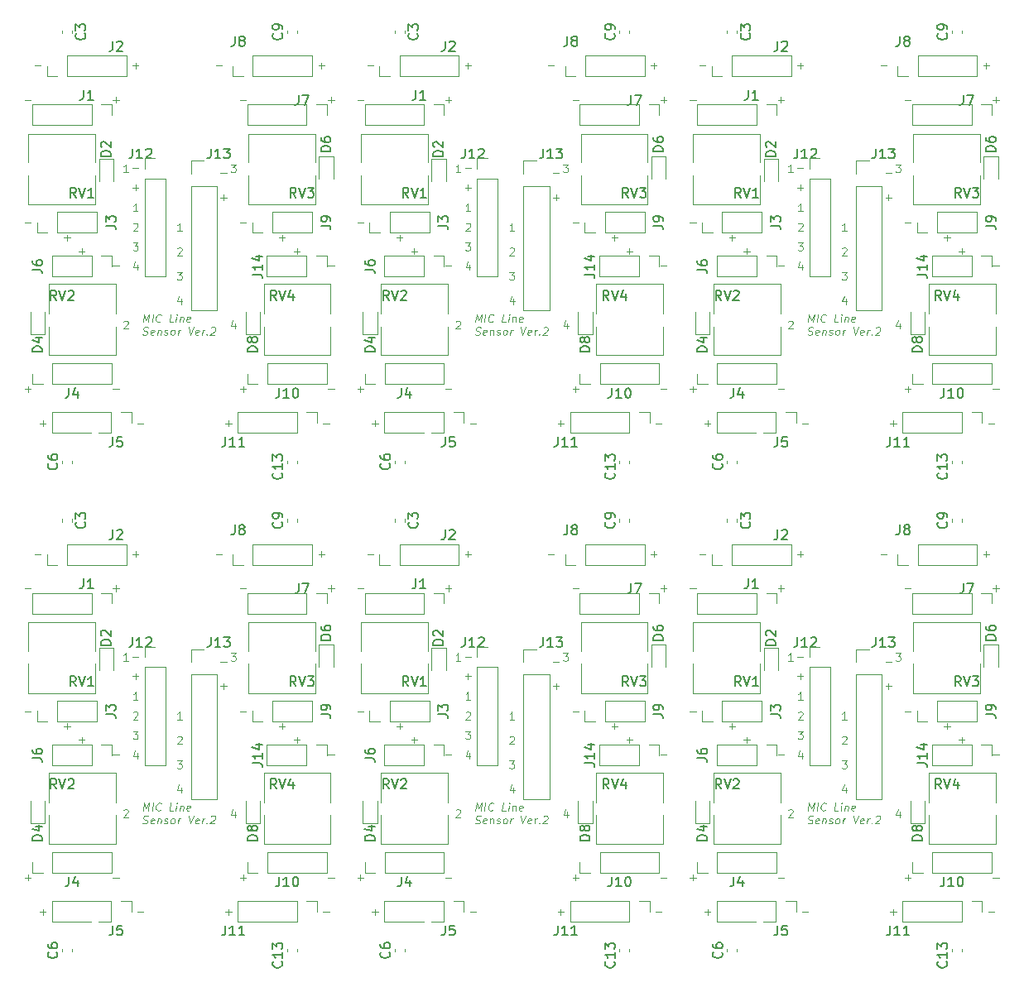
<source format=gto>
%TF.GenerationSoftware,KiCad,Pcbnew,(5.1.8)-1*%
%TF.CreationDate,2021-01-20T16:08:38+09:00*%
%TF.ProjectId,LineSensorVer2,4c696e65-5365-46e7-936f-72566572322e,rev?*%
%TF.SameCoordinates,Original*%
%TF.FileFunction,Legend,Top*%
%TF.FilePolarity,Positive*%
%FSLAX46Y46*%
G04 Gerber Fmt 4.6, Leading zero omitted, Abs format (unit mm)*
G04 Created by KiCad (PCBNEW (5.1.8)-1) date 2021-01-20 16:08:38*
%MOMM*%
%LPD*%
G01*
G04 APERTURE LIST*
%ADD10C,0.125000*%
%ADD11C,0.120000*%
%ADD12C,0.150000*%
%ADD13R,1.350000X1.350000*%
%ADD14O,1.350000X1.350000*%
%ADD15C,1.440000*%
%ADD16C,1.524000*%
%ADD17R,1.700000X1.700000*%
%ADD18O,1.700000X1.700000*%
G04 APERTURE END LIST*
D10*
X89445238Y-71557142D02*
X90054761Y-71557142D01*
X89750000Y-71861904D02*
X89750000Y-71252380D01*
X107445238Y-70057142D02*
X108054761Y-70057142D01*
X108054761Y-57442857D02*
X107445238Y-57442857D01*
X116054761Y-53942857D02*
X115445238Y-53942857D01*
X115750000Y-53638095D02*
X115750000Y-54247619D01*
X87054761Y-53942857D02*
X86445238Y-53942857D01*
X117054761Y-57442857D02*
X116445238Y-57442857D01*
X116750000Y-57138095D02*
X116750000Y-57747619D01*
X115945238Y-90557142D02*
X116554761Y-90557142D01*
X97526488Y-80199404D02*
X97626488Y-79399404D01*
X97821726Y-79970833D01*
X98159821Y-79399404D01*
X98059821Y-80199404D01*
X98440773Y-80199404D02*
X98540773Y-79399404D01*
X99288392Y-80123214D02*
X99245535Y-80161309D01*
X99126488Y-80199404D01*
X99050297Y-80199404D01*
X98940773Y-80161309D01*
X98874107Y-80085119D01*
X98845535Y-80008928D01*
X98826488Y-79856547D01*
X98840773Y-79742261D01*
X98897916Y-79589880D01*
X98945535Y-79513690D01*
X99031250Y-79437500D01*
X99150297Y-79399404D01*
X99226488Y-79399404D01*
X99336011Y-79437500D01*
X99369345Y-79475595D01*
X100612202Y-80199404D02*
X100231250Y-80199404D01*
X100331250Y-79399404D01*
X100878869Y-80199404D02*
X100945535Y-79666071D01*
X100978869Y-79399404D02*
X100936011Y-79437500D01*
X100969345Y-79475595D01*
X101012202Y-79437500D01*
X100978869Y-79399404D01*
X100969345Y-79475595D01*
X101326488Y-79666071D02*
X101259821Y-80199404D01*
X101316964Y-79742261D02*
X101359821Y-79704166D01*
X101440773Y-79666071D01*
X101555059Y-79666071D01*
X101626488Y-79704166D01*
X101655059Y-79780357D01*
X101602678Y-80199404D01*
X102293154Y-80161309D02*
X102212202Y-80199404D01*
X102059821Y-80199404D01*
X101988392Y-80161309D01*
X101959821Y-80085119D01*
X101997916Y-79780357D01*
X102045535Y-79704166D01*
X102126488Y-79666071D01*
X102278869Y-79666071D01*
X102350297Y-79704166D01*
X102378869Y-79780357D01*
X102369345Y-79856547D01*
X101978869Y-79932738D01*
X97493154Y-81486309D02*
X97602678Y-81524404D01*
X97793154Y-81524404D01*
X97874107Y-81486309D01*
X97916964Y-81448214D01*
X97964583Y-81372023D01*
X97974107Y-81295833D01*
X97945535Y-81219642D01*
X97912202Y-81181547D01*
X97840773Y-81143452D01*
X97693154Y-81105357D01*
X97621726Y-81067261D01*
X97588392Y-81029166D01*
X97559821Y-80952976D01*
X97569345Y-80876785D01*
X97616964Y-80800595D01*
X97659821Y-80762500D01*
X97740773Y-80724404D01*
X97931250Y-80724404D01*
X98040773Y-80762500D01*
X98597916Y-81486309D02*
X98516964Y-81524404D01*
X98364583Y-81524404D01*
X98293154Y-81486309D01*
X98264583Y-81410119D01*
X98302678Y-81105357D01*
X98350297Y-81029166D01*
X98431250Y-80991071D01*
X98583630Y-80991071D01*
X98655059Y-81029166D01*
X98683630Y-81105357D01*
X98674107Y-81181547D01*
X98283630Y-81257738D01*
X99040773Y-80991071D02*
X98974107Y-81524404D01*
X99031250Y-81067261D02*
X99074107Y-81029166D01*
X99155059Y-80991071D01*
X99269345Y-80991071D01*
X99340773Y-81029166D01*
X99369345Y-81105357D01*
X99316964Y-81524404D01*
X99664583Y-81486309D02*
X99736011Y-81524404D01*
X99888392Y-81524404D01*
X99969345Y-81486309D01*
X100016964Y-81410119D01*
X100021726Y-81372023D01*
X99993154Y-81295833D01*
X99921726Y-81257738D01*
X99807440Y-81257738D01*
X99736011Y-81219642D01*
X99707440Y-81143452D01*
X99712202Y-81105357D01*
X99759821Y-81029166D01*
X99840773Y-80991071D01*
X99955059Y-80991071D01*
X100026488Y-81029166D01*
X100459821Y-81524404D02*
X100388392Y-81486309D01*
X100355059Y-81448214D01*
X100326488Y-81372023D01*
X100355059Y-81143452D01*
X100402678Y-81067261D01*
X100445535Y-81029166D01*
X100526488Y-80991071D01*
X100640773Y-80991071D01*
X100712202Y-81029166D01*
X100745535Y-81067261D01*
X100774107Y-81143452D01*
X100745535Y-81372023D01*
X100697916Y-81448214D01*
X100655059Y-81486309D01*
X100574107Y-81524404D01*
X100459821Y-81524404D01*
X101069345Y-81524404D02*
X101136011Y-80991071D01*
X101116964Y-81143452D02*
X101164583Y-81067261D01*
X101207440Y-81029166D01*
X101288392Y-80991071D01*
X101364583Y-80991071D01*
X102159821Y-80724404D02*
X102326488Y-81524404D01*
X102693154Y-80724404D01*
X103169345Y-81486309D02*
X103088392Y-81524404D01*
X102936011Y-81524404D01*
X102864583Y-81486309D01*
X102836011Y-81410119D01*
X102874107Y-81105357D01*
X102921726Y-81029166D01*
X103002678Y-80991071D01*
X103155059Y-80991071D01*
X103226488Y-81029166D01*
X103255059Y-81105357D01*
X103245535Y-81181547D01*
X102855059Y-81257738D01*
X103545535Y-81524404D02*
X103612202Y-80991071D01*
X103593154Y-81143452D02*
X103640773Y-81067261D01*
X103683630Y-81029166D01*
X103764583Y-80991071D01*
X103840773Y-80991071D01*
X104050297Y-81448214D02*
X104083630Y-81486309D01*
X104040773Y-81524404D01*
X104007440Y-81486309D01*
X104050297Y-81448214D01*
X104040773Y-81524404D01*
X104474107Y-80800595D02*
X104516964Y-80762500D01*
X104597916Y-80724404D01*
X104788392Y-80724404D01*
X104859821Y-80762500D01*
X104893154Y-80800595D01*
X104921726Y-80876785D01*
X104912202Y-80952976D01*
X104859821Y-81067261D01*
X104345535Y-81524404D01*
X104840773Y-81524404D01*
X117054761Y-74442857D02*
X116445238Y-74442857D01*
X107445238Y-87057142D02*
X108054761Y-87057142D01*
X107750000Y-87361904D02*
X107750000Y-86752380D01*
X105554761Y-53942857D02*
X104945238Y-53942857D01*
X86945238Y-90557142D02*
X87554761Y-90557142D01*
X87250000Y-90861904D02*
X87250000Y-90252380D01*
X96978571Y-68861904D02*
X96521428Y-68861904D01*
X96750000Y-68861904D02*
X96750000Y-68061904D01*
X96673809Y-68176190D01*
X96597619Y-68252380D01*
X96521428Y-68290476D01*
X105945238Y-90557142D02*
X106554761Y-90557142D01*
X106250000Y-90861904D02*
X106250000Y-90252380D01*
X101402380Y-77828571D02*
X101402380Y-78361904D01*
X101211904Y-77523809D02*
X101021428Y-78095238D01*
X101516666Y-78095238D01*
X97054761Y-66442857D02*
X96445238Y-66442857D01*
X96750000Y-66138095D02*
X96750000Y-66747619D01*
X96521428Y-70138095D02*
X96559523Y-70100000D01*
X96635714Y-70061904D01*
X96826190Y-70061904D01*
X96902380Y-70100000D01*
X96940476Y-70138095D01*
X96978571Y-70214285D01*
X96978571Y-70290476D01*
X96940476Y-70404761D01*
X96483333Y-70861904D01*
X96978571Y-70861904D01*
X106054761Y-67442857D02*
X105445238Y-67442857D01*
X105750000Y-67138095D02*
X105750000Y-67747619D01*
X106483333Y-64061904D02*
X106978571Y-64061904D01*
X106711904Y-64366666D01*
X106826190Y-64366666D01*
X106902380Y-64404761D01*
X106940476Y-64442857D01*
X106978571Y-64519047D01*
X106978571Y-64709523D01*
X106940476Y-64785714D01*
X106902380Y-64823809D01*
X106826190Y-64861904D01*
X106597619Y-64861904D01*
X106521428Y-64823809D01*
X106483333Y-64785714D01*
X94445238Y-87057142D02*
X95054761Y-87057142D01*
X106054761Y-64942857D02*
X105445238Y-64942857D01*
X96945238Y-90557142D02*
X97554761Y-90557142D01*
X85445238Y-70057142D02*
X86054761Y-70057142D01*
X97054761Y-64442857D02*
X96445238Y-64442857D01*
X113554761Y-72942857D02*
X112945238Y-72942857D01*
X113250000Y-72638095D02*
X113250000Y-73247619D01*
X96902380Y-74328571D02*
X96902380Y-74861904D01*
X96711904Y-74023809D02*
X96521428Y-74595238D01*
X97016666Y-74595238D01*
X95054761Y-74442857D02*
X94445238Y-74442857D01*
X96483333Y-72061904D02*
X96978571Y-72061904D01*
X96711904Y-72366666D01*
X96826190Y-72366666D01*
X96902380Y-72404761D01*
X96940476Y-72442857D01*
X96978571Y-72519047D01*
X96978571Y-72709523D01*
X96940476Y-72785714D01*
X96902380Y-72823809D01*
X96826190Y-72861904D01*
X96597619Y-72861904D01*
X96521428Y-72823809D01*
X96483333Y-72785714D01*
X111445238Y-71557142D02*
X112054761Y-71557142D01*
X111750000Y-71861904D02*
X111750000Y-71252380D01*
X95521428Y-80138095D02*
X95559523Y-80100000D01*
X95635714Y-80061904D01*
X95826190Y-80061904D01*
X95902380Y-80100000D01*
X95940476Y-80138095D01*
X95978571Y-80214285D01*
X95978571Y-80290476D01*
X95940476Y-80404761D01*
X95483333Y-80861904D01*
X95978571Y-80861904D01*
X95978571Y-64861904D02*
X95521428Y-64861904D01*
X95750000Y-64861904D02*
X95750000Y-64061904D01*
X95673809Y-64176190D01*
X95597619Y-64252380D01*
X95521428Y-64290476D01*
X101478571Y-70861904D02*
X101021428Y-70861904D01*
X101250000Y-70861904D02*
X101250000Y-70061904D01*
X101173809Y-70176190D01*
X101097619Y-70252380D01*
X101021428Y-70290476D01*
X86054761Y-57442857D02*
X85445238Y-57442857D01*
X116445238Y-87057142D02*
X117054761Y-87057142D01*
X85445238Y-87057142D02*
X86054761Y-87057142D01*
X85750000Y-87361904D02*
X85750000Y-86752380D01*
X95054761Y-57442857D02*
X94445238Y-57442857D01*
X94750000Y-57138095D02*
X94750000Y-57747619D01*
X97054761Y-53942857D02*
X96445238Y-53942857D01*
X96750000Y-53638095D02*
X96750000Y-54247619D01*
X106902380Y-80328571D02*
X106902380Y-80861904D01*
X106711904Y-80023809D02*
X106521428Y-80595238D01*
X107016666Y-80595238D01*
X100983333Y-75061904D02*
X101478571Y-75061904D01*
X101211904Y-75366666D01*
X101326190Y-75366666D01*
X101402380Y-75404761D01*
X101440476Y-75442857D01*
X101478571Y-75519047D01*
X101478571Y-75709523D01*
X101440476Y-75785714D01*
X101402380Y-75823809D01*
X101326190Y-75861904D01*
X101097619Y-75861904D01*
X101021428Y-75823809D01*
X100983333Y-75785714D01*
X91554761Y-72942857D02*
X90945238Y-72942857D01*
X91250000Y-72638095D02*
X91250000Y-73247619D01*
X101021428Y-72638095D02*
X101059523Y-72600000D01*
X101135714Y-72561904D01*
X101326190Y-72561904D01*
X101402380Y-72600000D01*
X101440476Y-72638095D01*
X101478571Y-72714285D01*
X101478571Y-72790476D01*
X101440476Y-72904761D01*
X100983333Y-73361904D01*
X101478571Y-73361904D01*
X131054761Y-66442857D02*
X130445238Y-66442857D01*
X130750000Y-66138095D02*
X130750000Y-66747619D01*
X130521428Y-70138095D02*
X130559523Y-70100000D01*
X130635714Y-70061904D01*
X130826190Y-70061904D01*
X130902380Y-70100000D01*
X130940476Y-70138095D01*
X130978571Y-70214285D01*
X130978571Y-70290476D01*
X130940476Y-70404761D01*
X130483333Y-70861904D01*
X130978571Y-70861904D01*
X140054761Y-67442857D02*
X139445238Y-67442857D01*
X139750000Y-67138095D02*
X139750000Y-67747619D01*
X140483333Y-64061904D02*
X140978571Y-64061904D01*
X140711904Y-64366666D01*
X140826190Y-64366666D01*
X140902380Y-64404761D01*
X140940476Y-64442857D01*
X140978571Y-64519047D01*
X140978571Y-64709523D01*
X140940476Y-64785714D01*
X140902380Y-64823809D01*
X140826190Y-64861904D01*
X140597619Y-64861904D01*
X140521428Y-64823809D01*
X140483333Y-64785714D01*
X130978571Y-68861904D02*
X130521428Y-68861904D01*
X130750000Y-68861904D02*
X130750000Y-68061904D01*
X130673809Y-68176190D01*
X130597619Y-68252380D01*
X130521428Y-68290476D01*
X140054761Y-64942857D02*
X139445238Y-64942857D01*
X131054761Y-64442857D02*
X130445238Y-64442857D01*
X140902380Y-80328571D02*
X140902380Y-80861904D01*
X140711904Y-80023809D02*
X140521428Y-80595238D01*
X141016666Y-80595238D01*
X130902380Y-74328571D02*
X130902380Y-74861904D01*
X130711904Y-74023809D02*
X130521428Y-74595238D01*
X131016666Y-74595238D01*
X130483333Y-72061904D02*
X130978571Y-72061904D01*
X130711904Y-72366666D01*
X130826190Y-72366666D01*
X130902380Y-72404761D01*
X130940476Y-72442857D01*
X130978571Y-72519047D01*
X130978571Y-72709523D01*
X130940476Y-72785714D01*
X130902380Y-72823809D01*
X130826190Y-72861904D01*
X130597619Y-72861904D01*
X130521428Y-72823809D01*
X130483333Y-72785714D01*
X129521428Y-80138095D02*
X129559523Y-80100000D01*
X129635714Y-80061904D01*
X129826190Y-80061904D01*
X129902380Y-80100000D01*
X129940476Y-80138095D01*
X129978571Y-80214285D01*
X129978571Y-80290476D01*
X129940476Y-80404761D01*
X129483333Y-80861904D01*
X129978571Y-80861904D01*
X135402380Y-77828571D02*
X135402380Y-78361904D01*
X135211904Y-77523809D02*
X135021428Y-78095238D01*
X135516666Y-78095238D01*
X129978571Y-64861904D02*
X129521428Y-64861904D01*
X129750000Y-64861904D02*
X129750000Y-64061904D01*
X129673809Y-64176190D01*
X129597619Y-64252380D01*
X129521428Y-64290476D01*
X135021428Y-72638095D02*
X135059523Y-72600000D01*
X135135714Y-72561904D01*
X135326190Y-72561904D01*
X135402380Y-72600000D01*
X135440476Y-72638095D01*
X135478571Y-72714285D01*
X135478571Y-72790476D01*
X135440476Y-72904761D01*
X134983333Y-73361904D01*
X135478571Y-73361904D01*
X134983333Y-75061904D02*
X135478571Y-75061904D01*
X135211904Y-75366666D01*
X135326190Y-75366666D01*
X135402380Y-75404761D01*
X135440476Y-75442857D01*
X135478571Y-75519047D01*
X135478571Y-75709523D01*
X135440476Y-75785714D01*
X135402380Y-75823809D01*
X135326190Y-75861904D01*
X135097619Y-75861904D01*
X135021428Y-75823809D01*
X134983333Y-75785714D01*
X135478571Y-70861904D02*
X135021428Y-70861904D01*
X135250000Y-70861904D02*
X135250000Y-70061904D01*
X135173809Y-70176190D01*
X135097619Y-70252380D01*
X135021428Y-70290476D01*
X120054761Y-57442857D02*
X119445238Y-57442857D01*
X119445238Y-87057142D02*
X120054761Y-87057142D01*
X119750000Y-87361904D02*
X119750000Y-86752380D01*
X128445238Y-87057142D02*
X129054761Y-87057142D01*
X131054761Y-53942857D02*
X130445238Y-53942857D01*
X130750000Y-53638095D02*
X130750000Y-54247619D01*
X125554761Y-72942857D02*
X124945238Y-72942857D01*
X125250000Y-72638095D02*
X125250000Y-73247619D01*
X129054761Y-74442857D02*
X128445238Y-74442857D01*
X130945238Y-90557142D02*
X131554761Y-90557142D01*
X150445238Y-87057142D02*
X151054761Y-87057142D01*
X119445238Y-70057142D02*
X120054761Y-70057142D01*
X139945238Y-90557142D02*
X140554761Y-90557142D01*
X140250000Y-90861904D02*
X140250000Y-90252380D01*
X147554761Y-72942857D02*
X146945238Y-72942857D01*
X147250000Y-72638095D02*
X147250000Y-73247619D01*
X145445238Y-71557142D02*
X146054761Y-71557142D01*
X145750000Y-71861904D02*
X145750000Y-71252380D01*
X129054761Y-57442857D02*
X128445238Y-57442857D01*
X128750000Y-57138095D02*
X128750000Y-57747619D01*
X141445238Y-70057142D02*
X142054761Y-70057142D01*
X142054761Y-57442857D02*
X141445238Y-57442857D01*
X150054761Y-53942857D02*
X149445238Y-53942857D01*
X149750000Y-53638095D02*
X149750000Y-54247619D01*
X121054761Y-53942857D02*
X120445238Y-53942857D01*
X151054761Y-57442857D02*
X150445238Y-57442857D01*
X150750000Y-57138095D02*
X150750000Y-57747619D01*
X149945238Y-90557142D02*
X150554761Y-90557142D01*
X141445238Y-87057142D02*
X142054761Y-87057142D01*
X141750000Y-87361904D02*
X141750000Y-86752380D01*
X131526488Y-80199404D02*
X131626488Y-79399404D01*
X131821726Y-79970833D01*
X132159821Y-79399404D01*
X132059821Y-80199404D01*
X132440773Y-80199404D02*
X132540773Y-79399404D01*
X133288392Y-80123214D02*
X133245535Y-80161309D01*
X133126488Y-80199404D01*
X133050297Y-80199404D01*
X132940773Y-80161309D01*
X132874107Y-80085119D01*
X132845535Y-80008928D01*
X132826488Y-79856547D01*
X132840773Y-79742261D01*
X132897916Y-79589880D01*
X132945535Y-79513690D01*
X133031250Y-79437500D01*
X133150297Y-79399404D01*
X133226488Y-79399404D01*
X133336011Y-79437500D01*
X133369345Y-79475595D01*
X134612202Y-80199404D02*
X134231250Y-80199404D01*
X134331250Y-79399404D01*
X134878869Y-80199404D02*
X134945535Y-79666071D01*
X134978869Y-79399404D02*
X134936011Y-79437500D01*
X134969345Y-79475595D01*
X135012202Y-79437500D01*
X134978869Y-79399404D01*
X134969345Y-79475595D01*
X135326488Y-79666071D02*
X135259821Y-80199404D01*
X135316964Y-79742261D02*
X135359821Y-79704166D01*
X135440773Y-79666071D01*
X135555059Y-79666071D01*
X135626488Y-79704166D01*
X135655059Y-79780357D01*
X135602678Y-80199404D01*
X136293154Y-80161309D02*
X136212202Y-80199404D01*
X136059821Y-80199404D01*
X135988392Y-80161309D01*
X135959821Y-80085119D01*
X135997916Y-79780357D01*
X136045535Y-79704166D01*
X136126488Y-79666071D01*
X136278869Y-79666071D01*
X136350297Y-79704166D01*
X136378869Y-79780357D01*
X136369345Y-79856547D01*
X135978869Y-79932738D01*
X131493154Y-81486309D02*
X131602678Y-81524404D01*
X131793154Y-81524404D01*
X131874107Y-81486309D01*
X131916964Y-81448214D01*
X131964583Y-81372023D01*
X131974107Y-81295833D01*
X131945535Y-81219642D01*
X131912202Y-81181547D01*
X131840773Y-81143452D01*
X131693154Y-81105357D01*
X131621726Y-81067261D01*
X131588392Y-81029166D01*
X131559821Y-80952976D01*
X131569345Y-80876785D01*
X131616964Y-80800595D01*
X131659821Y-80762500D01*
X131740773Y-80724404D01*
X131931250Y-80724404D01*
X132040773Y-80762500D01*
X132597916Y-81486309D02*
X132516964Y-81524404D01*
X132364583Y-81524404D01*
X132293154Y-81486309D01*
X132264583Y-81410119D01*
X132302678Y-81105357D01*
X132350297Y-81029166D01*
X132431250Y-80991071D01*
X132583630Y-80991071D01*
X132655059Y-81029166D01*
X132683630Y-81105357D01*
X132674107Y-81181547D01*
X132283630Y-81257738D01*
X133040773Y-80991071D02*
X132974107Y-81524404D01*
X133031250Y-81067261D02*
X133074107Y-81029166D01*
X133155059Y-80991071D01*
X133269345Y-80991071D01*
X133340773Y-81029166D01*
X133369345Y-81105357D01*
X133316964Y-81524404D01*
X133664583Y-81486309D02*
X133736011Y-81524404D01*
X133888392Y-81524404D01*
X133969345Y-81486309D01*
X134016964Y-81410119D01*
X134021726Y-81372023D01*
X133993154Y-81295833D01*
X133921726Y-81257738D01*
X133807440Y-81257738D01*
X133736011Y-81219642D01*
X133707440Y-81143452D01*
X133712202Y-81105357D01*
X133759821Y-81029166D01*
X133840773Y-80991071D01*
X133955059Y-80991071D01*
X134026488Y-81029166D01*
X134459821Y-81524404D02*
X134388392Y-81486309D01*
X134355059Y-81448214D01*
X134326488Y-81372023D01*
X134355059Y-81143452D01*
X134402678Y-81067261D01*
X134445535Y-81029166D01*
X134526488Y-80991071D01*
X134640773Y-80991071D01*
X134712202Y-81029166D01*
X134745535Y-81067261D01*
X134774107Y-81143452D01*
X134745535Y-81372023D01*
X134697916Y-81448214D01*
X134655059Y-81486309D01*
X134574107Y-81524404D01*
X134459821Y-81524404D01*
X135069345Y-81524404D02*
X135136011Y-80991071D01*
X135116964Y-81143452D02*
X135164583Y-81067261D01*
X135207440Y-81029166D01*
X135288392Y-80991071D01*
X135364583Y-80991071D01*
X136159821Y-80724404D02*
X136326488Y-81524404D01*
X136693154Y-80724404D01*
X137169345Y-81486309D02*
X137088392Y-81524404D01*
X136936011Y-81524404D01*
X136864583Y-81486309D01*
X136836011Y-81410119D01*
X136874107Y-81105357D01*
X136921726Y-81029166D01*
X137002678Y-80991071D01*
X137155059Y-80991071D01*
X137226488Y-81029166D01*
X137255059Y-81105357D01*
X137245535Y-81181547D01*
X136855059Y-81257738D01*
X137545535Y-81524404D02*
X137612202Y-80991071D01*
X137593154Y-81143452D02*
X137640773Y-81067261D01*
X137683630Y-81029166D01*
X137764583Y-80991071D01*
X137840773Y-80991071D01*
X138050297Y-81448214D02*
X138083630Y-81486309D01*
X138040773Y-81524404D01*
X138007440Y-81486309D01*
X138050297Y-81448214D01*
X138040773Y-81524404D01*
X138474107Y-80800595D02*
X138516964Y-80762500D01*
X138597916Y-80724404D01*
X138788392Y-80724404D01*
X138859821Y-80762500D01*
X138893154Y-80800595D01*
X138921726Y-80876785D01*
X138912202Y-80952976D01*
X138859821Y-81067261D01*
X138345535Y-81524404D01*
X138840773Y-81524404D01*
X139554761Y-53942857D02*
X138945238Y-53942857D01*
X151054761Y-74442857D02*
X150445238Y-74442857D01*
X123445238Y-71557142D02*
X124054761Y-71557142D01*
X123750000Y-71861904D02*
X123750000Y-71252380D01*
X120945238Y-90557142D02*
X121554761Y-90557142D01*
X121250000Y-90861904D02*
X121250000Y-90252380D01*
X72054761Y-67442857D02*
X71445238Y-67442857D01*
X71750000Y-67138095D02*
X71750000Y-67747619D01*
X63054761Y-66442857D02*
X62445238Y-66442857D01*
X62750000Y-66138095D02*
X62750000Y-66747619D01*
X63054761Y-64442857D02*
X62445238Y-64442857D01*
X72054761Y-64942857D02*
X71445238Y-64942857D01*
X62521428Y-70138095D02*
X62559523Y-70100000D01*
X62635714Y-70061904D01*
X62826190Y-70061904D01*
X62902380Y-70100000D01*
X62940476Y-70138095D01*
X62978571Y-70214285D01*
X62978571Y-70290476D01*
X62940476Y-70404761D01*
X62483333Y-70861904D01*
X62978571Y-70861904D01*
X72902380Y-80328571D02*
X72902380Y-80861904D01*
X72711904Y-80023809D02*
X72521428Y-80595238D01*
X73016666Y-80595238D01*
X62978571Y-68861904D02*
X62521428Y-68861904D01*
X62750000Y-68861904D02*
X62750000Y-68061904D01*
X62673809Y-68176190D01*
X62597619Y-68252380D01*
X62521428Y-68290476D01*
X72483333Y-64061904D02*
X72978571Y-64061904D01*
X72711904Y-64366666D01*
X72826190Y-64366666D01*
X72902380Y-64404761D01*
X72940476Y-64442857D01*
X72978571Y-64519047D01*
X72978571Y-64709523D01*
X72940476Y-64785714D01*
X72902380Y-64823809D01*
X72826190Y-64861904D01*
X72597619Y-64861904D01*
X72521428Y-64823809D01*
X72483333Y-64785714D01*
X62902380Y-74328571D02*
X62902380Y-74861904D01*
X62711904Y-74023809D02*
X62521428Y-74595238D01*
X63016666Y-74595238D01*
X62483333Y-72061904D02*
X62978571Y-72061904D01*
X62711904Y-72366666D01*
X62826190Y-72366666D01*
X62902380Y-72404761D01*
X62940476Y-72442857D01*
X62978571Y-72519047D01*
X62978571Y-72709523D01*
X62940476Y-72785714D01*
X62902380Y-72823809D01*
X62826190Y-72861904D01*
X62597619Y-72861904D01*
X62521428Y-72823809D01*
X62483333Y-72785714D01*
X61521428Y-80138095D02*
X61559523Y-80100000D01*
X61635714Y-80061904D01*
X61826190Y-80061904D01*
X61902380Y-80100000D01*
X61940476Y-80138095D01*
X61978571Y-80214285D01*
X61978571Y-80290476D01*
X61940476Y-80404761D01*
X61483333Y-80861904D01*
X61978571Y-80861904D01*
X61978571Y-64861904D02*
X61521428Y-64861904D01*
X61750000Y-64861904D02*
X61750000Y-64061904D01*
X61673809Y-64176190D01*
X61597619Y-64252380D01*
X61521428Y-64290476D01*
X67021428Y-72638095D02*
X67059523Y-72600000D01*
X67135714Y-72561904D01*
X67326190Y-72561904D01*
X67402380Y-72600000D01*
X67440476Y-72638095D01*
X67478571Y-72714285D01*
X67478571Y-72790476D01*
X67440476Y-72904761D01*
X66983333Y-73361904D01*
X67478571Y-73361904D01*
X67478571Y-70861904D02*
X67021428Y-70861904D01*
X67250000Y-70861904D02*
X67250000Y-70061904D01*
X67173809Y-70176190D01*
X67097619Y-70252380D01*
X67021428Y-70290476D01*
X67402380Y-77828571D02*
X67402380Y-78361904D01*
X67211904Y-77523809D02*
X67021428Y-78095238D01*
X67516666Y-78095238D01*
X66983333Y-75061904D02*
X67478571Y-75061904D01*
X67211904Y-75366666D01*
X67326190Y-75366666D01*
X67402380Y-75404761D01*
X67440476Y-75442857D01*
X67478571Y-75519047D01*
X67478571Y-75709523D01*
X67440476Y-75785714D01*
X67402380Y-75823809D01*
X67326190Y-75861904D01*
X67097619Y-75861904D01*
X67021428Y-75823809D01*
X66983333Y-75785714D01*
X57554761Y-72942857D02*
X56945238Y-72942857D01*
X57250000Y-72638095D02*
X57250000Y-73247619D01*
X55445238Y-71557142D02*
X56054761Y-71557142D01*
X55750000Y-71861904D02*
X55750000Y-71252380D01*
X61054761Y-74442857D02*
X60445238Y-74442857D01*
X51445238Y-70057142D02*
X52054761Y-70057142D01*
X77445238Y-71557142D02*
X78054761Y-71557142D01*
X77750000Y-71861904D02*
X77750000Y-71252380D01*
X61054761Y-57442857D02*
X60445238Y-57442857D01*
X60750000Y-57138095D02*
X60750000Y-57747619D01*
X71554761Y-53942857D02*
X70945238Y-53942857D01*
X82054761Y-53942857D02*
X81445238Y-53942857D01*
X81750000Y-53638095D02*
X81750000Y-54247619D01*
X79554761Y-72942857D02*
X78945238Y-72942857D01*
X79250000Y-72638095D02*
X79250000Y-73247619D01*
X73445238Y-70057142D02*
X74054761Y-70057142D01*
X52054761Y-57442857D02*
X51445238Y-57442857D01*
X83054761Y-74442857D02*
X82445238Y-74442857D01*
X63054761Y-53942857D02*
X62445238Y-53942857D01*
X62750000Y-53638095D02*
X62750000Y-54247619D01*
X74054761Y-57442857D02*
X73445238Y-57442857D01*
X83054761Y-57442857D02*
X82445238Y-57442857D01*
X82750000Y-57138095D02*
X82750000Y-57747619D01*
X53054761Y-53942857D02*
X52445238Y-53942857D01*
X82445238Y-87057142D02*
X83054761Y-87057142D01*
X73445238Y-87057142D02*
X74054761Y-87057142D01*
X73750000Y-87361904D02*
X73750000Y-86752380D01*
X62945238Y-90557142D02*
X63554761Y-90557142D01*
X60445238Y-87057142D02*
X61054761Y-87057142D01*
X81945238Y-90557142D02*
X82554761Y-90557142D01*
X71945238Y-90557142D02*
X72554761Y-90557142D01*
X72250000Y-90861904D02*
X72250000Y-90252380D01*
X52945238Y-90557142D02*
X53554761Y-90557142D01*
X53250000Y-90861904D02*
X53250000Y-90252380D01*
X51445238Y-87057142D02*
X52054761Y-87057142D01*
X51750000Y-87361904D02*
X51750000Y-86752380D01*
X63526488Y-80199404D02*
X63626488Y-79399404D01*
X63821726Y-79970833D01*
X64159821Y-79399404D01*
X64059821Y-80199404D01*
X64440773Y-80199404D02*
X64540773Y-79399404D01*
X65288392Y-80123214D02*
X65245535Y-80161309D01*
X65126488Y-80199404D01*
X65050297Y-80199404D01*
X64940773Y-80161309D01*
X64874107Y-80085119D01*
X64845535Y-80008928D01*
X64826488Y-79856547D01*
X64840773Y-79742261D01*
X64897916Y-79589880D01*
X64945535Y-79513690D01*
X65031250Y-79437500D01*
X65150297Y-79399404D01*
X65226488Y-79399404D01*
X65336011Y-79437500D01*
X65369345Y-79475595D01*
X66612202Y-80199404D02*
X66231250Y-80199404D01*
X66331250Y-79399404D01*
X66878869Y-80199404D02*
X66945535Y-79666071D01*
X66978869Y-79399404D02*
X66936011Y-79437500D01*
X66969345Y-79475595D01*
X67012202Y-79437500D01*
X66978869Y-79399404D01*
X66969345Y-79475595D01*
X67326488Y-79666071D02*
X67259821Y-80199404D01*
X67316964Y-79742261D02*
X67359821Y-79704166D01*
X67440773Y-79666071D01*
X67555059Y-79666071D01*
X67626488Y-79704166D01*
X67655059Y-79780357D01*
X67602678Y-80199404D01*
X68293154Y-80161309D02*
X68212202Y-80199404D01*
X68059821Y-80199404D01*
X67988392Y-80161309D01*
X67959821Y-80085119D01*
X67997916Y-79780357D01*
X68045535Y-79704166D01*
X68126488Y-79666071D01*
X68278869Y-79666071D01*
X68350297Y-79704166D01*
X68378869Y-79780357D01*
X68369345Y-79856547D01*
X67978869Y-79932738D01*
X63493154Y-81486309D02*
X63602678Y-81524404D01*
X63793154Y-81524404D01*
X63874107Y-81486309D01*
X63916964Y-81448214D01*
X63964583Y-81372023D01*
X63974107Y-81295833D01*
X63945535Y-81219642D01*
X63912202Y-81181547D01*
X63840773Y-81143452D01*
X63693154Y-81105357D01*
X63621726Y-81067261D01*
X63588392Y-81029166D01*
X63559821Y-80952976D01*
X63569345Y-80876785D01*
X63616964Y-80800595D01*
X63659821Y-80762500D01*
X63740773Y-80724404D01*
X63931250Y-80724404D01*
X64040773Y-80762500D01*
X64597916Y-81486309D02*
X64516964Y-81524404D01*
X64364583Y-81524404D01*
X64293154Y-81486309D01*
X64264583Y-81410119D01*
X64302678Y-81105357D01*
X64350297Y-81029166D01*
X64431250Y-80991071D01*
X64583630Y-80991071D01*
X64655059Y-81029166D01*
X64683630Y-81105357D01*
X64674107Y-81181547D01*
X64283630Y-81257738D01*
X65040773Y-80991071D02*
X64974107Y-81524404D01*
X65031250Y-81067261D02*
X65074107Y-81029166D01*
X65155059Y-80991071D01*
X65269345Y-80991071D01*
X65340773Y-81029166D01*
X65369345Y-81105357D01*
X65316964Y-81524404D01*
X65664583Y-81486309D02*
X65736011Y-81524404D01*
X65888392Y-81524404D01*
X65969345Y-81486309D01*
X66016964Y-81410119D01*
X66021726Y-81372023D01*
X65993154Y-81295833D01*
X65921726Y-81257738D01*
X65807440Y-81257738D01*
X65736011Y-81219642D01*
X65707440Y-81143452D01*
X65712202Y-81105357D01*
X65759821Y-81029166D01*
X65840773Y-80991071D01*
X65955059Y-80991071D01*
X66026488Y-81029166D01*
X66459821Y-81524404D02*
X66388392Y-81486309D01*
X66355059Y-81448214D01*
X66326488Y-81372023D01*
X66355059Y-81143452D01*
X66402678Y-81067261D01*
X66445535Y-81029166D01*
X66526488Y-80991071D01*
X66640773Y-80991071D01*
X66712202Y-81029166D01*
X66745535Y-81067261D01*
X66774107Y-81143452D01*
X66745535Y-81372023D01*
X66697916Y-81448214D01*
X66655059Y-81486309D01*
X66574107Y-81524404D01*
X66459821Y-81524404D01*
X67069345Y-81524404D02*
X67136011Y-80991071D01*
X67116964Y-81143452D02*
X67164583Y-81067261D01*
X67207440Y-81029166D01*
X67288392Y-80991071D01*
X67364583Y-80991071D01*
X68159821Y-80724404D02*
X68326488Y-81524404D01*
X68693154Y-80724404D01*
X69169345Y-81486309D02*
X69088392Y-81524404D01*
X68936011Y-81524404D01*
X68864583Y-81486309D01*
X68836011Y-81410119D01*
X68874107Y-81105357D01*
X68921726Y-81029166D01*
X69002678Y-80991071D01*
X69155059Y-80991071D01*
X69226488Y-81029166D01*
X69255059Y-81105357D01*
X69245535Y-81181547D01*
X68855059Y-81257738D01*
X69545535Y-81524404D02*
X69612202Y-80991071D01*
X69593154Y-81143452D02*
X69640773Y-81067261D01*
X69683630Y-81029166D01*
X69764583Y-80991071D01*
X69840773Y-80991071D01*
X70050297Y-81448214D02*
X70083630Y-81486309D01*
X70040773Y-81524404D01*
X70007440Y-81486309D01*
X70050297Y-81448214D01*
X70040773Y-81524404D01*
X70474107Y-80800595D02*
X70516964Y-80762500D01*
X70597916Y-80724404D01*
X70788392Y-80724404D01*
X70859821Y-80762500D01*
X70893154Y-80800595D01*
X70921726Y-80876785D01*
X70912202Y-80952976D01*
X70859821Y-81067261D01*
X70345535Y-81524404D01*
X70840773Y-81524404D01*
X125554761Y-122942857D02*
X124945238Y-122942857D01*
X125250000Y-122638095D02*
X125250000Y-123247619D01*
X123445238Y-121557142D02*
X124054761Y-121557142D01*
X123750000Y-121861904D02*
X123750000Y-121252380D01*
X135021428Y-122638095D02*
X135059523Y-122600000D01*
X135135714Y-122561904D01*
X135326190Y-122561904D01*
X135402380Y-122600000D01*
X135440476Y-122638095D01*
X135478571Y-122714285D01*
X135478571Y-122790476D01*
X135440476Y-122904761D01*
X134983333Y-123361904D01*
X135478571Y-123361904D01*
X134983333Y-125061904D02*
X135478571Y-125061904D01*
X135211904Y-125366666D01*
X135326190Y-125366666D01*
X135402380Y-125404761D01*
X135440476Y-125442857D01*
X135478571Y-125519047D01*
X135478571Y-125709523D01*
X135440476Y-125785714D01*
X135402380Y-125823809D01*
X135326190Y-125861904D01*
X135097619Y-125861904D01*
X135021428Y-125823809D01*
X134983333Y-125785714D01*
X140054761Y-117442857D02*
X139445238Y-117442857D01*
X139750000Y-117138095D02*
X139750000Y-117747619D01*
X130521428Y-120138095D02*
X130559523Y-120100000D01*
X130635714Y-120061904D01*
X130826190Y-120061904D01*
X130902380Y-120100000D01*
X130940476Y-120138095D01*
X130978571Y-120214285D01*
X130978571Y-120290476D01*
X130940476Y-120404761D01*
X130483333Y-120861904D01*
X130978571Y-120861904D01*
X131054761Y-116442857D02*
X130445238Y-116442857D01*
X130750000Y-116138095D02*
X130750000Y-116747619D01*
X140902380Y-130328571D02*
X140902380Y-130861904D01*
X140711904Y-130023809D02*
X140521428Y-130595238D01*
X141016666Y-130595238D01*
X135402380Y-127828571D02*
X135402380Y-128361904D01*
X135211904Y-127523809D02*
X135021428Y-128095238D01*
X135516666Y-128095238D01*
X140054761Y-114942857D02*
X139445238Y-114942857D01*
X130483333Y-122061904D02*
X130978571Y-122061904D01*
X130711904Y-122366666D01*
X130826190Y-122366666D01*
X130902380Y-122404761D01*
X130940476Y-122442857D01*
X130978571Y-122519047D01*
X130978571Y-122709523D01*
X130940476Y-122785714D01*
X130902380Y-122823809D01*
X130826190Y-122861904D01*
X130597619Y-122861904D01*
X130521428Y-122823809D01*
X130483333Y-122785714D01*
X129978571Y-114861904D02*
X129521428Y-114861904D01*
X129750000Y-114861904D02*
X129750000Y-114061904D01*
X129673809Y-114176190D01*
X129597619Y-114252380D01*
X129521428Y-114290476D01*
X135478571Y-120861904D02*
X135021428Y-120861904D01*
X135250000Y-120861904D02*
X135250000Y-120061904D01*
X135173809Y-120176190D01*
X135097619Y-120252380D01*
X135021428Y-120290476D01*
X131054761Y-114442857D02*
X130445238Y-114442857D01*
X140483333Y-114061904D02*
X140978571Y-114061904D01*
X140711904Y-114366666D01*
X140826190Y-114366666D01*
X140902380Y-114404761D01*
X140940476Y-114442857D01*
X140978571Y-114519047D01*
X140978571Y-114709523D01*
X140940476Y-114785714D01*
X140902380Y-114823809D01*
X140826190Y-114861904D01*
X140597619Y-114861904D01*
X140521428Y-114823809D01*
X140483333Y-114785714D01*
X130978571Y-118861904D02*
X130521428Y-118861904D01*
X130750000Y-118861904D02*
X130750000Y-118061904D01*
X130673809Y-118176190D01*
X130597619Y-118252380D01*
X130521428Y-118290476D01*
X130902380Y-124328571D02*
X130902380Y-124861904D01*
X130711904Y-124023809D02*
X130521428Y-124595238D01*
X131016666Y-124595238D01*
X129521428Y-130138095D02*
X129559523Y-130100000D01*
X129635714Y-130061904D01*
X129826190Y-130061904D01*
X129902380Y-130100000D01*
X129940476Y-130138095D01*
X129978571Y-130214285D01*
X129978571Y-130290476D01*
X129940476Y-130404761D01*
X129483333Y-130861904D01*
X129978571Y-130861904D01*
X128445238Y-137057142D02*
X129054761Y-137057142D01*
X139945238Y-140557142D02*
X140554761Y-140557142D01*
X140250000Y-140861904D02*
X140250000Y-140252380D01*
X120945238Y-140557142D02*
X121554761Y-140557142D01*
X121250000Y-140861904D02*
X121250000Y-140252380D01*
X129054761Y-124442857D02*
X128445238Y-124442857D01*
X151054761Y-124442857D02*
X150445238Y-124442857D01*
X141445238Y-137057142D02*
X142054761Y-137057142D01*
X141750000Y-137361904D02*
X141750000Y-136752380D01*
X119445238Y-137057142D02*
X120054761Y-137057142D01*
X119750000Y-137361904D02*
X119750000Y-136752380D01*
X130945238Y-140557142D02*
X131554761Y-140557142D01*
X119445238Y-120057142D02*
X120054761Y-120057142D01*
X129054761Y-107442857D02*
X128445238Y-107442857D01*
X128750000Y-107138095D02*
X128750000Y-107747619D01*
X139554761Y-103942857D02*
X138945238Y-103942857D01*
X141445238Y-120057142D02*
X142054761Y-120057142D01*
X142054761Y-107442857D02*
X141445238Y-107442857D01*
X147554761Y-122942857D02*
X146945238Y-122942857D01*
X147250000Y-122638095D02*
X147250000Y-123247619D01*
X131526488Y-130199404D02*
X131626488Y-129399404D01*
X131821726Y-129970833D01*
X132159821Y-129399404D01*
X132059821Y-130199404D01*
X132440773Y-130199404D02*
X132540773Y-129399404D01*
X133288392Y-130123214D02*
X133245535Y-130161309D01*
X133126488Y-130199404D01*
X133050297Y-130199404D01*
X132940773Y-130161309D01*
X132874107Y-130085119D01*
X132845535Y-130008928D01*
X132826488Y-129856547D01*
X132840773Y-129742261D01*
X132897916Y-129589880D01*
X132945535Y-129513690D01*
X133031250Y-129437500D01*
X133150297Y-129399404D01*
X133226488Y-129399404D01*
X133336011Y-129437500D01*
X133369345Y-129475595D01*
X134612202Y-130199404D02*
X134231250Y-130199404D01*
X134331250Y-129399404D01*
X134878869Y-130199404D02*
X134945535Y-129666071D01*
X134978869Y-129399404D02*
X134936011Y-129437500D01*
X134969345Y-129475595D01*
X135012202Y-129437500D01*
X134978869Y-129399404D01*
X134969345Y-129475595D01*
X135326488Y-129666071D02*
X135259821Y-130199404D01*
X135316964Y-129742261D02*
X135359821Y-129704166D01*
X135440773Y-129666071D01*
X135555059Y-129666071D01*
X135626488Y-129704166D01*
X135655059Y-129780357D01*
X135602678Y-130199404D01*
X136293154Y-130161309D02*
X136212202Y-130199404D01*
X136059821Y-130199404D01*
X135988392Y-130161309D01*
X135959821Y-130085119D01*
X135997916Y-129780357D01*
X136045535Y-129704166D01*
X136126488Y-129666071D01*
X136278869Y-129666071D01*
X136350297Y-129704166D01*
X136378869Y-129780357D01*
X136369345Y-129856547D01*
X135978869Y-129932738D01*
X131493154Y-131486309D02*
X131602678Y-131524404D01*
X131793154Y-131524404D01*
X131874107Y-131486309D01*
X131916964Y-131448214D01*
X131964583Y-131372023D01*
X131974107Y-131295833D01*
X131945535Y-131219642D01*
X131912202Y-131181547D01*
X131840773Y-131143452D01*
X131693154Y-131105357D01*
X131621726Y-131067261D01*
X131588392Y-131029166D01*
X131559821Y-130952976D01*
X131569345Y-130876785D01*
X131616964Y-130800595D01*
X131659821Y-130762500D01*
X131740773Y-130724404D01*
X131931250Y-130724404D01*
X132040773Y-130762500D01*
X132597916Y-131486309D02*
X132516964Y-131524404D01*
X132364583Y-131524404D01*
X132293154Y-131486309D01*
X132264583Y-131410119D01*
X132302678Y-131105357D01*
X132350297Y-131029166D01*
X132431250Y-130991071D01*
X132583630Y-130991071D01*
X132655059Y-131029166D01*
X132683630Y-131105357D01*
X132674107Y-131181547D01*
X132283630Y-131257738D01*
X133040773Y-130991071D02*
X132974107Y-131524404D01*
X133031250Y-131067261D02*
X133074107Y-131029166D01*
X133155059Y-130991071D01*
X133269345Y-130991071D01*
X133340773Y-131029166D01*
X133369345Y-131105357D01*
X133316964Y-131524404D01*
X133664583Y-131486309D02*
X133736011Y-131524404D01*
X133888392Y-131524404D01*
X133969345Y-131486309D01*
X134016964Y-131410119D01*
X134021726Y-131372023D01*
X133993154Y-131295833D01*
X133921726Y-131257738D01*
X133807440Y-131257738D01*
X133736011Y-131219642D01*
X133707440Y-131143452D01*
X133712202Y-131105357D01*
X133759821Y-131029166D01*
X133840773Y-130991071D01*
X133955059Y-130991071D01*
X134026488Y-131029166D01*
X134459821Y-131524404D02*
X134388392Y-131486309D01*
X134355059Y-131448214D01*
X134326488Y-131372023D01*
X134355059Y-131143452D01*
X134402678Y-131067261D01*
X134445535Y-131029166D01*
X134526488Y-130991071D01*
X134640773Y-130991071D01*
X134712202Y-131029166D01*
X134745535Y-131067261D01*
X134774107Y-131143452D01*
X134745535Y-131372023D01*
X134697916Y-131448214D01*
X134655059Y-131486309D01*
X134574107Y-131524404D01*
X134459821Y-131524404D01*
X135069345Y-131524404D02*
X135136011Y-130991071D01*
X135116964Y-131143452D02*
X135164583Y-131067261D01*
X135207440Y-131029166D01*
X135288392Y-130991071D01*
X135364583Y-130991071D01*
X136159821Y-130724404D02*
X136326488Y-131524404D01*
X136693154Y-130724404D01*
X137169345Y-131486309D02*
X137088392Y-131524404D01*
X136936011Y-131524404D01*
X136864583Y-131486309D01*
X136836011Y-131410119D01*
X136874107Y-131105357D01*
X136921726Y-131029166D01*
X137002678Y-130991071D01*
X137155059Y-130991071D01*
X137226488Y-131029166D01*
X137255059Y-131105357D01*
X137245535Y-131181547D01*
X136855059Y-131257738D01*
X137545535Y-131524404D02*
X137612202Y-130991071D01*
X137593154Y-131143452D02*
X137640773Y-131067261D01*
X137683630Y-131029166D01*
X137764583Y-130991071D01*
X137840773Y-130991071D01*
X138050297Y-131448214D02*
X138083630Y-131486309D01*
X138040773Y-131524404D01*
X138007440Y-131486309D01*
X138050297Y-131448214D01*
X138040773Y-131524404D01*
X138474107Y-130800595D02*
X138516964Y-130762500D01*
X138597916Y-130724404D01*
X138788392Y-130724404D01*
X138859821Y-130762500D01*
X138893154Y-130800595D01*
X138921726Y-130876785D01*
X138912202Y-130952976D01*
X138859821Y-131067261D01*
X138345535Y-131524404D01*
X138840773Y-131524404D01*
X131054761Y-103942857D02*
X130445238Y-103942857D01*
X130750000Y-103638095D02*
X130750000Y-104247619D01*
X121054761Y-103942857D02*
X120445238Y-103942857D01*
X120054761Y-107442857D02*
X119445238Y-107442857D01*
X149945238Y-140557142D02*
X150554761Y-140557142D01*
X150445238Y-137057142D02*
X151054761Y-137057142D01*
X145445238Y-121557142D02*
X146054761Y-121557142D01*
X145750000Y-121861904D02*
X145750000Y-121252380D01*
X150054761Y-103942857D02*
X149445238Y-103942857D01*
X149750000Y-103638095D02*
X149750000Y-104247619D01*
X151054761Y-107442857D02*
X150445238Y-107442857D01*
X150750000Y-107138095D02*
X150750000Y-107747619D01*
X106054761Y-117442857D02*
X105445238Y-117442857D01*
X105750000Y-117138095D02*
X105750000Y-117747619D01*
X97054761Y-116442857D02*
X96445238Y-116442857D01*
X96750000Y-116138095D02*
X96750000Y-116747619D01*
X97054761Y-114442857D02*
X96445238Y-114442857D01*
X106054761Y-114942857D02*
X105445238Y-114942857D01*
X96521428Y-120138095D02*
X96559523Y-120100000D01*
X96635714Y-120061904D01*
X96826190Y-120061904D01*
X96902380Y-120100000D01*
X96940476Y-120138095D01*
X96978571Y-120214285D01*
X96978571Y-120290476D01*
X96940476Y-120404761D01*
X96483333Y-120861904D01*
X96978571Y-120861904D01*
X106902380Y-130328571D02*
X106902380Y-130861904D01*
X106711904Y-130023809D02*
X106521428Y-130595238D01*
X107016666Y-130595238D01*
X96978571Y-118861904D02*
X96521428Y-118861904D01*
X96750000Y-118861904D02*
X96750000Y-118061904D01*
X96673809Y-118176190D01*
X96597619Y-118252380D01*
X96521428Y-118290476D01*
X106483333Y-114061904D02*
X106978571Y-114061904D01*
X106711904Y-114366666D01*
X106826190Y-114366666D01*
X106902380Y-114404761D01*
X106940476Y-114442857D01*
X106978571Y-114519047D01*
X106978571Y-114709523D01*
X106940476Y-114785714D01*
X106902380Y-114823809D01*
X106826190Y-114861904D01*
X106597619Y-114861904D01*
X106521428Y-114823809D01*
X106483333Y-114785714D01*
X96902380Y-124328571D02*
X96902380Y-124861904D01*
X96711904Y-124023809D02*
X96521428Y-124595238D01*
X97016666Y-124595238D01*
X96483333Y-122061904D02*
X96978571Y-122061904D01*
X96711904Y-122366666D01*
X96826190Y-122366666D01*
X96902380Y-122404761D01*
X96940476Y-122442857D01*
X96978571Y-122519047D01*
X96978571Y-122709523D01*
X96940476Y-122785714D01*
X96902380Y-122823809D01*
X96826190Y-122861904D01*
X96597619Y-122861904D01*
X96521428Y-122823809D01*
X96483333Y-122785714D01*
X95521428Y-130138095D02*
X95559523Y-130100000D01*
X95635714Y-130061904D01*
X95826190Y-130061904D01*
X95902380Y-130100000D01*
X95940476Y-130138095D01*
X95978571Y-130214285D01*
X95978571Y-130290476D01*
X95940476Y-130404761D01*
X95483333Y-130861904D01*
X95978571Y-130861904D01*
X95978571Y-114861904D02*
X95521428Y-114861904D01*
X95750000Y-114861904D02*
X95750000Y-114061904D01*
X95673809Y-114176190D01*
X95597619Y-114252380D01*
X95521428Y-114290476D01*
X101021428Y-122638095D02*
X101059523Y-122600000D01*
X101135714Y-122561904D01*
X101326190Y-122561904D01*
X101402380Y-122600000D01*
X101440476Y-122638095D01*
X101478571Y-122714285D01*
X101478571Y-122790476D01*
X101440476Y-122904761D01*
X100983333Y-123361904D01*
X101478571Y-123361904D01*
X101478571Y-120861904D02*
X101021428Y-120861904D01*
X101250000Y-120861904D02*
X101250000Y-120061904D01*
X101173809Y-120176190D01*
X101097619Y-120252380D01*
X101021428Y-120290476D01*
X101402380Y-127828571D02*
X101402380Y-128361904D01*
X101211904Y-127523809D02*
X101021428Y-128095238D01*
X101516666Y-128095238D01*
X100983333Y-125061904D02*
X101478571Y-125061904D01*
X101211904Y-125366666D01*
X101326190Y-125366666D01*
X101402380Y-125404761D01*
X101440476Y-125442857D01*
X101478571Y-125519047D01*
X101478571Y-125709523D01*
X101440476Y-125785714D01*
X101402380Y-125823809D01*
X101326190Y-125861904D01*
X101097619Y-125861904D01*
X101021428Y-125823809D01*
X100983333Y-125785714D01*
X91554761Y-122942857D02*
X90945238Y-122942857D01*
X91250000Y-122638095D02*
X91250000Y-123247619D01*
X89445238Y-121557142D02*
X90054761Y-121557142D01*
X89750000Y-121861904D02*
X89750000Y-121252380D01*
X95054761Y-124442857D02*
X94445238Y-124442857D01*
X85445238Y-120057142D02*
X86054761Y-120057142D01*
X111445238Y-121557142D02*
X112054761Y-121557142D01*
X111750000Y-121861904D02*
X111750000Y-121252380D01*
X95054761Y-107442857D02*
X94445238Y-107442857D01*
X94750000Y-107138095D02*
X94750000Y-107747619D01*
X105554761Y-103942857D02*
X104945238Y-103942857D01*
X116054761Y-103942857D02*
X115445238Y-103942857D01*
X115750000Y-103638095D02*
X115750000Y-104247619D01*
X113554761Y-122942857D02*
X112945238Y-122942857D01*
X113250000Y-122638095D02*
X113250000Y-123247619D01*
X107445238Y-120057142D02*
X108054761Y-120057142D01*
X86054761Y-107442857D02*
X85445238Y-107442857D01*
X117054761Y-124442857D02*
X116445238Y-124442857D01*
X97054761Y-103942857D02*
X96445238Y-103942857D01*
X96750000Y-103638095D02*
X96750000Y-104247619D01*
X108054761Y-107442857D02*
X107445238Y-107442857D01*
X117054761Y-107442857D02*
X116445238Y-107442857D01*
X116750000Y-107138095D02*
X116750000Y-107747619D01*
X87054761Y-103942857D02*
X86445238Y-103942857D01*
X116445238Y-137057142D02*
X117054761Y-137057142D01*
X107445238Y-137057142D02*
X108054761Y-137057142D01*
X107750000Y-137361904D02*
X107750000Y-136752380D01*
X96945238Y-140557142D02*
X97554761Y-140557142D01*
X94445238Y-137057142D02*
X95054761Y-137057142D01*
X115945238Y-140557142D02*
X116554761Y-140557142D01*
X105945238Y-140557142D02*
X106554761Y-140557142D01*
X106250000Y-140861904D02*
X106250000Y-140252380D01*
X86945238Y-140557142D02*
X87554761Y-140557142D01*
X87250000Y-140861904D02*
X87250000Y-140252380D01*
X85445238Y-137057142D02*
X86054761Y-137057142D01*
X85750000Y-137361904D02*
X85750000Y-136752380D01*
X97526488Y-130199404D02*
X97626488Y-129399404D01*
X97821726Y-129970833D01*
X98159821Y-129399404D01*
X98059821Y-130199404D01*
X98440773Y-130199404D02*
X98540773Y-129399404D01*
X99288392Y-130123214D02*
X99245535Y-130161309D01*
X99126488Y-130199404D01*
X99050297Y-130199404D01*
X98940773Y-130161309D01*
X98874107Y-130085119D01*
X98845535Y-130008928D01*
X98826488Y-129856547D01*
X98840773Y-129742261D01*
X98897916Y-129589880D01*
X98945535Y-129513690D01*
X99031250Y-129437500D01*
X99150297Y-129399404D01*
X99226488Y-129399404D01*
X99336011Y-129437500D01*
X99369345Y-129475595D01*
X100612202Y-130199404D02*
X100231250Y-130199404D01*
X100331250Y-129399404D01*
X100878869Y-130199404D02*
X100945535Y-129666071D01*
X100978869Y-129399404D02*
X100936011Y-129437500D01*
X100969345Y-129475595D01*
X101012202Y-129437500D01*
X100978869Y-129399404D01*
X100969345Y-129475595D01*
X101326488Y-129666071D02*
X101259821Y-130199404D01*
X101316964Y-129742261D02*
X101359821Y-129704166D01*
X101440773Y-129666071D01*
X101555059Y-129666071D01*
X101626488Y-129704166D01*
X101655059Y-129780357D01*
X101602678Y-130199404D01*
X102293154Y-130161309D02*
X102212202Y-130199404D01*
X102059821Y-130199404D01*
X101988392Y-130161309D01*
X101959821Y-130085119D01*
X101997916Y-129780357D01*
X102045535Y-129704166D01*
X102126488Y-129666071D01*
X102278869Y-129666071D01*
X102350297Y-129704166D01*
X102378869Y-129780357D01*
X102369345Y-129856547D01*
X101978869Y-129932738D01*
X97493154Y-131486309D02*
X97602678Y-131524404D01*
X97793154Y-131524404D01*
X97874107Y-131486309D01*
X97916964Y-131448214D01*
X97964583Y-131372023D01*
X97974107Y-131295833D01*
X97945535Y-131219642D01*
X97912202Y-131181547D01*
X97840773Y-131143452D01*
X97693154Y-131105357D01*
X97621726Y-131067261D01*
X97588392Y-131029166D01*
X97559821Y-130952976D01*
X97569345Y-130876785D01*
X97616964Y-130800595D01*
X97659821Y-130762500D01*
X97740773Y-130724404D01*
X97931250Y-130724404D01*
X98040773Y-130762500D01*
X98597916Y-131486309D02*
X98516964Y-131524404D01*
X98364583Y-131524404D01*
X98293154Y-131486309D01*
X98264583Y-131410119D01*
X98302678Y-131105357D01*
X98350297Y-131029166D01*
X98431250Y-130991071D01*
X98583630Y-130991071D01*
X98655059Y-131029166D01*
X98683630Y-131105357D01*
X98674107Y-131181547D01*
X98283630Y-131257738D01*
X99040773Y-130991071D02*
X98974107Y-131524404D01*
X99031250Y-131067261D02*
X99074107Y-131029166D01*
X99155059Y-130991071D01*
X99269345Y-130991071D01*
X99340773Y-131029166D01*
X99369345Y-131105357D01*
X99316964Y-131524404D01*
X99664583Y-131486309D02*
X99736011Y-131524404D01*
X99888392Y-131524404D01*
X99969345Y-131486309D01*
X100016964Y-131410119D01*
X100021726Y-131372023D01*
X99993154Y-131295833D01*
X99921726Y-131257738D01*
X99807440Y-131257738D01*
X99736011Y-131219642D01*
X99707440Y-131143452D01*
X99712202Y-131105357D01*
X99759821Y-131029166D01*
X99840773Y-130991071D01*
X99955059Y-130991071D01*
X100026488Y-131029166D01*
X100459821Y-131524404D02*
X100388392Y-131486309D01*
X100355059Y-131448214D01*
X100326488Y-131372023D01*
X100355059Y-131143452D01*
X100402678Y-131067261D01*
X100445535Y-131029166D01*
X100526488Y-130991071D01*
X100640773Y-130991071D01*
X100712202Y-131029166D01*
X100745535Y-131067261D01*
X100774107Y-131143452D01*
X100745535Y-131372023D01*
X100697916Y-131448214D01*
X100655059Y-131486309D01*
X100574107Y-131524404D01*
X100459821Y-131524404D01*
X101069345Y-131524404D02*
X101136011Y-130991071D01*
X101116964Y-131143452D02*
X101164583Y-131067261D01*
X101207440Y-131029166D01*
X101288392Y-130991071D01*
X101364583Y-130991071D01*
X102159821Y-130724404D02*
X102326488Y-131524404D01*
X102693154Y-130724404D01*
X103169345Y-131486309D02*
X103088392Y-131524404D01*
X102936011Y-131524404D01*
X102864583Y-131486309D01*
X102836011Y-131410119D01*
X102874107Y-131105357D01*
X102921726Y-131029166D01*
X103002678Y-130991071D01*
X103155059Y-130991071D01*
X103226488Y-131029166D01*
X103255059Y-131105357D01*
X103245535Y-131181547D01*
X102855059Y-131257738D01*
X103545535Y-131524404D02*
X103612202Y-130991071D01*
X103593154Y-131143452D02*
X103640773Y-131067261D01*
X103683630Y-131029166D01*
X103764583Y-130991071D01*
X103840773Y-130991071D01*
X104050297Y-131448214D02*
X104083630Y-131486309D01*
X104040773Y-131524404D01*
X104007440Y-131486309D01*
X104050297Y-131448214D01*
X104040773Y-131524404D01*
X104474107Y-130800595D02*
X104516964Y-130762500D01*
X104597916Y-130724404D01*
X104788392Y-130724404D01*
X104859821Y-130762500D01*
X104893154Y-130800595D01*
X104921726Y-130876785D01*
X104912202Y-130952976D01*
X104859821Y-131067261D01*
X104345535Y-131524404D01*
X104840773Y-131524404D01*
X67021428Y-122638095D02*
X67059523Y-122600000D01*
X67135714Y-122561904D01*
X67326190Y-122561904D01*
X67402380Y-122600000D01*
X67440476Y-122638095D01*
X67478571Y-122714285D01*
X67478571Y-122790476D01*
X67440476Y-122904761D01*
X66983333Y-123361904D01*
X67478571Y-123361904D01*
X67478571Y-120861904D02*
X67021428Y-120861904D01*
X67250000Y-120861904D02*
X67250000Y-120061904D01*
X67173809Y-120176190D01*
X67097619Y-120252380D01*
X67021428Y-120290476D01*
X67402380Y-127828571D02*
X67402380Y-128361904D01*
X67211904Y-127523809D02*
X67021428Y-128095238D01*
X67516666Y-128095238D01*
X66983333Y-125061904D02*
X67478571Y-125061904D01*
X67211904Y-125366666D01*
X67326190Y-125366666D01*
X67402380Y-125404761D01*
X67440476Y-125442857D01*
X67478571Y-125519047D01*
X67478571Y-125709523D01*
X67440476Y-125785714D01*
X67402380Y-125823809D01*
X67326190Y-125861904D01*
X67097619Y-125861904D01*
X67021428Y-125823809D01*
X66983333Y-125785714D01*
X62902380Y-124328571D02*
X62902380Y-124861904D01*
X62711904Y-124023809D02*
X62521428Y-124595238D01*
X63016666Y-124595238D01*
X62483333Y-122061904D02*
X62978571Y-122061904D01*
X62711904Y-122366666D01*
X62826190Y-122366666D01*
X62902380Y-122404761D01*
X62940476Y-122442857D01*
X62978571Y-122519047D01*
X62978571Y-122709523D01*
X62940476Y-122785714D01*
X62902380Y-122823809D01*
X62826190Y-122861904D01*
X62597619Y-122861904D01*
X62521428Y-122823809D01*
X62483333Y-122785714D01*
X62521428Y-120138095D02*
X62559523Y-120100000D01*
X62635714Y-120061904D01*
X62826190Y-120061904D01*
X62902380Y-120100000D01*
X62940476Y-120138095D01*
X62978571Y-120214285D01*
X62978571Y-120290476D01*
X62940476Y-120404761D01*
X62483333Y-120861904D01*
X62978571Y-120861904D01*
X62978571Y-118861904D02*
X62521428Y-118861904D01*
X62750000Y-118861904D02*
X62750000Y-118061904D01*
X62673809Y-118176190D01*
X62597619Y-118252380D01*
X62521428Y-118290476D01*
X72483333Y-114061904D02*
X72978571Y-114061904D01*
X72711904Y-114366666D01*
X72826190Y-114366666D01*
X72902380Y-114404761D01*
X72940476Y-114442857D01*
X72978571Y-114519047D01*
X72978571Y-114709523D01*
X72940476Y-114785714D01*
X72902380Y-114823809D01*
X72826190Y-114861904D01*
X72597619Y-114861904D01*
X72521428Y-114823809D01*
X72483333Y-114785714D01*
X72902380Y-130328571D02*
X72902380Y-130861904D01*
X72711904Y-130023809D02*
X72521428Y-130595238D01*
X73016666Y-130595238D01*
X61521428Y-130138095D02*
X61559523Y-130100000D01*
X61635714Y-130061904D01*
X61826190Y-130061904D01*
X61902380Y-130100000D01*
X61940476Y-130138095D01*
X61978571Y-130214285D01*
X61978571Y-130290476D01*
X61940476Y-130404761D01*
X61483333Y-130861904D01*
X61978571Y-130861904D01*
X61978571Y-114861904D02*
X61521428Y-114861904D01*
X61750000Y-114861904D02*
X61750000Y-114061904D01*
X61673809Y-114176190D01*
X61597619Y-114252380D01*
X61521428Y-114290476D01*
X63054761Y-116442857D02*
X62445238Y-116442857D01*
X62750000Y-116138095D02*
X62750000Y-116747619D01*
X63054761Y-114442857D02*
X62445238Y-114442857D01*
X72054761Y-117442857D02*
X71445238Y-117442857D01*
X71750000Y-117138095D02*
X71750000Y-117747619D01*
X72054761Y-114942857D02*
X71445238Y-114942857D01*
X79554761Y-122942857D02*
X78945238Y-122942857D01*
X79250000Y-122638095D02*
X79250000Y-123247619D01*
X83054761Y-124442857D02*
X82445238Y-124442857D01*
X57554761Y-122942857D02*
X56945238Y-122942857D01*
X57250000Y-122638095D02*
X57250000Y-123247619D01*
X61054761Y-124442857D02*
X60445238Y-124442857D01*
X55445238Y-121557142D02*
X56054761Y-121557142D01*
X55750000Y-121861904D02*
X55750000Y-121252380D01*
X51445238Y-120057142D02*
X52054761Y-120057142D01*
X73445238Y-120057142D02*
X74054761Y-120057142D01*
X77445238Y-121557142D02*
X78054761Y-121557142D01*
X77750000Y-121861904D02*
X77750000Y-121252380D01*
X74054761Y-107442857D02*
X73445238Y-107442857D01*
X83054761Y-107442857D02*
X82445238Y-107442857D01*
X82750000Y-107138095D02*
X82750000Y-107747619D01*
X71554761Y-103942857D02*
X70945238Y-103942857D01*
X82054761Y-103942857D02*
X81445238Y-103942857D01*
X81750000Y-103638095D02*
X81750000Y-104247619D01*
X53054761Y-103942857D02*
X52445238Y-103942857D01*
X63054761Y-103942857D02*
X62445238Y-103942857D01*
X62750000Y-103638095D02*
X62750000Y-104247619D01*
X52054761Y-107442857D02*
X51445238Y-107442857D01*
X61054761Y-107442857D02*
X60445238Y-107442857D01*
X60750000Y-107138095D02*
X60750000Y-107747619D01*
X71945238Y-140557142D02*
X72554761Y-140557142D01*
X72250000Y-140861904D02*
X72250000Y-140252380D01*
X73445238Y-137057142D02*
X74054761Y-137057142D01*
X73750000Y-137361904D02*
X73750000Y-136752380D01*
X82445238Y-137057142D02*
X83054761Y-137057142D01*
X81945238Y-140557142D02*
X82554761Y-140557142D01*
X62945238Y-140557142D02*
X63554761Y-140557142D01*
X52945238Y-140557142D02*
X53554761Y-140557142D01*
X53250000Y-140861904D02*
X53250000Y-140252380D01*
X60445238Y-137057142D02*
X61054761Y-137057142D01*
X51445238Y-137057142D02*
X52054761Y-137057142D01*
X51750000Y-137361904D02*
X51750000Y-136752380D01*
X63526488Y-130199404D02*
X63626488Y-129399404D01*
X63821726Y-129970833D01*
X64159821Y-129399404D01*
X64059821Y-130199404D01*
X64440773Y-130199404D02*
X64540773Y-129399404D01*
X65288392Y-130123214D02*
X65245535Y-130161309D01*
X65126488Y-130199404D01*
X65050297Y-130199404D01*
X64940773Y-130161309D01*
X64874107Y-130085119D01*
X64845535Y-130008928D01*
X64826488Y-129856547D01*
X64840773Y-129742261D01*
X64897916Y-129589880D01*
X64945535Y-129513690D01*
X65031250Y-129437500D01*
X65150297Y-129399404D01*
X65226488Y-129399404D01*
X65336011Y-129437500D01*
X65369345Y-129475595D01*
X66612202Y-130199404D02*
X66231250Y-130199404D01*
X66331250Y-129399404D01*
X66878869Y-130199404D02*
X66945535Y-129666071D01*
X66978869Y-129399404D02*
X66936011Y-129437500D01*
X66969345Y-129475595D01*
X67012202Y-129437500D01*
X66978869Y-129399404D01*
X66969345Y-129475595D01*
X67326488Y-129666071D02*
X67259821Y-130199404D01*
X67316964Y-129742261D02*
X67359821Y-129704166D01*
X67440773Y-129666071D01*
X67555059Y-129666071D01*
X67626488Y-129704166D01*
X67655059Y-129780357D01*
X67602678Y-130199404D01*
X68293154Y-130161309D02*
X68212202Y-130199404D01*
X68059821Y-130199404D01*
X67988392Y-130161309D01*
X67959821Y-130085119D01*
X67997916Y-129780357D01*
X68045535Y-129704166D01*
X68126488Y-129666071D01*
X68278869Y-129666071D01*
X68350297Y-129704166D01*
X68378869Y-129780357D01*
X68369345Y-129856547D01*
X67978869Y-129932738D01*
X63493154Y-131486309D02*
X63602678Y-131524404D01*
X63793154Y-131524404D01*
X63874107Y-131486309D01*
X63916964Y-131448214D01*
X63964583Y-131372023D01*
X63974107Y-131295833D01*
X63945535Y-131219642D01*
X63912202Y-131181547D01*
X63840773Y-131143452D01*
X63693154Y-131105357D01*
X63621726Y-131067261D01*
X63588392Y-131029166D01*
X63559821Y-130952976D01*
X63569345Y-130876785D01*
X63616964Y-130800595D01*
X63659821Y-130762500D01*
X63740773Y-130724404D01*
X63931250Y-130724404D01*
X64040773Y-130762500D01*
X64597916Y-131486309D02*
X64516964Y-131524404D01*
X64364583Y-131524404D01*
X64293154Y-131486309D01*
X64264583Y-131410119D01*
X64302678Y-131105357D01*
X64350297Y-131029166D01*
X64431250Y-130991071D01*
X64583630Y-130991071D01*
X64655059Y-131029166D01*
X64683630Y-131105357D01*
X64674107Y-131181547D01*
X64283630Y-131257738D01*
X65040773Y-130991071D02*
X64974107Y-131524404D01*
X65031250Y-131067261D02*
X65074107Y-131029166D01*
X65155059Y-130991071D01*
X65269345Y-130991071D01*
X65340773Y-131029166D01*
X65369345Y-131105357D01*
X65316964Y-131524404D01*
X65664583Y-131486309D02*
X65736011Y-131524404D01*
X65888392Y-131524404D01*
X65969345Y-131486309D01*
X66016964Y-131410119D01*
X66021726Y-131372023D01*
X65993154Y-131295833D01*
X65921726Y-131257738D01*
X65807440Y-131257738D01*
X65736011Y-131219642D01*
X65707440Y-131143452D01*
X65712202Y-131105357D01*
X65759821Y-131029166D01*
X65840773Y-130991071D01*
X65955059Y-130991071D01*
X66026488Y-131029166D01*
X66459821Y-131524404D02*
X66388392Y-131486309D01*
X66355059Y-131448214D01*
X66326488Y-131372023D01*
X66355059Y-131143452D01*
X66402678Y-131067261D01*
X66445535Y-131029166D01*
X66526488Y-130991071D01*
X66640773Y-130991071D01*
X66712202Y-131029166D01*
X66745535Y-131067261D01*
X66774107Y-131143452D01*
X66745535Y-131372023D01*
X66697916Y-131448214D01*
X66655059Y-131486309D01*
X66574107Y-131524404D01*
X66459821Y-131524404D01*
X67069345Y-131524404D02*
X67136011Y-130991071D01*
X67116964Y-131143452D02*
X67164583Y-131067261D01*
X67207440Y-131029166D01*
X67288392Y-130991071D01*
X67364583Y-130991071D01*
X68159821Y-130724404D02*
X68326488Y-131524404D01*
X68693154Y-130724404D01*
X69169345Y-131486309D02*
X69088392Y-131524404D01*
X68936011Y-131524404D01*
X68864583Y-131486309D01*
X68836011Y-131410119D01*
X68874107Y-131105357D01*
X68921726Y-131029166D01*
X69002678Y-130991071D01*
X69155059Y-130991071D01*
X69226488Y-131029166D01*
X69255059Y-131105357D01*
X69245535Y-131181547D01*
X68855059Y-131257738D01*
X69545535Y-131524404D02*
X69612202Y-130991071D01*
X69593154Y-131143452D02*
X69640773Y-131067261D01*
X69683630Y-131029166D01*
X69764583Y-130991071D01*
X69840773Y-130991071D01*
X70050297Y-131448214D02*
X70083630Y-131486309D01*
X70040773Y-131524404D01*
X70007440Y-131486309D01*
X70050297Y-131448214D01*
X70040773Y-131524404D01*
X70474107Y-130800595D02*
X70516964Y-130762500D01*
X70597916Y-130724404D01*
X70788392Y-130724404D01*
X70859821Y-130762500D01*
X70893154Y-130800595D01*
X70921726Y-130876785D01*
X70912202Y-130952976D01*
X70859821Y-131067261D01*
X70345535Y-131524404D01*
X70840773Y-131524404D01*
D11*
%TO.C,J10*%
X82310000Y-86560000D02*
X82310000Y-84440000D01*
X76250000Y-86560000D02*
X82310000Y-86560000D01*
X76250000Y-84440000D02*
X82310000Y-84440000D01*
X76250000Y-86560000D02*
X76250000Y-84440000D01*
X75250000Y-86560000D02*
X74190000Y-86560000D01*
X74190000Y-86560000D02*
X74190000Y-85500000D01*
%TO.C,J6*%
X88190000Y-73440000D02*
X88190000Y-75560000D01*
X92250000Y-73440000D02*
X88190000Y-73440000D01*
X92250000Y-75560000D02*
X88190000Y-75560000D01*
X92250000Y-73440000D02*
X92250000Y-75560000D01*
X93250000Y-73440000D02*
X94310000Y-73440000D01*
X94310000Y-73440000D02*
X94310000Y-74500000D01*
%TO.C,RV1*%
X85790000Y-68180000D02*
X85790000Y-65150000D01*
X85790000Y-63850000D02*
X85790000Y-60940000D01*
X92630000Y-68180000D02*
X92630000Y-65150000D01*
X92630000Y-63850000D02*
X92630000Y-60940000D01*
X85790000Y-68180000D02*
X92630000Y-68180000D01*
X85790000Y-60940000D02*
X92630000Y-60940000D01*
%TO.C,J14*%
X110190000Y-73440000D02*
X110190000Y-75560000D01*
X114250000Y-73440000D02*
X110190000Y-73440000D01*
X114250000Y-75560000D02*
X110190000Y-75560000D01*
X114250000Y-73440000D02*
X114250000Y-75560000D01*
X115250000Y-73440000D02*
X116310000Y-73440000D01*
X116310000Y-73440000D02*
X116310000Y-74500000D01*
%TO.C,J5*%
X88190000Y-89440000D02*
X88190000Y-91560000D01*
X94250000Y-89440000D02*
X88190000Y-89440000D01*
X94250000Y-91560000D02*
X88190000Y-91560000D01*
X94250000Y-89440000D02*
X94250000Y-91560000D01*
X95250000Y-89440000D02*
X96310000Y-89440000D01*
X96310000Y-89440000D02*
X96310000Y-90500000D01*
%TO.C,J2*%
X95810000Y-55060000D02*
X95810000Y-52940000D01*
X89750000Y-55060000D02*
X95810000Y-55060000D01*
X89750000Y-52940000D02*
X95810000Y-52940000D01*
X89750000Y-55060000D02*
X89750000Y-52940000D01*
X88750000Y-55060000D02*
X87690000Y-55060000D01*
X87690000Y-55060000D02*
X87690000Y-54000000D01*
%TO.C,C13*%
X112240000Y-94640580D02*
X112240000Y-94359420D01*
X113260000Y-94640580D02*
X113260000Y-94359420D01*
%TO.C,J12*%
X97690000Y-75560000D02*
X99810000Y-75560000D01*
X97690000Y-65500000D02*
X97690000Y-75560000D01*
X99810000Y-65500000D02*
X99810000Y-75560000D01*
X97690000Y-65500000D02*
X99810000Y-65500000D01*
X97690000Y-64500000D02*
X97690000Y-63440000D01*
X97690000Y-63440000D02*
X98750000Y-63440000D01*
%TO.C,D2*%
X94485000Y-65800000D02*
X94485000Y-63515000D01*
X94485000Y-63515000D02*
X93015000Y-63515000D01*
X93015000Y-63515000D02*
X93015000Y-65800000D01*
%TO.C,J10*%
X116310000Y-86560000D02*
X116310000Y-84440000D01*
X110250000Y-86560000D02*
X116310000Y-86560000D01*
X110250000Y-84440000D02*
X116310000Y-84440000D01*
X110250000Y-86560000D02*
X110250000Y-84440000D01*
X109250000Y-86560000D02*
X108190000Y-86560000D01*
X108190000Y-86560000D02*
X108190000Y-85500000D01*
%TO.C,C9*%
X112240000Y-50640580D02*
X112240000Y-50359420D01*
X113260000Y-50640580D02*
X113260000Y-50359420D01*
%TO.C,J11*%
X107190000Y-89440000D02*
X107190000Y-91560000D01*
X113250000Y-89440000D02*
X107190000Y-89440000D01*
X113250000Y-91560000D02*
X107190000Y-91560000D01*
X113250000Y-89440000D02*
X113250000Y-91560000D01*
X114250000Y-89440000D02*
X115310000Y-89440000D01*
X115310000Y-89440000D02*
X115310000Y-90500000D01*
%TO.C,J8*%
X114810000Y-55060000D02*
X114810000Y-52940000D01*
X108750000Y-55060000D02*
X114810000Y-55060000D01*
X108750000Y-52940000D02*
X114810000Y-52940000D01*
X108750000Y-55060000D02*
X108750000Y-52940000D01*
X107750000Y-55060000D02*
X106690000Y-55060000D01*
X106690000Y-55060000D02*
X106690000Y-54000000D01*
%TO.C,RV3*%
X108290000Y-68180000D02*
X108290000Y-65150000D01*
X108290000Y-63850000D02*
X108290000Y-60940000D01*
X115130000Y-68180000D02*
X115130000Y-65150000D01*
X115130000Y-63850000D02*
X115130000Y-60940000D01*
X108290000Y-68180000D02*
X115130000Y-68180000D01*
X108290000Y-60940000D02*
X115130000Y-60940000D01*
%TO.C,J1*%
X86190000Y-57940000D02*
X86190000Y-60060000D01*
X92250000Y-57940000D02*
X86190000Y-57940000D01*
X92250000Y-60060000D02*
X86190000Y-60060000D01*
X92250000Y-57940000D02*
X92250000Y-60060000D01*
X93250000Y-57940000D02*
X94310000Y-57940000D01*
X94310000Y-57940000D02*
X94310000Y-59000000D01*
%TO.C,D6*%
X116985000Y-65512500D02*
X116985000Y-63227500D01*
X116985000Y-63227500D02*
X115515000Y-63227500D01*
X115515000Y-63227500D02*
X115515000Y-65512500D01*
%TO.C,J3*%
X92810000Y-71060000D02*
X92810000Y-68940000D01*
X88750000Y-71060000D02*
X92810000Y-71060000D01*
X88750000Y-68940000D02*
X92810000Y-68940000D01*
X88750000Y-71060000D02*
X88750000Y-68940000D01*
X87750000Y-71060000D02*
X86690000Y-71060000D01*
X86690000Y-71060000D02*
X86690000Y-70000000D01*
%TO.C,J13*%
X102420000Y-63670000D02*
X103750000Y-63670000D01*
X102420000Y-65000000D02*
X102420000Y-63670000D01*
X102420000Y-66270000D02*
X105080000Y-66270000D01*
X105080000Y-66270000D02*
X105080000Y-79030000D01*
X102420000Y-66270000D02*
X102420000Y-79030000D01*
X102420000Y-79030000D02*
X105080000Y-79030000D01*
%TO.C,J7*%
X108190000Y-57940000D02*
X108190000Y-60060000D01*
X114250000Y-57940000D02*
X108190000Y-57940000D01*
X114250000Y-60060000D02*
X108190000Y-60060000D01*
X114250000Y-57940000D02*
X114250000Y-60060000D01*
X115250000Y-57940000D02*
X116310000Y-57940000D01*
X116310000Y-57940000D02*
X116310000Y-59000000D01*
%TO.C,RV2*%
X94710000Y-76320000D02*
X94710000Y-79350000D01*
X94710000Y-80650000D02*
X94710000Y-83560000D01*
X87870000Y-76320000D02*
X87870000Y-79350000D01*
X87870000Y-80650000D02*
X87870000Y-83560000D01*
X94710000Y-76320000D02*
X87870000Y-76320000D01*
X94710000Y-83560000D02*
X87870000Y-83560000D01*
%TO.C,RV4*%
X116710000Y-76320000D02*
X116710000Y-79350000D01*
X116710000Y-80650000D02*
X116710000Y-83560000D01*
X109870000Y-76320000D02*
X109870000Y-79350000D01*
X109870000Y-80650000D02*
X109870000Y-83560000D01*
X116710000Y-76320000D02*
X109870000Y-76320000D01*
X116710000Y-83560000D02*
X109870000Y-83560000D01*
%TO.C,J9*%
X114810000Y-71060000D02*
X114810000Y-68940000D01*
X110750000Y-71060000D02*
X114810000Y-71060000D01*
X110750000Y-68940000D02*
X114810000Y-68940000D01*
X110750000Y-71060000D02*
X110750000Y-68940000D01*
X109750000Y-71060000D02*
X108690000Y-71060000D01*
X108690000Y-71060000D02*
X108690000Y-70000000D01*
%TO.C,D4*%
X86015000Y-79200000D02*
X86015000Y-81485000D01*
X86015000Y-81485000D02*
X87485000Y-81485000D01*
X87485000Y-81485000D02*
X87485000Y-79200000D01*
%TO.C,J4*%
X94310000Y-86560000D02*
X94310000Y-84440000D01*
X88250000Y-86560000D02*
X94310000Y-86560000D01*
X88250000Y-84440000D02*
X94310000Y-84440000D01*
X88250000Y-86560000D02*
X88250000Y-84440000D01*
X87250000Y-86560000D02*
X86190000Y-86560000D01*
X86190000Y-86560000D02*
X86190000Y-85500000D01*
%TO.C,D8*%
X108015000Y-79200000D02*
X108015000Y-81485000D01*
X108015000Y-81485000D02*
X109485000Y-81485000D01*
X109485000Y-81485000D02*
X109485000Y-79200000D01*
%TO.C,C6*%
X89240000Y-94640580D02*
X89240000Y-94359420D01*
X90260000Y-94640580D02*
X90260000Y-94359420D01*
%TO.C,C3*%
X90260000Y-50359420D02*
X90260000Y-50640580D01*
X89240000Y-50359420D02*
X89240000Y-50640580D01*
%TO.C,J9*%
X142690000Y-71060000D02*
X142690000Y-70000000D01*
X143750000Y-71060000D02*
X142690000Y-71060000D01*
X144750000Y-71060000D02*
X144750000Y-68940000D01*
X144750000Y-68940000D02*
X148810000Y-68940000D01*
X144750000Y-71060000D02*
X148810000Y-71060000D01*
X148810000Y-71060000D02*
X148810000Y-68940000D01*
%TO.C,D4*%
X121485000Y-81485000D02*
X121485000Y-79200000D01*
X120015000Y-81485000D02*
X121485000Y-81485000D01*
X120015000Y-79200000D02*
X120015000Y-81485000D01*
%TO.C,C3*%
X123240000Y-50359420D02*
X123240000Y-50640580D01*
X124260000Y-50359420D02*
X124260000Y-50640580D01*
%TO.C,J4*%
X120190000Y-86560000D02*
X120190000Y-85500000D01*
X121250000Y-86560000D02*
X120190000Y-86560000D01*
X122250000Y-86560000D02*
X122250000Y-84440000D01*
X122250000Y-84440000D02*
X128310000Y-84440000D01*
X122250000Y-86560000D02*
X128310000Y-86560000D01*
X128310000Y-86560000D02*
X128310000Y-84440000D01*
%TO.C,C6*%
X124260000Y-94640580D02*
X124260000Y-94359420D01*
X123240000Y-94640580D02*
X123240000Y-94359420D01*
%TO.C,D8*%
X143485000Y-81485000D02*
X143485000Y-79200000D01*
X142015000Y-81485000D02*
X143485000Y-81485000D01*
X142015000Y-79200000D02*
X142015000Y-81485000D01*
%TO.C,J6*%
X128310000Y-73440000D02*
X128310000Y-74500000D01*
X127250000Y-73440000D02*
X128310000Y-73440000D01*
X126250000Y-73440000D02*
X126250000Y-75560000D01*
X126250000Y-75560000D02*
X122190000Y-75560000D01*
X126250000Y-73440000D02*
X122190000Y-73440000D01*
X122190000Y-73440000D02*
X122190000Y-75560000D01*
%TO.C,J14*%
X150310000Y-73440000D02*
X150310000Y-74500000D01*
X149250000Y-73440000D02*
X150310000Y-73440000D01*
X148250000Y-73440000D02*
X148250000Y-75560000D01*
X148250000Y-75560000D02*
X144190000Y-75560000D01*
X148250000Y-73440000D02*
X144190000Y-73440000D01*
X144190000Y-73440000D02*
X144190000Y-75560000D01*
%TO.C,J5*%
X130310000Y-89440000D02*
X130310000Y-90500000D01*
X129250000Y-89440000D02*
X130310000Y-89440000D01*
X128250000Y-89440000D02*
X128250000Y-91560000D01*
X128250000Y-91560000D02*
X122190000Y-91560000D01*
X128250000Y-89440000D02*
X122190000Y-89440000D01*
X122190000Y-89440000D02*
X122190000Y-91560000D01*
%TO.C,C13*%
X147260000Y-94640580D02*
X147260000Y-94359420D01*
X146240000Y-94640580D02*
X146240000Y-94359420D01*
%TO.C,J12*%
X131690000Y-63440000D02*
X132750000Y-63440000D01*
X131690000Y-64500000D02*
X131690000Y-63440000D01*
X131690000Y-65500000D02*
X133810000Y-65500000D01*
X133810000Y-65500000D02*
X133810000Y-75560000D01*
X131690000Y-65500000D02*
X131690000Y-75560000D01*
X131690000Y-75560000D02*
X133810000Y-75560000D01*
%TO.C,D2*%
X127015000Y-63515000D02*
X127015000Y-65800000D01*
X128485000Y-63515000D02*
X127015000Y-63515000D01*
X128485000Y-65800000D02*
X128485000Y-63515000D01*
%TO.C,J10*%
X142190000Y-86560000D02*
X142190000Y-85500000D01*
X143250000Y-86560000D02*
X142190000Y-86560000D01*
X144250000Y-86560000D02*
X144250000Y-84440000D01*
X144250000Y-84440000D02*
X150310000Y-84440000D01*
X144250000Y-86560000D02*
X150310000Y-86560000D01*
X150310000Y-86560000D02*
X150310000Y-84440000D01*
%TO.C,J2*%
X121690000Y-55060000D02*
X121690000Y-54000000D01*
X122750000Y-55060000D02*
X121690000Y-55060000D01*
X123750000Y-55060000D02*
X123750000Y-52940000D01*
X123750000Y-52940000D02*
X129810000Y-52940000D01*
X123750000Y-55060000D02*
X129810000Y-55060000D01*
X129810000Y-55060000D02*
X129810000Y-52940000D01*
%TO.C,C9*%
X147260000Y-50640580D02*
X147260000Y-50359420D01*
X146240000Y-50640580D02*
X146240000Y-50359420D01*
%TO.C,RV1*%
X119790000Y-60940000D02*
X126630000Y-60940000D01*
X119790000Y-68180000D02*
X126630000Y-68180000D01*
X126630000Y-63850000D02*
X126630000Y-60940000D01*
X126630000Y-68180000D02*
X126630000Y-65150000D01*
X119790000Y-63850000D02*
X119790000Y-60940000D01*
X119790000Y-68180000D02*
X119790000Y-65150000D01*
%TO.C,D6*%
X149515000Y-63227500D02*
X149515000Y-65512500D01*
X150985000Y-63227500D02*
X149515000Y-63227500D01*
X150985000Y-65512500D02*
X150985000Y-63227500D01*
%TO.C,J3*%
X120690000Y-71060000D02*
X120690000Y-70000000D01*
X121750000Y-71060000D02*
X120690000Y-71060000D01*
X122750000Y-71060000D02*
X122750000Y-68940000D01*
X122750000Y-68940000D02*
X126810000Y-68940000D01*
X122750000Y-71060000D02*
X126810000Y-71060000D01*
X126810000Y-71060000D02*
X126810000Y-68940000D01*
%TO.C,J1*%
X128310000Y-57940000D02*
X128310000Y-59000000D01*
X127250000Y-57940000D02*
X128310000Y-57940000D01*
X126250000Y-57940000D02*
X126250000Y-60060000D01*
X126250000Y-60060000D02*
X120190000Y-60060000D01*
X126250000Y-57940000D02*
X120190000Y-57940000D01*
X120190000Y-57940000D02*
X120190000Y-60060000D01*
%TO.C,J13*%
X136420000Y-79030000D02*
X139080000Y-79030000D01*
X136420000Y-66270000D02*
X136420000Y-79030000D01*
X139080000Y-66270000D02*
X139080000Y-79030000D01*
X136420000Y-66270000D02*
X139080000Y-66270000D01*
X136420000Y-65000000D02*
X136420000Y-63670000D01*
X136420000Y-63670000D02*
X137750000Y-63670000D01*
%TO.C,RV2*%
X128710000Y-83560000D02*
X121870000Y-83560000D01*
X128710000Y-76320000D02*
X121870000Y-76320000D01*
X121870000Y-80650000D02*
X121870000Y-83560000D01*
X121870000Y-76320000D02*
X121870000Y-79350000D01*
X128710000Y-80650000D02*
X128710000Y-83560000D01*
X128710000Y-76320000D02*
X128710000Y-79350000D01*
%TO.C,RV3*%
X142290000Y-60940000D02*
X149130000Y-60940000D01*
X142290000Y-68180000D02*
X149130000Y-68180000D01*
X149130000Y-63850000D02*
X149130000Y-60940000D01*
X149130000Y-68180000D02*
X149130000Y-65150000D01*
X142290000Y-63850000D02*
X142290000Y-60940000D01*
X142290000Y-68180000D02*
X142290000Y-65150000D01*
%TO.C,J7*%
X150310000Y-57940000D02*
X150310000Y-59000000D01*
X149250000Y-57940000D02*
X150310000Y-57940000D01*
X148250000Y-57940000D02*
X148250000Y-60060000D01*
X148250000Y-60060000D02*
X142190000Y-60060000D01*
X148250000Y-57940000D02*
X142190000Y-57940000D01*
X142190000Y-57940000D02*
X142190000Y-60060000D01*
%TO.C,J11*%
X149310000Y-89440000D02*
X149310000Y-90500000D01*
X148250000Y-89440000D02*
X149310000Y-89440000D01*
X147250000Y-89440000D02*
X147250000Y-91560000D01*
X147250000Y-91560000D02*
X141190000Y-91560000D01*
X147250000Y-89440000D02*
X141190000Y-89440000D01*
X141190000Y-89440000D02*
X141190000Y-91560000D01*
%TO.C,J8*%
X140690000Y-55060000D02*
X140690000Y-54000000D01*
X141750000Y-55060000D02*
X140690000Y-55060000D01*
X142750000Y-55060000D02*
X142750000Y-52940000D01*
X142750000Y-52940000D02*
X148810000Y-52940000D01*
X142750000Y-55060000D02*
X148810000Y-55060000D01*
X148810000Y-55060000D02*
X148810000Y-52940000D01*
%TO.C,RV4*%
X150710000Y-83560000D02*
X143870000Y-83560000D01*
X150710000Y-76320000D02*
X143870000Y-76320000D01*
X143870000Y-80650000D02*
X143870000Y-83560000D01*
X143870000Y-76320000D02*
X143870000Y-79350000D01*
X150710000Y-80650000D02*
X150710000Y-83560000D01*
X150710000Y-76320000D02*
X150710000Y-79350000D01*
%TO.C,C3*%
X56260000Y-50359420D02*
X56260000Y-50640580D01*
X55240000Y-50359420D02*
X55240000Y-50640580D01*
%TO.C,J4*%
X60310000Y-86560000D02*
X60310000Y-84440000D01*
X54250000Y-86560000D02*
X60310000Y-86560000D01*
X54250000Y-84440000D02*
X60310000Y-84440000D01*
X54250000Y-86560000D02*
X54250000Y-84440000D01*
X53250000Y-86560000D02*
X52190000Y-86560000D01*
X52190000Y-86560000D02*
X52190000Y-85500000D01*
%TO.C,J9*%
X80810000Y-71060000D02*
X80810000Y-68940000D01*
X76750000Y-71060000D02*
X80810000Y-71060000D01*
X76750000Y-68940000D02*
X80810000Y-68940000D01*
X76750000Y-71060000D02*
X76750000Y-68940000D01*
X75750000Y-71060000D02*
X74690000Y-71060000D01*
X74690000Y-71060000D02*
X74690000Y-70000000D01*
%TO.C,D4*%
X52015000Y-79200000D02*
X52015000Y-81485000D01*
X52015000Y-81485000D02*
X53485000Y-81485000D01*
X53485000Y-81485000D02*
X53485000Y-79200000D01*
%TO.C,C6*%
X55240000Y-94640580D02*
X55240000Y-94359420D01*
X56260000Y-94640580D02*
X56260000Y-94359420D01*
%TO.C,D8*%
X74015000Y-79200000D02*
X74015000Y-81485000D01*
X74015000Y-81485000D02*
X75485000Y-81485000D01*
X75485000Y-81485000D02*
X75485000Y-79200000D01*
%TO.C,J6*%
X54190000Y-73440000D02*
X54190000Y-75560000D01*
X58250000Y-73440000D02*
X54190000Y-73440000D01*
X58250000Y-75560000D02*
X54190000Y-75560000D01*
X58250000Y-73440000D02*
X58250000Y-75560000D01*
X59250000Y-73440000D02*
X60310000Y-73440000D01*
X60310000Y-73440000D02*
X60310000Y-74500000D01*
%TO.C,J14*%
X76190000Y-73440000D02*
X76190000Y-75560000D01*
X80250000Y-73440000D02*
X76190000Y-73440000D01*
X80250000Y-75560000D02*
X76190000Y-75560000D01*
X80250000Y-73440000D02*
X80250000Y-75560000D01*
X81250000Y-73440000D02*
X82310000Y-73440000D01*
X82310000Y-73440000D02*
X82310000Y-74500000D01*
%TO.C,D2*%
X60485000Y-65800000D02*
X60485000Y-63515000D01*
X60485000Y-63515000D02*
X59015000Y-63515000D01*
X59015000Y-63515000D02*
X59015000Y-65800000D01*
%TO.C,J5*%
X54190000Y-89440000D02*
X54190000Y-91560000D01*
X60250000Y-89440000D02*
X54190000Y-89440000D01*
X60250000Y-91560000D02*
X54190000Y-91560000D01*
X60250000Y-89440000D02*
X60250000Y-91560000D01*
X61250000Y-89440000D02*
X62310000Y-89440000D01*
X62310000Y-89440000D02*
X62310000Y-90500000D01*
%TO.C,J12*%
X63690000Y-75560000D02*
X65810000Y-75560000D01*
X63690000Y-65500000D02*
X63690000Y-75560000D01*
X65810000Y-65500000D02*
X65810000Y-75560000D01*
X63690000Y-65500000D02*
X65810000Y-65500000D01*
X63690000Y-64500000D02*
X63690000Y-63440000D01*
X63690000Y-63440000D02*
X64750000Y-63440000D01*
%TO.C,C13*%
X78240000Y-94640580D02*
X78240000Y-94359420D01*
X79260000Y-94640580D02*
X79260000Y-94359420D01*
%TO.C,C9*%
X78240000Y-50640580D02*
X78240000Y-50359420D01*
X79260000Y-50640580D02*
X79260000Y-50359420D01*
%TO.C,J3*%
X58810000Y-71060000D02*
X58810000Y-68940000D01*
X54750000Y-71060000D02*
X58810000Y-71060000D01*
X54750000Y-68940000D02*
X58810000Y-68940000D01*
X54750000Y-71060000D02*
X54750000Y-68940000D01*
X53750000Y-71060000D02*
X52690000Y-71060000D01*
X52690000Y-71060000D02*
X52690000Y-70000000D01*
%TO.C,D6*%
X82985000Y-65512500D02*
X82985000Y-63227500D01*
X82985000Y-63227500D02*
X81515000Y-63227500D01*
X81515000Y-63227500D02*
X81515000Y-65512500D01*
%TO.C,J13*%
X68420000Y-63670000D02*
X69750000Y-63670000D01*
X68420000Y-65000000D02*
X68420000Y-63670000D01*
X68420000Y-66270000D02*
X71080000Y-66270000D01*
X71080000Y-66270000D02*
X71080000Y-79030000D01*
X68420000Y-66270000D02*
X68420000Y-79030000D01*
X68420000Y-79030000D02*
X71080000Y-79030000D01*
%TO.C,J7*%
X74190000Y-57940000D02*
X74190000Y-60060000D01*
X80250000Y-57940000D02*
X74190000Y-57940000D01*
X80250000Y-60060000D02*
X74190000Y-60060000D01*
X80250000Y-57940000D02*
X80250000Y-60060000D01*
X81250000Y-57940000D02*
X82310000Y-57940000D01*
X82310000Y-57940000D02*
X82310000Y-59000000D01*
%TO.C,J11*%
X73190000Y-89440000D02*
X73190000Y-91560000D01*
X79250000Y-89440000D02*
X73190000Y-89440000D01*
X79250000Y-91560000D02*
X73190000Y-91560000D01*
X79250000Y-89440000D02*
X79250000Y-91560000D01*
X80250000Y-89440000D02*
X81310000Y-89440000D01*
X81310000Y-89440000D02*
X81310000Y-90500000D01*
%TO.C,J2*%
X61810000Y-55060000D02*
X61810000Y-52940000D01*
X55750000Y-55060000D02*
X61810000Y-55060000D01*
X55750000Y-52940000D02*
X61810000Y-52940000D01*
X55750000Y-55060000D02*
X55750000Y-52940000D01*
X54750000Y-55060000D02*
X53690000Y-55060000D01*
X53690000Y-55060000D02*
X53690000Y-54000000D01*
%TO.C,J8*%
X80810000Y-55060000D02*
X80810000Y-52940000D01*
X74750000Y-55060000D02*
X80810000Y-55060000D01*
X74750000Y-52940000D02*
X80810000Y-52940000D01*
X74750000Y-55060000D02*
X74750000Y-52940000D01*
X73750000Y-55060000D02*
X72690000Y-55060000D01*
X72690000Y-55060000D02*
X72690000Y-54000000D01*
%TO.C,J1*%
X52190000Y-57940000D02*
X52190000Y-60060000D01*
X58250000Y-57940000D02*
X52190000Y-57940000D01*
X58250000Y-60060000D02*
X52190000Y-60060000D01*
X58250000Y-57940000D02*
X58250000Y-60060000D01*
X59250000Y-57940000D02*
X60310000Y-57940000D01*
X60310000Y-57940000D02*
X60310000Y-59000000D01*
%TO.C,RV3*%
X74290000Y-68180000D02*
X74290000Y-65150000D01*
X74290000Y-63850000D02*
X74290000Y-60940000D01*
X81130000Y-68180000D02*
X81130000Y-65150000D01*
X81130000Y-63850000D02*
X81130000Y-60940000D01*
X74290000Y-68180000D02*
X81130000Y-68180000D01*
X74290000Y-60940000D02*
X81130000Y-60940000D01*
%TO.C,RV1*%
X51790000Y-68180000D02*
X51790000Y-65150000D01*
X51790000Y-63850000D02*
X51790000Y-60940000D01*
X58630000Y-68180000D02*
X58630000Y-65150000D01*
X58630000Y-63850000D02*
X58630000Y-60940000D01*
X51790000Y-68180000D02*
X58630000Y-68180000D01*
X51790000Y-60940000D02*
X58630000Y-60940000D01*
%TO.C,RV2*%
X60710000Y-76320000D02*
X60710000Y-79350000D01*
X60710000Y-80650000D02*
X60710000Y-83560000D01*
X53870000Y-76320000D02*
X53870000Y-79350000D01*
X53870000Y-80650000D02*
X53870000Y-83560000D01*
X60710000Y-76320000D02*
X53870000Y-76320000D01*
X60710000Y-83560000D02*
X53870000Y-83560000D01*
%TO.C,RV4*%
X82710000Y-76320000D02*
X82710000Y-79350000D01*
X82710000Y-80650000D02*
X82710000Y-83560000D01*
X75870000Y-76320000D02*
X75870000Y-79350000D01*
X75870000Y-80650000D02*
X75870000Y-83560000D01*
X82710000Y-76320000D02*
X75870000Y-76320000D01*
X82710000Y-83560000D02*
X75870000Y-83560000D01*
%TO.C,C9*%
X147260000Y-100640580D02*
X147260000Y-100359420D01*
X146240000Y-100640580D02*
X146240000Y-100359420D01*
%TO.C,D2*%
X127015000Y-113515000D02*
X127015000Y-115800000D01*
X128485000Y-113515000D02*
X127015000Y-113515000D01*
X128485000Y-115800000D02*
X128485000Y-113515000D01*
%TO.C,C13*%
X147260000Y-144640580D02*
X147260000Y-144359420D01*
X146240000Y-144640580D02*
X146240000Y-144359420D01*
%TO.C,J5*%
X130310000Y-139440000D02*
X130310000Y-140500000D01*
X129250000Y-139440000D02*
X130310000Y-139440000D01*
X128250000Y-139440000D02*
X128250000Y-141560000D01*
X128250000Y-141560000D02*
X122190000Y-141560000D01*
X128250000Y-139440000D02*
X122190000Y-139440000D01*
X122190000Y-139440000D02*
X122190000Y-141560000D01*
%TO.C,J12*%
X131690000Y-113440000D02*
X132750000Y-113440000D01*
X131690000Y-114500000D02*
X131690000Y-113440000D01*
X131690000Y-115500000D02*
X133810000Y-115500000D01*
X133810000Y-115500000D02*
X133810000Y-125560000D01*
X131690000Y-115500000D02*
X131690000Y-125560000D01*
X131690000Y-125560000D02*
X133810000Y-125560000D01*
%TO.C,J6*%
X128310000Y-123440000D02*
X128310000Y-124500000D01*
X127250000Y-123440000D02*
X128310000Y-123440000D01*
X126250000Y-123440000D02*
X126250000Y-125560000D01*
X126250000Y-125560000D02*
X122190000Y-125560000D01*
X126250000Y-123440000D02*
X122190000Y-123440000D01*
X122190000Y-123440000D02*
X122190000Y-125560000D01*
%TO.C,D4*%
X121485000Y-131485000D02*
X121485000Y-129200000D01*
X120015000Y-131485000D02*
X121485000Y-131485000D01*
X120015000Y-129200000D02*
X120015000Y-131485000D01*
%TO.C,D8*%
X143485000Y-131485000D02*
X143485000Y-129200000D01*
X142015000Y-131485000D02*
X143485000Y-131485000D01*
X142015000Y-129200000D02*
X142015000Y-131485000D01*
%TO.C,J4*%
X120190000Y-136560000D02*
X120190000Y-135500000D01*
X121250000Y-136560000D02*
X120190000Y-136560000D01*
X122250000Y-136560000D02*
X122250000Y-134440000D01*
X122250000Y-134440000D02*
X128310000Y-134440000D01*
X122250000Y-136560000D02*
X128310000Y-136560000D01*
X128310000Y-136560000D02*
X128310000Y-134440000D01*
%TO.C,C6*%
X124260000Y-144640580D02*
X124260000Y-144359420D01*
X123240000Y-144640580D02*
X123240000Y-144359420D01*
%TO.C,C3*%
X123240000Y-100359420D02*
X123240000Y-100640580D01*
X124260000Y-100359420D02*
X124260000Y-100640580D01*
%TO.C,J9*%
X142690000Y-121060000D02*
X142690000Y-120000000D01*
X143750000Y-121060000D02*
X142690000Y-121060000D01*
X144750000Y-121060000D02*
X144750000Y-118940000D01*
X144750000Y-118940000D02*
X148810000Y-118940000D01*
X144750000Y-121060000D02*
X148810000Y-121060000D01*
X148810000Y-121060000D02*
X148810000Y-118940000D01*
%TO.C,J14*%
X150310000Y-123440000D02*
X150310000Y-124500000D01*
X149250000Y-123440000D02*
X150310000Y-123440000D01*
X148250000Y-123440000D02*
X148250000Y-125560000D01*
X148250000Y-125560000D02*
X144190000Y-125560000D01*
X148250000Y-123440000D02*
X144190000Y-123440000D01*
X144190000Y-123440000D02*
X144190000Y-125560000D01*
%TO.C,D6*%
X149515000Y-113227500D02*
X149515000Y-115512500D01*
X150985000Y-113227500D02*
X149515000Y-113227500D01*
X150985000Y-115512500D02*
X150985000Y-113227500D01*
%TO.C,J13*%
X136420000Y-129030000D02*
X139080000Y-129030000D01*
X136420000Y-116270000D02*
X136420000Y-129030000D01*
X139080000Y-116270000D02*
X139080000Y-129030000D01*
X136420000Y-116270000D02*
X139080000Y-116270000D01*
X136420000Y-115000000D02*
X136420000Y-113670000D01*
X136420000Y-113670000D02*
X137750000Y-113670000D01*
%TO.C,J7*%
X150310000Y-107940000D02*
X150310000Y-109000000D01*
X149250000Y-107940000D02*
X150310000Y-107940000D01*
X148250000Y-107940000D02*
X148250000Y-110060000D01*
X148250000Y-110060000D02*
X142190000Y-110060000D01*
X148250000Y-107940000D02*
X142190000Y-107940000D01*
X142190000Y-107940000D02*
X142190000Y-110060000D01*
%TO.C,J3*%
X120690000Y-121060000D02*
X120690000Y-120000000D01*
X121750000Y-121060000D02*
X120690000Y-121060000D01*
X122750000Y-121060000D02*
X122750000Y-118940000D01*
X122750000Y-118940000D02*
X126810000Y-118940000D01*
X122750000Y-121060000D02*
X126810000Y-121060000D01*
X126810000Y-121060000D02*
X126810000Y-118940000D01*
%TO.C,J11*%
X149310000Y-139440000D02*
X149310000Y-140500000D01*
X148250000Y-139440000D02*
X149310000Y-139440000D01*
X147250000Y-139440000D02*
X147250000Y-141560000D01*
X147250000Y-141560000D02*
X141190000Y-141560000D01*
X147250000Y-139440000D02*
X141190000Y-139440000D01*
X141190000Y-139440000D02*
X141190000Y-141560000D01*
%TO.C,RV2*%
X128710000Y-133560000D02*
X121870000Y-133560000D01*
X128710000Y-126320000D02*
X121870000Y-126320000D01*
X121870000Y-130650000D02*
X121870000Y-133560000D01*
X121870000Y-126320000D02*
X121870000Y-129350000D01*
X128710000Y-130650000D02*
X128710000Y-133560000D01*
X128710000Y-126320000D02*
X128710000Y-129350000D01*
%TO.C,J2*%
X121690000Y-105060000D02*
X121690000Y-104000000D01*
X122750000Y-105060000D02*
X121690000Y-105060000D01*
X123750000Y-105060000D02*
X123750000Y-102940000D01*
X123750000Y-102940000D02*
X129810000Y-102940000D01*
X123750000Y-105060000D02*
X129810000Y-105060000D01*
X129810000Y-105060000D02*
X129810000Y-102940000D01*
%TO.C,RV4*%
X150710000Y-133560000D02*
X143870000Y-133560000D01*
X150710000Y-126320000D02*
X143870000Y-126320000D01*
X143870000Y-130650000D02*
X143870000Y-133560000D01*
X143870000Y-126320000D02*
X143870000Y-129350000D01*
X150710000Y-130650000D02*
X150710000Y-133560000D01*
X150710000Y-126320000D02*
X150710000Y-129350000D01*
%TO.C,J8*%
X140690000Y-105060000D02*
X140690000Y-104000000D01*
X141750000Y-105060000D02*
X140690000Y-105060000D01*
X142750000Y-105060000D02*
X142750000Y-102940000D01*
X142750000Y-102940000D02*
X148810000Y-102940000D01*
X142750000Y-105060000D02*
X148810000Y-105060000D01*
X148810000Y-105060000D02*
X148810000Y-102940000D01*
%TO.C,J10*%
X142190000Y-136560000D02*
X142190000Y-135500000D01*
X143250000Y-136560000D02*
X142190000Y-136560000D01*
X144250000Y-136560000D02*
X144250000Y-134440000D01*
X144250000Y-134440000D02*
X150310000Y-134440000D01*
X144250000Y-136560000D02*
X150310000Y-136560000D01*
X150310000Y-136560000D02*
X150310000Y-134440000D01*
%TO.C,RV3*%
X142290000Y-110940000D02*
X149130000Y-110940000D01*
X142290000Y-118180000D02*
X149130000Y-118180000D01*
X149130000Y-113850000D02*
X149130000Y-110940000D01*
X149130000Y-118180000D02*
X149130000Y-115150000D01*
X142290000Y-113850000D02*
X142290000Y-110940000D01*
X142290000Y-118180000D02*
X142290000Y-115150000D01*
%TO.C,J1*%
X128310000Y-107940000D02*
X128310000Y-109000000D01*
X127250000Y-107940000D02*
X128310000Y-107940000D01*
X126250000Y-107940000D02*
X126250000Y-110060000D01*
X126250000Y-110060000D02*
X120190000Y-110060000D01*
X126250000Y-107940000D02*
X120190000Y-107940000D01*
X120190000Y-107940000D02*
X120190000Y-110060000D01*
%TO.C,RV1*%
X119790000Y-110940000D02*
X126630000Y-110940000D01*
X119790000Y-118180000D02*
X126630000Y-118180000D01*
X126630000Y-113850000D02*
X126630000Y-110940000D01*
X126630000Y-118180000D02*
X126630000Y-115150000D01*
X119790000Y-113850000D02*
X119790000Y-110940000D01*
X119790000Y-118180000D02*
X119790000Y-115150000D01*
%TO.C,C3*%
X90260000Y-100359420D02*
X90260000Y-100640580D01*
X89240000Y-100359420D02*
X89240000Y-100640580D01*
%TO.C,J4*%
X94310000Y-136560000D02*
X94310000Y-134440000D01*
X88250000Y-136560000D02*
X94310000Y-136560000D01*
X88250000Y-134440000D02*
X94310000Y-134440000D01*
X88250000Y-136560000D02*
X88250000Y-134440000D01*
X87250000Y-136560000D02*
X86190000Y-136560000D01*
X86190000Y-136560000D02*
X86190000Y-135500000D01*
%TO.C,J9*%
X114810000Y-121060000D02*
X114810000Y-118940000D01*
X110750000Y-121060000D02*
X114810000Y-121060000D01*
X110750000Y-118940000D02*
X114810000Y-118940000D01*
X110750000Y-121060000D02*
X110750000Y-118940000D01*
X109750000Y-121060000D02*
X108690000Y-121060000D01*
X108690000Y-121060000D02*
X108690000Y-120000000D01*
%TO.C,D4*%
X86015000Y-129200000D02*
X86015000Y-131485000D01*
X86015000Y-131485000D02*
X87485000Y-131485000D01*
X87485000Y-131485000D02*
X87485000Y-129200000D01*
%TO.C,C6*%
X89240000Y-144640580D02*
X89240000Y-144359420D01*
X90260000Y-144640580D02*
X90260000Y-144359420D01*
%TO.C,D8*%
X108015000Y-129200000D02*
X108015000Y-131485000D01*
X108015000Y-131485000D02*
X109485000Y-131485000D01*
X109485000Y-131485000D02*
X109485000Y-129200000D01*
%TO.C,J6*%
X88190000Y-123440000D02*
X88190000Y-125560000D01*
X92250000Y-123440000D02*
X88190000Y-123440000D01*
X92250000Y-125560000D02*
X88190000Y-125560000D01*
X92250000Y-123440000D02*
X92250000Y-125560000D01*
X93250000Y-123440000D02*
X94310000Y-123440000D01*
X94310000Y-123440000D02*
X94310000Y-124500000D01*
%TO.C,J14*%
X110190000Y-123440000D02*
X110190000Y-125560000D01*
X114250000Y-123440000D02*
X110190000Y-123440000D01*
X114250000Y-125560000D02*
X110190000Y-125560000D01*
X114250000Y-123440000D02*
X114250000Y-125560000D01*
X115250000Y-123440000D02*
X116310000Y-123440000D01*
X116310000Y-123440000D02*
X116310000Y-124500000D01*
%TO.C,D2*%
X94485000Y-115800000D02*
X94485000Y-113515000D01*
X94485000Y-113515000D02*
X93015000Y-113515000D01*
X93015000Y-113515000D02*
X93015000Y-115800000D01*
%TO.C,J5*%
X88190000Y-139440000D02*
X88190000Y-141560000D01*
X94250000Y-139440000D02*
X88190000Y-139440000D01*
X94250000Y-141560000D02*
X88190000Y-141560000D01*
X94250000Y-139440000D02*
X94250000Y-141560000D01*
X95250000Y-139440000D02*
X96310000Y-139440000D01*
X96310000Y-139440000D02*
X96310000Y-140500000D01*
%TO.C,J12*%
X97690000Y-125560000D02*
X99810000Y-125560000D01*
X97690000Y-115500000D02*
X97690000Y-125560000D01*
X99810000Y-115500000D02*
X99810000Y-125560000D01*
X97690000Y-115500000D02*
X99810000Y-115500000D01*
X97690000Y-114500000D02*
X97690000Y-113440000D01*
X97690000Y-113440000D02*
X98750000Y-113440000D01*
%TO.C,C13*%
X112240000Y-144640580D02*
X112240000Y-144359420D01*
X113260000Y-144640580D02*
X113260000Y-144359420D01*
%TO.C,C9*%
X112240000Y-100640580D02*
X112240000Y-100359420D01*
X113260000Y-100640580D02*
X113260000Y-100359420D01*
%TO.C,J3*%
X92810000Y-121060000D02*
X92810000Y-118940000D01*
X88750000Y-121060000D02*
X92810000Y-121060000D01*
X88750000Y-118940000D02*
X92810000Y-118940000D01*
X88750000Y-121060000D02*
X88750000Y-118940000D01*
X87750000Y-121060000D02*
X86690000Y-121060000D01*
X86690000Y-121060000D02*
X86690000Y-120000000D01*
%TO.C,D6*%
X116985000Y-115512500D02*
X116985000Y-113227500D01*
X116985000Y-113227500D02*
X115515000Y-113227500D01*
X115515000Y-113227500D02*
X115515000Y-115512500D01*
%TO.C,J13*%
X102420000Y-113670000D02*
X103750000Y-113670000D01*
X102420000Y-115000000D02*
X102420000Y-113670000D01*
X102420000Y-116270000D02*
X105080000Y-116270000D01*
X105080000Y-116270000D02*
X105080000Y-129030000D01*
X102420000Y-116270000D02*
X102420000Y-129030000D01*
X102420000Y-129030000D02*
X105080000Y-129030000D01*
%TO.C,J7*%
X108190000Y-107940000D02*
X108190000Y-110060000D01*
X114250000Y-107940000D02*
X108190000Y-107940000D01*
X114250000Y-110060000D02*
X108190000Y-110060000D01*
X114250000Y-107940000D02*
X114250000Y-110060000D01*
X115250000Y-107940000D02*
X116310000Y-107940000D01*
X116310000Y-107940000D02*
X116310000Y-109000000D01*
%TO.C,J11*%
X107190000Y-139440000D02*
X107190000Y-141560000D01*
X113250000Y-139440000D02*
X107190000Y-139440000D01*
X113250000Y-141560000D02*
X107190000Y-141560000D01*
X113250000Y-139440000D02*
X113250000Y-141560000D01*
X114250000Y-139440000D02*
X115310000Y-139440000D01*
X115310000Y-139440000D02*
X115310000Y-140500000D01*
%TO.C,J2*%
X95810000Y-105060000D02*
X95810000Y-102940000D01*
X89750000Y-105060000D02*
X95810000Y-105060000D01*
X89750000Y-102940000D02*
X95810000Y-102940000D01*
X89750000Y-105060000D02*
X89750000Y-102940000D01*
X88750000Y-105060000D02*
X87690000Y-105060000D01*
X87690000Y-105060000D02*
X87690000Y-104000000D01*
%TO.C,J8*%
X114810000Y-105060000D02*
X114810000Y-102940000D01*
X108750000Y-105060000D02*
X114810000Y-105060000D01*
X108750000Y-102940000D02*
X114810000Y-102940000D01*
X108750000Y-105060000D02*
X108750000Y-102940000D01*
X107750000Y-105060000D02*
X106690000Y-105060000D01*
X106690000Y-105060000D02*
X106690000Y-104000000D01*
%TO.C,J10*%
X116310000Y-136560000D02*
X116310000Y-134440000D01*
X110250000Y-136560000D02*
X116310000Y-136560000D01*
X110250000Y-134440000D02*
X116310000Y-134440000D01*
X110250000Y-136560000D02*
X110250000Y-134440000D01*
X109250000Y-136560000D02*
X108190000Y-136560000D01*
X108190000Y-136560000D02*
X108190000Y-135500000D01*
%TO.C,J1*%
X86190000Y-107940000D02*
X86190000Y-110060000D01*
X92250000Y-107940000D02*
X86190000Y-107940000D01*
X92250000Y-110060000D02*
X86190000Y-110060000D01*
X92250000Y-107940000D02*
X92250000Y-110060000D01*
X93250000Y-107940000D02*
X94310000Y-107940000D01*
X94310000Y-107940000D02*
X94310000Y-109000000D01*
%TO.C,RV3*%
X108290000Y-118180000D02*
X108290000Y-115150000D01*
X108290000Y-113850000D02*
X108290000Y-110940000D01*
X115130000Y-118180000D02*
X115130000Y-115150000D01*
X115130000Y-113850000D02*
X115130000Y-110940000D01*
X108290000Y-118180000D02*
X115130000Y-118180000D01*
X108290000Y-110940000D02*
X115130000Y-110940000D01*
%TO.C,RV1*%
X85790000Y-118180000D02*
X85790000Y-115150000D01*
X85790000Y-113850000D02*
X85790000Y-110940000D01*
X92630000Y-118180000D02*
X92630000Y-115150000D01*
X92630000Y-113850000D02*
X92630000Y-110940000D01*
X85790000Y-118180000D02*
X92630000Y-118180000D01*
X85790000Y-110940000D02*
X92630000Y-110940000D01*
%TO.C,RV2*%
X94710000Y-126320000D02*
X94710000Y-129350000D01*
X94710000Y-130650000D02*
X94710000Y-133560000D01*
X87870000Y-126320000D02*
X87870000Y-129350000D01*
X87870000Y-130650000D02*
X87870000Y-133560000D01*
X94710000Y-126320000D02*
X87870000Y-126320000D01*
X94710000Y-133560000D02*
X87870000Y-133560000D01*
%TO.C,RV4*%
X116710000Y-126320000D02*
X116710000Y-129350000D01*
X116710000Y-130650000D02*
X116710000Y-133560000D01*
X109870000Y-126320000D02*
X109870000Y-129350000D01*
X109870000Y-130650000D02*
X109870000Y-133560000D01*
X116710000Y-126320000D02*
X109870000Y-126320000D01*
X116710000Y-133560000D02*
X109870000Y-133560000D01*
%TO.C,J13*%
X68420000Y-129030000D02*
X71080000Y-129030000D01*
X68420000Y-116270000D02*
X68420000Y-129030000D01*
X71080000Y-116270000D02*
X71080000Y-129030000D01*
X68420000Y-116270000D02*
X71080000Y-116270000D01*
X68420000Y-115000000D02*
X68420000Y-113670000D01*
X68420000Y-113670000D02*
X69750000Y-113670000D01*
%TO.C,J11*%
X81310000Y-139440000D02*
X81310000Y-140500000D01*
X80250000Y-139440000D02*
X81310000Y-139440000D01*
X79250000Y-139440000D02*
X79250000Y-141560000D01*
X79250000Y-141560000D02*
X73190000Y-141560000D01*
X79250000Y-139440000D02*
X73190000Y-139440000D01*
X73190000Y-139440000D02*
X73190000Y-141560000D01*
%TO.C,J10*%
X74190000Y-136560000D02*
X74190000Y-135500000D01*
X75250000Y-136560000D02*
X74190000Y-136560000D01*
X76250000Y-136560000D02*
X76250000Y-134440000D01*
X76250000Y-134440000D02*
X82310000Y-134440000D01*
X76250000Y-136560000D02*
X82310000Y-136560000D01*
X82310000Y-136560000D02*
X82310000Y-134440000D01*
%TO.C,J8*%
X72690000Y-105060000D02*
X72690000Y-104000000D01*
X73750000Y-105060000D02*
X72690000Y-105060000D01*
X74750000Y-105060000D02*
X74750000Y-102940000D01*
X74750000Y-102940000D02*
X80810000Y-102940000D01*
X74750000Y-105060000D02*
X80810000Y-105060000D01*
X80810000Y-105060000D02*
X80810000Y-102940000D01*
%TO.C,J7*%
X82310000Y-107940000D02*
X82310000Y-109000000D01*
X81250000Y-107940000D02*
X82310000Y-107940000D01*
X80250000Y-107940000D02*
X80250000Y-110060000D01*
X80250000Y-110060000D02*
X74190000Y-110060000D01*
X80250000Y-107940000D02*
X74190000Y-107940000D01*
X74190000Y-107940000D02*
X74190000Y-110060000D01*
%TO.C,J2*%
X53690000Y-105060000D02*
X53690000Y-104000000D01*
X54750000Y-105060000D02*
X53690000Y-105060000D01*
X55750000Y-105060000D02*
X55750000Y-102940000D01*
X55750000Y-102940000D02*
X61810000Y-102940000D01*
X55750000Y-105060000D02*
X61810000Y-105060000D01*
X61810000Y-105060000D02*
X61810000Y-102940000D01*
%TO.C,J1*%
X60310000Y-107940000D02*
X60310000Y-109000000D01*
X59250000Y-107940000D02*
X60310000Y-107940000D01*
X58250000Y-107940000D02*
X58250000Y-110060000D01*
X58250000Y-110060000D02*
X52190000Y-110060000D01*
X58250000Y-107940000D02*
X52190000Y-107940000D01*
X52190000Y-107940000D02*
X52190000Y-110060000D01*
%TO.C,RV1*%
X51790000Y-110940000D02*
X58630000Y-110940000D01*
X51790000Y-118180000D02*
X58630000Y-118180000D01*
X58630000Y-113850000D02*
X58630000Y-110940000D01*
X58630000Y-118180000D02*
X58630000Y-115150000D01*
X51790000Y-113850000D02*
X51790000Y-110940000D01*
X51790000Y-118180000D02*
X51790000Y-115150000D01*
%TO.C,RV4*%
X82710000Y-133560000D02*
X75870000Y-133560000D01*
X82710000Y-126320000D02*
X75870000Y-126320000D01*
X75870000Y-130650000D02*
X75870000Y-133560000D01*
X75870000Y-126320000D02*
X75870000Y-129350000D01*
X82710000Y-130650000D02*
X82710000Y-133560000D01*
X82710000Y-126320000D02*
X82710000Y-129350000D01*
%TO.C,RV3*%
X74290000Y-110940000D02*
X81130000Y-110940000D01*
X74290000Y-118180000D02*
X81130000Y-118180000D01*
X81130000Y-113850000D02*
X81130000Y-110940000D01*
X81130000Y-118180000D02*
X81130000Y-115150000D01*
X74290000Y-113850000D02*
X74290000Y-110940000D01*
X74290000Y-118180000D02*
X74290000Y-115150000D01*
%TO.C,RV2*%
X60710000Y-133560000D02*
X53870000Y-133560000D01*
X60710000Y-126320000D02*
X53870000Y-126320000D01*
X53870000Y-130650000D02*
X53870000Y-133560000D01*
X53870000Y-126320000D02*
X53870000Y-129350000D01*
X60710000Y-130650000D02*
X60710000Y-133560000D01*
X60710000Y-126320000D02*
X60710000Y-129350000D01*
%TO.C,J14*%
X82310000Y-123440000D02*
X82310000Y-124500000D01*
X81250000Y-123440000D02*
X82310000Y-123440000D01*
X80250000Y-123440000D02*
X80250000Y-125560000D01*
X80250000Y-125560000D02*
X76190000Y-125560000D01*
X80250000Y-123440000D02*
X76190000Y-123440000D01*
X76190000Y-123440000D02*
X76190000Y-125560000D01*
%TO.C,J12*%
X63690000Y-113440000D02*
X64750000Y-113440000D01*
X63690000Y-114500000D02*
X63690000Y-113440000D01*
X63690000Y-115500000D02*
X65810000Y-115500000D01*
X65810000Y-115500000D02*
X65810000Y-125560000D01*
X63690000Y-115500000D02*
X63690000Y-125560000D01*
X63690000Y-125560000D02*
X65810000Y-125560000D01*
%TO.C,J9*%
X74690000Y-121060000D02*
X74690000Y-120000000D01*
X75750000Y-121060000D02*
X74690000Y-121060000D01*
X76750000Y-121060000D02*
X76750000Y-118940000D01*
X76750000Y-118940000D02*
X80810000Y-118940000D01*
X76750000Y-121060000D02*
X80810000Y-121060000D01*
X80810000Y-121060000D02*
X80810000Y-118940000D01*
%TO.C,J6*%
X60310000Y-123440000D02*
X60310000Y-124500000D01*
X59250000Y-123440000D02*
X60310000Y-123440000D01*
X58250000Y-123440000D02*
X58250000Y-125560000D01*
X58250000Y-125560000D02*
X54190000Y-125560000D01*
X58250000Y-123440000D02*
X54190000Y-123440000D01*
X54190000Y-123440000D02*
X54190000Y-125560000D01*
%TO.C,J5*%
X62310000Y-139440000D02*
X62310000Y-140500000D01*
X61250000Y-139440000D02*
X62310000Y-139440000D01*
X60250000Y-139440000D02*
X60250000Y-141560000D01*
X60250000Y-141560000D02*
X54190000Y-141560000D01*
X60250000Y-139440000D02*
X54190000Y-139440000D01*
X54190000Y-139440000D02*
X54190000Y-141560000D01*
%TO.C,J4*%
X52190000Y-136560000D02*
X52190000Y-135500000D01*
X53250000Y-136560000D02*
X52190000Y-136560000D01*
X54250000Y-136560000D02*
X54250000Y-134440000D01*
X54250000Y-134440000D02*
X60310000Y-134440000D01*
X54250000Y-136560000D02*
X60310000Y-136560000D01*
X60310000Y-136560000D02*
X60310000Y-134440000D01*
%TO.C,J3*%
X52690000Y-121060000D02*
X52690000Y-120000000D01*
X53750000Y-121060000D02*
X52690000Y-121060000D01*
X54750000Y-121060000D02*
X54750000Y-118940000D01*
X54750000Y-118940000D02*
X58810000Y-118940000D01*
X54750000Y-121060000D02*
X58810000Y-121060000D01*
X58810000Y-121060000D02*
X58810000Y-118940000D01*
%TO.C,D8*%
X75485000Y-131485000D02*
X75485000Y-129200000D01*
X74015000Y-131485000D02*
X75485000Y-131485000D01*
X74015000Y-129200000D02*
X74015000Y-131485000D01*
%TO.C,D6*%
X81515000Y-113227500D02*
X81515000Y-115512500D01*
X82985000Y-113227500D02*
X81515000Y-113227500D01*
X82985000Y-115512500D02*
X82985000Y-113227500D01*
%TO.C,D4*%
X53485000Y-131485000D02*
X53485000Y-129200000D01*
X52015000Y-131485000D02*
X53485000Y-131485000D01*
X52015000Y-129200000D02*
X52015000Y-131485000D01*
%TO.C,D2*%
X59015000Y-113515000D02*
X59015000Y-115800000D01*
X60485000Y-113515000D02*
X59015000Y-113515000D01*
X60485000Y-115800000D02*
X60485000Y-113515000D01*
%TO.C,C13*%
X79260000Y-144640580D02*
X79260000Y-144359420D01*
X78240000Y-144640580D02*
X78240000Y-144359420D01*
%TO.C,C9*%
X79260000Y-100640580D02*
X79260000Y-100359420D01*
X78240000Y-100640580D02*
X78240000Y-100359420D01*
%TO.C,C6*%
X56260000Y-144640580D02*
X56260000Y-144359420D01*
X55240000Y-144640580D02*
X55240000Y-144359420D01*
%TO.C,C3*%
X55240000Y-100359420D02*
X55240000Y-100640580D01*
X56260000Y-100359420D02*
X56260000Y-100640580D01*
%TO.C,J10*%
D12*
X77440476Y-86952380D02*
X77440476Y-87666666D01*
X77392857Y-87809523D01*
X77297619Y-87904761D01*
X77154761Y-87952380D01*
X77059523Y-87952380D01*
X78440476Y-87952380D02*
X77869047Y-87952380D01*
X78154761Y-87952380D02*
X78154761Y-86952380D01*
X78059523Y-87095238D01*
X77964285Y-87190476D01*
X77869047Y-87238095D01*
X79059523Y-86952380D02*
X79154761Y-86952380D01*
X79250000Y-87000000D01*
X79297619Y-87047619D01*
X79345238Y-87142857D01*
X79392857Y-87333333D01*
X79392857Y-87571428D01*
X79345238Y-87761904D01*
X79297619Y-87857142D01*
X79250000Y-87904761D01*
X79154761Y-87952380D01*
X79059523Y-87952380D01*
X78964285Y-87904761D01*
X78916666Y-87857142D01*
X78869047Y-87761904D01*
X78821428Y-87571428D01*
X78821428Y-87333333D01*
X78869047Y-87142857D01*
X78916666Y-87047619D01*
X78964285Y-87000000D01*
X79059523Y-86952380D01*
%TO.C,J6*%
X86202380Y-74833333D02*
X86916666Y-74833333D01*
X87059523Y-74880952D01*
X87154761Y-74976190D01*
X87202380Y-75119047D01*
X87202380Y-75214285D01*
X86202380Y-73928571D02*
X86202380Y-74119047D01*
X86250000Y-74214285D01*
X86297619Y-74261904D01*
X86440476Y-74357142D01*
X86630952Y-74404761D01*
X87011904Y-74404761D01*
X87107142Y-74357142D01*
X87154761Y-74309523D01*
X87202380Y-74214285D01*
X87202380Y-74023809D01*
X87154761Y-73928571D01*
X87107142Y-73880952D01*
X87011904Y-73833333D01*
X86773809Y-73833333D01*
X86678571Y-73880952D01*
X86630952Y-73928571D01*
X86583333Y-74023809D01*
X86583333Y-74214285D01*
X86630952Y-74309523D01*
X86678571Y-74357142D01*
X86773809Y-74404761D01*
%TO.C,RV1*%
X90654761Y-67452380D02*
X90321428Y-66976190D01*
X90083333Y-67452380D02*
X90083333Y-66452380D01*
X90464285Y-66452380D01*
X90559523Y-66500000D01*
X90607142Y-66547619D01*
X90654761Y-66642857D01*
X90654761Y-66785714D01*
X90607142Y-66880952D01*
X90559523Y-66928571D01*
X90464285Y-66976190D01*
X90083333Y-66976190D01*
X90940476Y-66452380D02*
X91273809Y-67452380D01*
X91607142Y-66452380D01*
X92464285Y-67452380D02*
X91892857Y-67452380D01*
X92178571Y-67452380D02*
X92178571Y-66452380D01*
X92083333Y-66595238D01*
X91988095Y-66690476D01*
X91892857Y-66738095D01*
%TO.C,J14*%
X108702380Y-75309523D02*
X109416666Y-75309523D01*
X109559523Y-75357142D01*
X109654761Y-75452380D01*
X109702380Y-75595238D01*
X109702380Y-75690476D01*
X109702380Y-74309523D02*
X109702380Y-74880952D01*
X109702380Y-74595238D02*
X108702380Y-74595238D01*
X108845238Y-74690476D01*
X108940476Y-74785714D01*
X108988095Y-74880952D01*
X109035714Y-73452380D02*
X109702380Y-73452380D01*
X108654761Y-73690476D02*
X109369047Y-73928571D01*
X109369047Y-73309523D01*
%TO.C,J5*%
X94416666Y-91952380D02*
X94416666Y-92666666D01*
X94369047Y-92809523D01*
X94273809Y-92904761D01*
X94130952Y-92952380D01*
X94035714Y-92952380D01*
X95369047Y-91952380D02*
X94892857Y-91952380D01*
X94845238Y-92428571D01*
X94892857Y-92380952D01*
X94988095Y-92333333D01*
X95226190Y-92333333D01*
X95321428Y-92380952D01*
X95369047Y-92428571D01*
X95416666Y-92523809D01*
X95416666Y-92761904D01*
X95369047Y-92857142D01*
X95321428Y-92904761D01*
X95226190Y-92952380D01*
X94988095Y-92952380D01*
X94892857Y-92904761D01*
X94845238Y-92857142D01*
%TO.C,J2*%
X94416666Y-51452380D02*
X94416666Y-52166666D01*
X94369047Y-52309523D01*
X94273809Y-52404761D01*
X94130952Y-52452380D01*
X94035714Y-52452380D01*
X94845238Y-51547619D02*
X94892857Y-51500000D01*
X94988095Y-51452380D01*
X95226190Y-51452380D01*
X95321428Y-51500000D01*
X95369047Y-51547619D01*
X95416666Y-51642857D01*
X95416666Y-51738095D01*
X95369047Y-51880952D01*
X94797619Y-52452380D01*
X95416666Y-52452380D01*
%TO.C,C13*%
X111677142Y-95642857D02*
X111724761Y-95690476D01*
X111772380Y-95833333D01*
X111772380Y-95928571D01*
X111724761Y-96071428D01*
X111629523Y-96166666D01*
X111534285Y-96214285D01*
X111343809Y-96261904D01*
X111200952Y-96261904D01*
X111010476Y-96214285D01*
X110915238Y-96166666D01*
X110820000Y-96071428D01*
X110772380Y-95928571D01*
X110772380Y-95833333D01*
X110820000Y-95690476D01*
X110867619Y-95642857D01*
X111772380Y-94690476D02*
X111772380Y-95261904D01*
X111772380Y-94976190D02*
X110772380Y-94976190D01*
X110915238Y-95071428D01*
X111010476Y-95166666D01*
X111058095Y-95261904D01*
X110772380Y-94357142D02*
X110772380Y-93738095D01*
X111153333Y-94071428D01*
X111153333Y-93928571D01*
X111200952Y-93833333D01*
X111248571Y-93785714D01*
X111343809Y-93738095D01*
X111581904Y-93738095D01*
X111677142Y-93785714D01*
X111724761Y-93833333D01*
X111772380Y-93928571D01*
X111772380Y-94214285D01*
X111724761Y-94309523D01*
X111677142Y-94357142D01*
%TO.C,J12*%
X96440476Y-62452380D02*
X96440476Y-63166666D01*
X96392857Y-63309523D01*
X96297619Y-63404761D01*
X96154761Y-63452380D01*
X96059523Y-63452380D01*
X97440476Y-63452380D02*
X96869047Y-63452380D01*
X97154761Y-63452380D02*
X97154761Y-62452380D01*
X97059523Y-62595238D01*
X96964285Y-62690476D01*
X96869047Y-62738095D01*
X97821428Y-62547619D02*
X97869047Y-62500000D01*
X97964285Y-62452380D01*
X98202380Y-62452380D01*
X98297619Y-62500000D01*
X98345238Y-62547619D01*
X98392857Y-62642857D01*
X98392857Y-62738095D01*
X98345238Y-62880952D01*
X97773809Y-63452380D01*
X98392857Y-63452380D01*
%TO.C,D2*%
X94202380Y-63238095D02*
X93202380Y-63238095D01*
X93202380Y-63000000D01*
X93250000Y-62857142D01*
X93345238Y-62761904D01*
X93440476Y-62714285D01*
X93630952Y-62666666D01*
X93773809Y-62666666D01*
X93964285Y-62714285D01*
X94059523Y-62761904D01*
X94154761Y-62857142D01*
X94202380Y-63000000D01*
X94202380Y-63238095D01*
X93297619Y-62285714D02*
X93250000Y-62238095D01*
X93202380Y-62142857D01*
X93202380Y-61904761D01*
X93250000Y-61809523D01*
X93297619Y-61761904D01*
X93392857Y-61714285D01*
X93488095Y-61714285D01*
X93630952Y-61761904D01*
X94202380Y-62333333D01*
X94202380Y-61714285D01*
%TO.C,J10*%
X111440476Y-86952380D02*
X111440476Y-87666666D01*
X111392857Y-87809523D01*
X111297619Y-87904761D01*
X111154761Y-87952380D01*
X111059523Y-87952380D01*
X112440476Y-87952380D02*
X111869047Y-87952380D01*
X112154761Y-87952380D02*
X112154761Y-86952380D01*
X112059523Y-87095238D01*
X111964285Y-87190476D01*
X111869047Y-87238095D01*
X113059523Y-86952380D02*
X113154761Y-86952380D01*
X113250000Y-87000000D01*
X113297619Y-87047619D01*
X113345238Y-87142857D01*
X113392857Y-87333333D01*
X113392857Y-87571428D01*
X113345238Y-87761904D01*
X113297619Y-87857142D01*
X113250000Y-87904761D01*
X113154761Y-87952380D01*
X113059523Y-87952380D01*
X112964285Y-87904761D01*
X112916666Y-87857142D01*
X112869047Y-87761904D01*
X112821428Y-87571428D01*
X112821428Y-87333333D01*
X112869047Y-87142857D01*
X112916666Y-87047619D01*
X112964285Y-87000000D01*
X113059523Y-86952380D01*
%TO.C,C9*%
X111677142Y-50666666D02*
X111724761Y-50714285D01*
X111772380Y-50857142D01*
X111772380Y-50952380D01*
X111724761Y-51095238D01*
X111629523Y-51190476D01*
X111534285Y-51238095D01*
X111343809Y-51285714D01*
X111200952Y-51285714D01*
X111010476Y-51238095D01*
X110915238Y-51190476D01*
X110820000Y-51095238D01*
X110772380Y-50952380D01*
X110772380Y-50857142D01*
X110820000Y-50714285D01*
X110867619Y-50666666D01*
X111772380Y-50190476D02*
X111772380Y-50000000D01*
X111724761Y-49904761D01*
X111677142Y-49857142D01*
X111534285Y-49761904D01*
X111343809Y-49714285D01*
X110962857Y-49714285D01*
X110867619Y-49761904D01*
X110820000Y-49809523D01*
X110772380Y-49904761D01*
X110772380Y-50095238D01*
X110820000Y-50190476D01*
X110867619Y-50238095D01*
X110962857Y-50285714D01*
X111200952Y-50285714D01*
X111296190Y-50238095D01*
X111343809Y-50190476D01*
X111391428Y-50095238D01*
X111391428Y-49904761D01*
X111343809Y-49809523D01*
X111296190Y-49761904D01*
X111200952Y-49714285D01*
%TO.C,J11*%
X105940476Y-91952380D02*
X105940476Y-92666666D01*
X105892857Y-92809523D01*
X105797619Y-92904761D01*
X105654761Y-92952380D01*
X105559523Y-92952380D01*
X106940476Y-92952380D02*
X106369047Y-92952380D01*
X106654761Y-92952380D02*
X106654761Y-91952380D01*
X106559523Y-92095238D01*
X106464285Y-92190476D01*
X106369047Y-92238095D01*
X107892857Y-92952380D02*
X107321428Y-92952380D01*
X107607142Y-92952380D02*
X107607142Y-91952380D01*
X107511904Y-92095238D01*
X107416666Y-92190476D01*
X107321428Y-92238095D01*
%TO.C,J8*%
X106916666Y-50952380D02*
X106916666Y-51666666D01*
X106869047Y-51809523D01*
X106773809Y-51904761D01*
X106630952Y-51952380D01*
X106535714Y-51952380D01*
X107535714Y-51380952D02*
X107440476Y-51333333D01*
X107392857Y-51285714D01*
X107345238Y-51190476D01*
X107345238Y-51142857D01*
X107392857Y-51047619D01*
X107440476Y-51000000D01*
X107535714Y-50952380D01*
X107726190Y-50952380D01*
X107821428Y-51000000D01*
X107869047Y-51047619D01*
X107916666Y-51142857D01*
X107916666Y-51190476D01*
X107869047Y-51285714D01*
X107821428Y-51333333D01*
X107726190Y-51380952D01*
X107535714Y-51380952D01*
X107440476Y-51428571D01*
X107392857Y-51476190D01*
X107345238Y-51571428D01*
X107345238Y-51761904D01*
X107392857Y-51857142D01*
X107440476Y-51904761D01*
X107535714Y-51952380D01*
X107726190Y-51952380D01*
X107821428Y-51904761D01*
X107869047Y-51857142D01*
X107916666Y-51761904D01*
X107916666Y-51571428D01*
X107869047Y-51476190D01*
X107821428Y-51428571D01*
X107726190Y-51380952D01*
%TO.C,RV3*%
X113154761Y-67452380D02*
X112821428Y-66976190D01*
X112583333Y-67452380D02*
X112583333Y-66452380D01*
X112964285Y-66452380D01*
X113059523Y-66500000D01*
X113107142Y-66547619D01*
X113154761Y-66642857D01*
X113154761Y-66785714D01*
X113107142Y-66880952D01*
X113059523Y-66928571D01*
X112964285Y-66976190D01*
X112583333Y-66976190D01*
X113440476Y-66452380D02*
X113773809Y-67452380D01*
X114107142Y-66452380D01*
X114345238Y-66452380D02*
X114964285Y-66452380D01*
X114630952Y-66833333D01*
X114773809Y-66833333D01*
X114869047Y-66880952D01*
X114916666Y-66928571D01*
X114964285Y-67023809D01*
X114964285Y-67261904D01*
X114916666Y-67357142D01*
X114869047Y-67404761D01*
X114773809Y-67452380D01*
X114488095Y-67452380D01*
X114392857Y-67404761D01*
X114345238Y-67357142D01*
%TO.C,J1*%
X91416666Y-56452380D02*
X91416666Y-57166666D01*
X91369047Y-57309523D01*
X91273809Y-57404761D01*
X91130952Y-57452380D01*
X91035714Y-57452380D01*
X92416666Y-57452380D02*
X91845238Y-57452380D01*
X92130952Y-57452380D02*
X92130952Y-56452380D01*
X92035714Y-56595238D01*
X91940476Y-56690476D01*
X91845238Y-56738095D01*
%TO.C,D6*%
X116702380Y-62738095D02*
X115702380Y-62738095D01*
X115702380Y-62500000D01*
X115750000Y-62357142D01*
X115845238Y-62261904D01*
X115940476Y-62214285D01*
X116130952Y-62166666D01*
X116273809Y-62166666D01*
X116464285Y-62214285D01*
X116559523Y-62261904D01*
X116654761Y-62357142D01*
X116702380Y-62500000D01*
X116702380Y-62738095D01*
X115702380Y-61309523D02*
X115702380Y-61500000D01*
X115750000Y-61595238D01*
X115797619Y-61642857D01*
X115940476Y-61738095D01*
X116130952Y-61785714D01*
X116511904Y-61785714D01*
X116607142Y-61738095D01*
X116654761Y-61690476D01*
X116702380Y-61595238D01*
X116702380Y-61404761D01*
X116654761Y-61309523D01*
X116607142Y-61261904D01*
X116511904Y-61214285D01*
X116273809Y-61214285D01*
X116178571Y-61261904D01*
X116130952Y-61309523D01*
X116083333Y-61404761D01*
X116083333Y-61595238D01*
X116130952Y-61690476D01*
X116178571Y-61738095D01*
X116273809Y-61785714D01*
%TO.C,J3*%
X93702380Y-70333333D02*
X94416666Y-70333333D01*
X94559523Y-70380952D01*
X94654761Y-70476190D01*
X94702380Y-70619047D01*
X94702380Y-70714285D01*
X93702380Y-69952380D02*
X93702380Y-69333333D01*
X94083333Y-69666666D01*
X94083333Y-69523809D01*
X94130952Y-69428571D01*
X94178571Y-69380952D01*
X94273809Y-69333333D01*
X94511904Y-69333333D01*
X94607142Y-69380952D01*
X94654761Y-69428571D01*
X94702380Y-69523809D01*
X94702380Y-69809523D01*
X94654761Y-69904761D01*
X94607142Y-69952380D01*
%TO.C,J13*%
X104440476Y-62452380D02*
X104440476Y-63166666D01*
X104392857Y-63309523D01*
X104297619Y-63404761D01*
X104154761Y-63452380D01*
X104059523Y-63452380D01*
X105440476Y-63452380D02*
X104869047Y-63452380D01*
X105154761Y-63452380D02*
X105154761Y-62452380D01*
X105059523Y-62595238D01*
X104964285Y-62690476D01*
X104869047Y-62738095D01*
X105773809Y-62452380D02*
X106392857Y-62452380D01*
X106059523Y-62833333D01*
X106202380Y-62833333D01*
X106297619Y-62880952D01*
X106345238Y-62928571D01*
X106392857Y-63023809D01*
X106392857Y-63261904D01*
X106345238Y-63357142D01*
X106297619Y-63404761D01*
X106202380Y-63452380D01*
X105916666Y-63452380D01*
X105821428Y-63404761D01*
X105773809Y-63357142D01*
%TO.C,J7*%
X113416666Y-56952380D02*
X113416666Y-57666666D01*
X113369047Y-57809523D01*
X113273809Y-57904761D01*
X113130952Y-57952380D01*
X113035714Y-57952380D01*
X113797619Y-56952380D02*
X114464285Y-56952380D01*
X114035714Y-57952380D01*
%TO.C,RV2*%
X88654761Y-77952380D02*
X88321428Y-77476190D01*
X88083333Y-77952380D02*
X88083333Y-76952380D01*
X88464285Y-76952380D01*
X88559523Y-77000000D01*
X88607142Y-77047619D01*
X88654761Y-77142857D01*
X88654761Y-77285714D01*
X88607142Y-77380952D01*
X88559523Y-77428571D01*
X88464285Y-77476190D01*
X88083333Y-77476190D01*
X88940476Y-76952380D02*
X89273809Y-77952380D01*
X89607142Y-76952380D01*
X89892857Y-77047619D02*
X89940476Y-77000000D01*
X90035714Y-76952380D01*
X90273809Y-76952380D01*
X90369047Y-77000000D01*
X90416666Y-77047619D01*
X90464285Y-77142857D01*
X90464285Y-77238095D01*
X90416666Y-77380952D01*
X89845238Y-77952380D01*
X90464285Y-77952380D01*
%TO.C,RV4*%
X111154761Y-77952380D02*
X110821428Y-77476190D01*
X110583333Y-77952380D02*
X110583333Y-76952380D01*
X110964285Y-76952380D01*
X111059523Y-77000000D01*
X111107142Y-77047619D01*
X111154761Y-77142857D01*
X111154761Y-77285714D01*
X111107142Y-77380952D01*
X111059523Y-77428571D01*
X110964285Y-77476190D01*
X110583333Y-77476190D01*
X111440476Y-76952380D02*
X111773809Y-77952380D01*
X112107142Y-76952380D01*
X112869047Y-77285714D02*
X112869047Y-77952380D01*
X112630952Y-76904761D02*
X112392857Y-77619047D01*
X113011904Y-77619047D01*
%TO.C,J9*%
X115702380Y-70333333D02*
X116416666Y-70333333D01*
X116559523Y-70380952D01*
X116654761Y-70476190D01*
X116702380Y-70619047D01*
X116702380Y-70714285D01*
X116702380Y-69809523D02*
X116702380Y-69619047D01*
X116654761Y-69523809D01*
X116607142Y-69476190D01*
X116464285Y-69380952D01*
X116273809Y-69333333D01*
X115892857Y-69333333D01*
X115797619Y-69380952D01*
X115750000Y-69428571D01*
X115702380Y-69523809D01*
X115702380Y-69714285D01*
X115750000Y-69809523D01*
X115797619Y-69857142D01*
X115892857Y-69904761D01*
X116130952Y-69904761D01*
X116226190Y-69857142D01*
X116273809Y-69809523D01*
X116321428Y-69714285D01*
X116321428Y-69523809D01*
X116273809Y-69428571D01*
X116226190Y-69380952D01*
X116130952Y-69333333D01*
%TO.C,D4*%
X87202380Y-83238095D02*
X86202380Y-83238095D01*
X86202380Y-83000000D01*
X86250000Y-82857142D01*
X86345238Y-82761904D01*
X86440476Y-82714285D01*
X86630952Y-82666666D01*
X86773809Y-82666666D01*
X86964285Y-82714285D01*
X87059523Y-82761904D01*
X87154761Y-82857142D01*
X87202380Y-83000000D01*
X87202380Y-83238095D01*
X86535714Y-81809523D02*
X87202380Y-81809523D01*
X86154761Y-82047619D02*
X86869047Y-82285714D01*
X86869047Y-81666666D01*
%TO.C,J4*%
X89916666Y-86952380D02*
X89916666Y-87666666D01*
X89869047Y-87809523D01*
X89773809Y-87904761D01*
X89630952Y-87952380D01*
X89535714Y-87952380D01*
X90821428Y-87285714D02*
X90821428Y-87952380D01*
X90583333Y-86904761D02*
X90345238Y-87619047D01*
X90964285Y-87619047D01*
%TO.C,D8*%
X109202380Y-83238095D02*
X108202380Y-83238095D01*
X108202380Y-83000000D01*
X108250000Y-82857142D01*
X108345238Y-82761904D01*
X108440476Y-82714285D01*
X108630952Y-82666666D01*
X108773809Y-82666666D01*
X108964285Y-82714285D01*
X109059523Y-82761904D01*
X109154761Y-82857142D01*
X109202380Y-83000000D01*
X109202380Y-83238095D01*
X108630952Y-82095238D02*
X108583333Y-82190476D01*
X108535714Y-82238095D01*
X108440476Y-82285714D01*
X108392857Y-82285714D01*
X108297619Y-82238095D01*
X108250000Y-82190476D01*
X108202380Y-82095238D01*
X108202380Y-81904761D01*
X108250000Y-81809523D01*
X108297619Y-81761904D01*
X108392857Y-81714285D01*
X108440476Y-81714285D01*
X108535714Y-81761904D01*
X108583333Y-81809523D01*
X108630952Y-81904761D01*
X108630952Y-82095238D01*
X108678571Y-82190476D01*
X108726190Y-82238095D01*
X108821428Y-82285714D01*
X109011904Y-82285714D01*
X109107142Y-82238095D01*
X109154761Y-82190476D01*
X109202380Y-82095238D01*
X109202380Y-81904761D01*
X109154761Y-81809523D01*
X109107142Y-81761904D01*
X109011904Y-81714285D01*
X108821428Y-81714285D01*
X108726190Y-81761904D01*
X108678571Y-81809523D01*
X108630952Y-81904761D01*
%TO.C,C6*%
X88677142Y-94666666D02*
X88724761Y-94714285D01*
X88772380Y-94857142D01*
X88772380Y-94952380D01*
X88724761Y-95095238D01*
X88629523Y-95190476D01*
X88534285Y-95238095D01*
X88343809Y-95285714D01*
X88200952Y-95285714D01*
X88010476Y-95238095D01*
X87915238Y-95190476D01*
X87820000Y-95095238D01*
X87772380Y-94952380D01*
X87772380Y-94857142D01*
X87820000Y-94714285D01*
X87867619Y-94666666D01*
X87772380Y-93809523D02*
X87772380Y-94000000D01*
X87820000Y-94095238D01*
X87867619Y-94142857D01*
X88010476Y-94238095D01*
X88200952Y-94285714D01*
X88581904Y-94285714D01*
X88677142Y-94238095D01*
X88724761Y-94190476D01*
X88772380Y-94095238D01*
X88772380Y-93904761D01*
X88724761Y-93809523D01*
X88677142Y-93761904D01*
X88581904Y-93714285D01*
X88343809Y-93714285D01*
X88248571Y-93761904D01*
X88200952Y-93809523D01*
X88153333Y-93904761D01*
X88153333Y-94095238D01*
X88200952Y-94190476D01*
X88248571Y-94238095D01*
X88343809Y-94285714D01*
%TO.C,C3*%
X91537142Y-50666666D02*
X91584761Y-50714285D01*
X91632380Y-50857142D01*
X91632380Y-50952380D01*
X91584761Y-51095238D01*
X91489523Y-51190476D01*
X91394285Y-51238095D01*
X91203809Y-51285714D01*
X91060952Y-51285714D01*
X90870476Y-51238095D01*
X90775238Y-51190476D01*
X90680000Y-51095238D01*
X90632380Y-50952380D01*
X90632380Y-50857142D01*
X90680000Y-50714285D01*
X90727619Y-50666666D01*
X90632380Y-50333333D02*
X90632380Y-49714285D01*
X91013333Y-50047619D01*
X91013333Y-49904761D01*
X91060952Y-49809523D01*
X91108571Y-49761904D01*
X91203809Y-49714285D01*
X91441904Y-49714285D01*
X91537142Y-49761904D01*
X91584761Y-49809523D01*
X91632380Y-49904761D01*
X91632380Y-50190476D01*
X91584761Y-50285714D01*
X91537142Y-50333333D01*
%TO.C,J9*%
X149702380Y-70333333D02*
X150416666Y-70333333D01*
X150559523Y-70380952D01*
X150654761Y-70476190D01*
X150702380Y-70619047D01*
X150702380Y-70714285D01*
X150702380Y-69809523D02*
X150702380Y-69619047D01*
X150654761Y-69523809D01*
X150607142Y-69476190D01*
X150464285Y-69380952D01*
X150273809Y-69333333D01*
X149892857Y-69333333D01*
X149797619Y-69380952D01*
X149750000Y-69428571D01*
X149702380Y-69523809D01*
X149702380Y-69714285D01*
X149750000Y-69809523D01*
X149797619Y-69857142D01*
X149892857Y-69904761D01*
X150130952Y-69904761D01*
X150226190Y-69857142D01*
X150273809Y-69809523D01*
X150321428Y-69714285D01*
X150321428Y-69523809D01*
X150273809Y-69428571D01*
X150226190Y-69380952D01*
X150130952Y-69333333D01*
%TO.C,D4*%
X121202380Y-83238095D02*
X120202380Y-83238095D01*
X120202380Y-83000000D01*
X120250000Y-82857142D01*
X120345238Y-82761904D01*
X120440476Y-82714285D01*
X120630952Y-82666666D01*
X120773809Y-82666666D01*
X120964285Y-82714285D01*
X121059523Y-82761904D01*
X121154761Y-82857142D01*
X121202380Y-83000000D01*
X121202380Y-83238095D01*
X120535714Y-81809523D02*
X121202380Y-81809523D01*
X120154761Y-82047619D02*
X120869047Y-82285714D01*
X120869047Y-81666666D01*
%TO.C,C3*%
X125537142Y-50666666D02*
X125584761Y-50714285D01*
X125632380Y-50857142D01*
X125632380Y-50952380D01*
X125584761Y-51095238D01*
X125489523Y-51190476D01*
X125394285Y-51238095D01*
X125203809Y-51285714D01*
X125060952Y-51285714D01*
X124870476Y-51238095D01*
X124775238Y-51190476D01*
X124680000Y-51095238D01*
X124632380Y-50952380D01*
X124632380Y-50857142D01*
X124680000Y-50714285D01*
X124727619Y-50666666D01*
X124632380Y-50333333D02*
X124632380Y-49714285D01*
X125013333Y-50047619D01*
X125013333Y-49904761D01*
X125060952Y-49809523D01*
X125108571Y-49761904D01*
X125203809Y-49714285D01*
X125441904Y-49714285D01*
X125537142Y-49761904D01*
X125584761Y-49809523D01*
X125632380Y-49904761D01*
X125632380Y-50190476D01*
X125584761Y-50285714D01*
X125537142Y-50333333D01*
%TO.C,J4*%
X123916666Y-86952380D02*
X123916666Y-87666666D01*
X123869047Y-87809523D01*
X123773809Y-87904761D01*
X123630952Y-87952380D01*
X123535714Y-87952380D01*
X124821428Y-87285714D02*
X124821428Y-87952380D01*
X124583333Y-86904761D02*
X124345238Y-87619047D01*
X124964285Y-87619047D01*
%TO.C,C6*%
X122677142Y-94666666D02*
X122724761Y-94714285D01*
X122772380Y-94857142D01*
X122772380Y-94952380D01*
X122724761Y-95095238D01*
X122629523Y-95190476D01*
X122534285Y-95238095D01*
X122343809Y-95285714D01*
X122200952Y-95285714D01*
X122010476Y-95238095D01*
X121915238Y-95190476D01*
X121820000Y-95095238D01*
X121772380Y-94952380D01*
X121772380Y-94857142D01*
X121820000Y-94714285D01*
X121867619Y-94666666D01*
X121772380Y-93809523D02*
X121772380Y-94000000D01*
X121820000Y-94095238D01*
X121867619Y-94142857D01*
X122010476Y-94238095D01*
X122200952Y-94285714D01*
X122581904Y-94285714D01*
X122677142Y-94238095D01*
X122724761Y-94190476D01*
X122772380Y-94095238D01*
X122772380Y-93904761D01*
X122724761Y-93809523D01*
X122677142Y-93761904D01*
X122581904Y-93714285D01*
X122343809Y-93714285D01*
X122248571Y-93761904D01*
X122200952Y-93809523D01*
X122153333Y-93904761D01*
X122153333Y-94095238D01*
X122200952Y-94190476D01*
X122248571Y-94238095D01*
X122343809Y-94285714D01*
%TO.C,D8*%
X143202380Y-83238095D02*
X142202380Y-83238095D01*
X142202380Y-83000000D01*
X142250000Y-82857142D01*
X142345238Y-82761904D01*
X142440476Y-82714285D01*
X142630952Y-82666666D01*
X142773809Y-82666666D01*
X142964285Y-82714285D01*
X143059523Y-82761904D01*
X143154761Y-82857142D01*
X143202380Y-83000000D01*
X143202380Y-83238095D01*
X142630952Y-82095238D02*
X142583333Y-82190476D01*
X142535714Y-82238095D01*
X142440476Y-82285714D01*
X142392857Y-82285714D01*
X142297619Y-82238095D01*
X142250000Y-82190476D01*
X142202380Y-82095238D01*
X142202380Y-81904761D01*
X142250000Y-81809523D01*
X142297619Y-81761904D01*
X142392857Y-81714285D01*
X142440476Y-81714285D01*
X142535714Y-81761904D01*
X142583333Y-81809523D01*
X142630952Y-81904761D01*
X142630952Y-82095238D01*
X142678571Y-82190476D01*
X142726190Y-82238095D01*
X142821428Y-82285714D01*
X143011904Y-82285714D01*
X143107142Y-82238095D01*
X143154761Y-82190476D01*
X143202380Y-82095238D01*
X143202380Y-81904761D01*
X143154761Y-81809523D01*
X143107142Y-81761904D01*
X143011904Y-81714285D01*
X142821428Y-81714285D01*
X142726190Y-81761904D01*
X142678571Y-81809523D01*
X142630952Y-81904761D01*
%TO.C,J6*%
X120202380Y-74833333D02*
X120916666Y-74833333D01*
X121059523Y-74880952D01*
X121154761Y-74976190D01*
X121202380Y-75119047D01*
X121202380Y-75214285D01*
X120202380Y-73928571D02*
X120202380Y-74119047D01*
X120250000Y-74214285D01*
X120297619Y-74261904D01*
X120440476Y-74357142D01*
X120630952Y-74404761D01*
X121011904Y-74404761D01*
X121107142Y-74357142D01*
X121154761Y-74309523D01*
X121202380Y-74214285D01*
X121202380Y-74023809D01*
X121154761Y-73928571D01*
X121107142Y-73880952D01*
X121011904Y-73833333D01*
X120773809Y-73833333D01*
X120678571Y-73880952D01*
X120630952Y-73928571D01*
X120583333Y-74023809D01*
X120583333Y-74214285D01*
X120630952Y-74309523D01*
X120678571Y-74357142D01*
X120773809Y-74404761D01*
%TO.C,J14*%
X142702380Y-75309523D02*
X143416666Y-75309523D01*
X143559523Y-75357142D01*
X143654761Y-75452380D01*
X143702380Y-75595238D01*
X143702380Y-75690476D01*
X143702380Y-74309523D02*
X143702380Y-74880952D01*
X143702380Y-74595238D02*
X142702380Y-74595238D01*
X142845238Y-74690476D01*
X142940476Y-74785714D01*
X142988095Y-74880952D01*
X143035714Y-73452380D02*
X143702380Y-73452380D01*
X142654761Y-73690476D02*
X143369047Y-73928571D01*
X143369047Y-73309523D01*
%TO.C,J5*%
X128416666Y-91952380D02*
X128416666Y-92666666D01*
X128369047Y-92809523D01*
X128273809Y-92904761D01*
X128130952Y-92952380D01*
X128035714Y-92952380D01*
X129369047Y-91952380D02*
X128892857Y-91952380D01*
X128845238Y-92428571D01*
X128892857Y-92380952D01*
X128988095Y-92333333D01*
X129226190Y-92333333D01*
X129321428Y-92380952D01*
X129369047Y-92428571D01*
X129416666Y-92523809D01*
X129416666Y-92761904D01*
X129369047Y-92857142D01*
X129321428Y-92904761D01*
X129226190Y-92952380D01*
X128988095Y-92952380D01*
X128892857Y-92904761D01*
X128845238Y-92857142D01*
%TO.C,C13*%
X145677142Y-95642857D02*
X145724761Y-95690476D01*
X145772380Y-95833333D01*
X145772380Y-95928571D01*
X145724761Y-96071428D01*
X145629523Y-96166666D01*
X145534285Y-96214285D01*
X145343809Y-96261904D01*
X145200952Y-96261904D01*
X145010476Y-96214285D01*
X144915238Y-96166666D01*
X144820000Y-96071428D01*
X144772380Y-95928571D01*
X144772380Y-95833333D01*
X144820000Y-95690476D01*
X144867619Y-95642857D01*
X145772380Y-94690476D02*
X145772380Y-95261904D01*
X145772380Y-94976190D02*
X144772380Y-94976190D01*
X144915238Y-95071428D01*
X145010476Y-95166666D01*
X145058095Y-95261904D01*
X144772380Y-94357142D02*
X144772380Y-93738095D01*
X145153333Y-94071428D01*
X145153333Y-93928571D01*
X145200952Y-93833333D01*
X145248571Y-93785714D01*
X145343809Y-93738095D01*
X145581904Y-93738095D01*
X145677142Y-93785714D01*
X145724761Y-93833333D01*
X145772380Y-93928571D01*
X145772380Y-94214285D01*
X145724761Y-94309523D01*
X145677142Y-94357142D01*
%TO.C,J12*%
X130440476Y-62452380D02*
X130440476Y-63166666D01*
X130392857Y-63309523D01*
X130297619Y-63404761D01*
X130154761Y-63452380D01*
X130059523Y-63452380D01*
X131440476Y-63452380D02*
X130869047Y-63452380D01*
X131154761Y-63452380D02*
X131154761Y-62452380D01*
X131059523Y-62595238D01*
X130964285Y-62690476D01*
X130869047Y-62738095D01*
X131821428Y-62547619D02*
X131869047Y-62500000D01*
X131964285Y-62452380D01*
X132202380Y-62452380D01*
X132297619Y-62500000D01*
X132345238Y-62547619D01*
X132392857Y-62642857D01*
X132392857Y-62738095D01*
X132345238Y-62880952D01*
X131773809Y-63452380D01*
X132392857Y-63452380D01*
%TO.C,D2*%
X128202380Y-63238095D02*
X127202380Y-63238095D01*
X127202380Y-63000000D01*
X127250000Y-62857142D01*
X127345238Y-62761904D01*
X127440476Y-62714285D01*
X127630952Y-62666666D01*
X127773809Y-62666666D01*
X127964285Y-62714285D01*
X128059523Y-62761904D01*
X128154761Y-62857142D01*
X128202380Y-63000000D01*
X128202380Y-63238095D01*
X127297619Y-62285714D02*
X127250000Y-62238095D01*
X127202380Y-62142857D01*
X127202380Y-61904761D01*
X127250000Y-61809523D01*
X127297619Y-61761904D01*
X127392857Y-61714285D01*
X127488095Y-61714285D01*
X127630952Y-61761904D01*
X128202380Y-62333333D01*
X128202380Y-61714285D01*
%TO.C,J10*%
X145440476Y-86952380D02*
X145440476Y-87666666D01*
X145392857Y-87809523D01*
X145297619Y-87904761D01*
X145154761Y-87952380D01*
X145059523Y-87952380D01*
X146440476Y-87952380D02*
X145869047Y-87952380D01*
X146154761Y-87952380D02*
X146154761Y-86952380D01*
X146059523Y-87095238D01*
X145964285Y-87190476D01*
X145869047Y-87238095D01*
X147059523Y-86952380D02*
X147154761Y-86952380D01*
X147250000Y-87000000D01*
X147297619Y-87047619D01*
X147345238Y-87142857D01*
X147392857Y-87333333D01*
X147392857Y-87571428D01*
X147345238Y-87761904D01*
X147297619Y-87857142D01*
X147250000Y-87904761D01*
X147154761Y-87952380D01*
X147059523Y-87952380D01*
X146964285Y-87904761D01*
X146916666Y-87857142D01*
X146869047Y-87761904D01*
X146821428Y-87571428D01*
X146821428Y-87333333D01*
X146869047Y-87142857D01*
X146916666Y-87047619D01*
X146964285Y-87000000D01*
X147059523Y-86952380D01*
%TO.C,J2*%
X128416666Y-51452380D02*
X128416666Y-52166666D01*
X128369047Y-52309523D01*
X128273809Y-52404761D01*
X128130952Y-52452380D01*
X128035714Y-52452380D01*
X128845238Y-51547619D02*
X128892857Y-51500000D01*
X128988095Y-51452380D01*
X129226190Y-51452380D01*
X129321428Y-51500000D01*
X129369047Y-51547619D01*
X129416666Y-51642857D01*
X129416666Y-51738095D01*
X129369047Y-51880952D01*
X128797619Y-52452380D01*
X129416666Y-52452380D01*
%TO.C,C9*%
X145677142Y-50666666D02*
X145724761Y-50714285D01*
X145772380Y-50857142D01*
X145772380Y-50952380D01*
X145724761Y-51095238D01*
X145629523Y-51190476D01*
X145534285Y-51238095D01*
X145343809Y-51285714D01*
X145200952Y-51285714D01*
X145010476Y-51238095D01*
X144915238Y-51190476D01*
X144820000Y-51095238D01*
X144772380Y-50952380D01*
X144772380Y-50857142D01*
X144820000Y-50714285D01*
X144867619Y-50666666D01*
X145772380Y-50190476D02*
X145772380Y-50000000D01*
X145724761Y-49904761D01*
X145677142Y-49857142D01*
X145534285Y-49761904D01*
X145343809Y-49714285D01*
X144962857Y-49714285D01*
X144867619Y-49761904D01*
X144820000Y-49809523D01*
X144772380Y-49904761D01*
X144772380Y-50095238D01*
X144820000Y-50190476D01*
X144867619Y-50238095D01*
X144962857Y-50285714D01*
X145200952Y-50285714D01*
X145296190Y-50238095D01*
X145343809Y-50190476D01*
X145391428Y-50095238D01*
X145391428Y-49904761D01*
X145343809Y-49809523D01*
X145296190Y-49761904D01*
X145200952Y-49714285D01*
%TO.C,RV1*%
X124654761Y-67452380D02*
X124321428Y-66976190D01*
X124083333Y-67452380D02*
X124083333Y-66452380D01*
X124464285Y-66452380D01*
X124559523Y-66500000D01*
X124607142Y-66547619D01*
X124654761Y-66642857D01*
X124654761Y-66785714D01*
X124607142Y-66880952D01*
X124559523Y-66928571D01*
X124464285Y-66976190D01*
X124083333Y-66976190D01*
X124940476Y-66452380D02*
X125273809Y-67452380D01*
X125607142Y-66452380D01*
X126464285Y-67452380D02*
X125892857Y-67452380D01*
X126178571Y-67452380D02*
X126178571Y-66452380D01*
X126083333Y-66595238D01*
X125988095Y-66690476D01*
X125892857Y-66738095D01*
%TO.C,D6*%
X150702380Y-62738095D02*
X149702380Y-62738095D01*
X149702380Y-62500000D01*
X149750000Y-62357142D01*
X149845238Y-62261904D01*
X149940476Y-62214285D01*
X150130952Y-62166666D01*
X150273809Y-62166666D01*
X150464285Y-62214285D01*
X150559523Y-62261904D01*
X150654761Y-62357142D01*
X150702380Y-62500000D01*
X150702380Y-62738095D01*
X149702380Y-61309523D02*
X149702380Y-61500000D01*
X149750000Y-61595238D01*
X149797619Y-61642857D01*
X149940476Y-61738095D01*
X150130952Y-61785714D01*
X150511904Y-61785714D01*
X150607142Y-61738095D01*
X150654761Y-61690476D01*
X150702380Y-61595238D01*
X150702380Y-61404761D01*
X150654761Y-61309523D01*
X150607142Y-61261904D01*
X150511904Y-61214285D01*
X150273809Y-61214285D01*
X150178571Y-61261904D01*
X150130952Y-61309523D01*
X150083333Y-61404761D01*
X150083333Y-61595238D01*
X150130952Y-61690476D01*
X150178571Y-61738095D01*
X150273809Y-61785714D01*
%TO.C,J3*%
X127702380Y-70333333D02*
X128416666Y-70333333D01*
X128559523Y-70380952D01*
X128654761Y-70476190D01*
X128702380Y-70619047D01*
X128702380Y-70714285D01*
X127702380Y-69952380D02*
X127702380Y-69333333D01*
X128083333Y-69666666D01*
X128083333Y-69523809D01*
X128130952Y-69428571D01*
X128178571Y-69380952D01*
X128273809Y-69333333D01*
X128511904Y-69333333D01*
X128607142Y-69380952D01*
X128654761Y-69428571D01*
X128702380Y-69523809D01*
X128702380Y-69809523D01*
X128654761Y-69904761D01*
X128607142Y-69952380D01*
%TO.C,J1*%
X125416666Y-56452380D02*
X125416666Y-57166666D01*
X125369047Y-57309523D01*
X125273809Y-57404761D01*
X125130952Y-57452380D01*
X125035714Y-57452380D01*
X126416666Y-57452380D02*
X125845238Y-57452380D01*
X126130952Y-57452380D02*
X126130952Y-56452380D01*
X126035714Y-56595238D01*
X125940476Y-56690476D01*
X125845238Y-56738095D01*
%TO.C,J13*%
X138440476Y-62452380D02*
X138440476Y-63166666D01*
X138392857Y-63309523D01*
X138297619Y-63404761D01*
X138154761Y-63452380D01*
X138059523Y-63452380D01*
X139440476Y-63452380D02*
X138869047Y-63452380D01*
X139154761Y-63452380D02*
X139154761Y-62452380D01*
X139059523Y-62595238D01*
X138964285Y-62690476D01*
X138869047Y-62738095D01*
X139773809Y-62452380D02*
X140392857Y-62452380D01*
X140059523Y-62833333D01*
X140202380Y-62833333D01*
X140297619Y-62880952D01*
X140345238Y-62928571D01*
X140392857Y-63023809D01*
X140392857Y-63261904D01*
X140345238Y-63357142D01*
X140297619Y-63404761D01*
X140202380Y-63452380D01*
X139916666Y-63452380D01*
X139821428Y-63404761D01*
X139773809Y-63357142D01*
%TO.C,RV2*%
X122654761Y-77952380D02*
X122321428Y-77476190D01*
X122083333Y-77952380D02*
X122083333Y-76952380D01*
X122464285Y-76952380D01*
X122559523Y-77000000D01*
X122607142Y-77047619D01*
X122654761Y-77142857D01*
X122654761Y-77285714D01*
X122607142Y-77380952D01*
X122559523Y-77428571D01*
X122464285Y-77476190D01*
X122083333Y-77476190D01*
X122940476Y-76952380D02*
X123273809Y-77952380D01*
X123607142Y-76952380D01*
X123892857Y-77047619D02*
X123940476Y-77000000D01*
X124035714Y-76952380D01*
X124273809Y-76952380D01*
X124369047Y-77000000D01*
X124416666Y-77047619D01*
X124464285Y-77142857D01*
X124464285Y-77238095D01*
X124416666Y-77380952D01*
X123845238Y-77952380D01*
X124464285Y-77952380D01*
%TO.C,RV3*%
X147154761Y-67452380D02*
X146821428Y-66976190D01*
X146583333Y-67452380D02*
X146583333Y-66452380D01*
X146964285Y-66452380D01*
X147059523Y-66500000D01*
X147107142Y-66547619D01*
X147154761Y-66642857D01*
X147154761Y-66785714D01*
X147107142Y-66880952D01*
X147059523Y-66928571D01*
X146964285Y-66976190D01*
X146583333Y-66976190D01*
X147440476Y-66452380D02*
X147773809Y-67452380D01*
X148107142Y-66452380D01*
X148345238Y-66452380D02*
X148964285Y-66452380D01*
X148630952Y-66833333D01*
X148773809Y-66833333D01*
X148869047Y-66880952D01*
X148916666Y-66928571D01*
X148964285Y-67023809D01*
X148964285Y-67261904D01*
X148916666Y-67357142D01*
X148869047Y-67404761D01*
X148773809Y-67452380D01*
X148488095Y-67452380D01*
X148392857Y-67404761D01*
X148345238Y-67357142D01*
%TO.C,J7*%
X147416666Y-56952380D02*
X147416666Y-57666666D01*
X147369047Y-57809523D01*
X147273809Y-57904761D01*
X147130952Y-57952380D01*
X147035714Y-57952380D01*
X147797619Y-56952380D02*
X148464285Y-56952380D01*
X148035714Y-57952380D01*
%TO.C,J11*%
X139940476Y-91952380D02*
X139940476Y-92666666D01*
X139892857Y-92809523D01*
X139797619Y-92904761D01*
X139654761Y-92952380D01*
X139559523Y-92952380D01*
X140940476Y-92952380D02*
X140369047Y-92952380D01*
X140654761Y-92952380D02*
X140654761Y-91952380D01*
X140559523Y-92095238D01*
X140464285Y-92190476D01*
X140369047Y-92238095D01*
X141892857Y-92952380D02*
X141321428Y-92952380D01*
X141607142Y-92952380D02*
X141607142Y-91952380D01*
X141511904Y-92095238D01*
X141416666Y-92190476D01*
X141321428Y-92238095D01*
%TO.C,J8*%
X140916666Y-50952380D02*
X140916666Y-51666666D01*
X140869047Y-51809523D01*
X140773809Y-51904761D01*
X140630952Y-51952380D01*
X140535714Y-51952380D01*
X141535714Y-51380952D02*
X141440476Y-51333333D01*
X141392857Y-51285714D01*
X141345238Y-51190476D01*
X141345238Y-51142857D01*
X141392857Y-51047619D01*
X141440476Y-51000000D01*
X141535714Y-50952380D01*
X141726190Y-50952380D01*
X141821428Y-51000000D01*
X141869047Y-51047619D01*
X141916666Y-51142857D01*
X141916666Y-51190476D01*
X141869047Y-51285714D01*
X141821428Y-51333333D01*
X141726190Y-51380952D01*
X141535714Y-51380952D01*
X141440476Y-51428571D01*
X141392857Y-51476190D01*
X141345238Y-51571428D01*
X141345238Y-51761904D01*
X141392857Y-51857142D01*
X141440476Y-51904761D01*
X141535714Y-51952380D01*
X141726190Y-51952380D01*
X141821428Y-51904761D01*
X141869047Y-51857142D01*
X141916666Y-51761904D01*
X141916666Y-51571428D01*
X141869047Y-51476190D01*
X141821428Y-51428571D01*
X141726190Y-51380952D01*
%TO.C,RV4*%
X145154761Y-77952380D02*
X144821428Y-77476190D01*
X144583333Y-77952380D02*
X144583333Y-76952380D01*
X144964285Y-76952380D01*
X145059523Y-77000000D01*
X145107142Y-77047619D01*
X145154761Y-77142857D01*
X145154761Y-77285714D01*
X145107142Y-77380952D01*
X145059523Y-77428571D01*
X144964285Y-77476190D01*
X144583333Y-77476190D01*
X145440476Y-76952380D02*
X145773809Y-77952380D01*
X146107142Y-76952380D01*
X146869047Y-77285714D02*
X146869047Y-77952380D01*
X146630952Y-76904761D02*
X146392857Y-77619047D01*
X147011904Y-77619047D01*
%TO.C,C3*%
X57537142Y-50666666D02*
X57584761Y-50714285D01*
X57632380Y-50857142D01*
X57632380Y-50952380D01*
X57584761Y-51095238D01*
X57489523Y-51190476D01*
X57394285Y-51238095D01*
X57203809Y-51285714D01*
X57060952Y-51285714D01*
X56870476Y-51238095D01*
X56775238Y-51190476D01*
X56680000Y-51095238D01*
X56632380Y-50952380D01*
X56632380Y-50857142D01*
X56680000Y-50714285D01*
X56727619Y-50666666D01*
X56632380Y-50333333D02*
X56632380Y-49714285D01*
X57013333Y-50047619D01*
X57013333Y-49904761D01*
X57060952Y-49809523D01*
X57108571Y-49761904D01*
X57203809Y-49714285D01*
X57441904Y-49714285D01*
X57537142Y-49761904D01*
X57584761Y-49809523D01*
X57632380Y-49904761D01*
X57632380Y-50190476D01*
X57584761Y-50285714D01*
X57537142Y-50333333D01*
%TO.C,J4*%
X55916666Y-86952380D02*
X55916666Y-87666666D01*
X55869047Y-87809523D01*
X55773809Y-87904761D01*
X55630952Y-87952380D01*
X55535714Y-87952380D01*
X56821428Y-87285714D02*
X56821428Y-87952380D01*
X56583333Y-86904761D02*
X56345238Y-87619047D01*
X56964285Y-87619047D01*
%TO.C,J9*%
X81702380Y-70333333D02*
X82416666Y-70333333D01*
X82559523Y-70380952D01*
X82654761Y-70476190D01*
X82702380Y-70619047D01*
X82702380Y-70714285D01*
X82702380Y-69809523D02*
X82702380Y-69619047D01*
X82654761Y-69523809D01*
X82607142Y-69476190D01*
X82464285Y-69380952D01*
X82273809Y-69333333D01*
X81892857Y-69333333D01*
X81797619Y-69380952D01*
X81750000Y-69428571D01*
X81702380Y-69523809D01*
X81702380Y-69714285D01*
X81750000Y-69809523D01*
X81797619Y-69857142D01*
X81892857Y-69904761D01*
X82130952Y-69904761D01*
X82226190Y-69857142D01*
X82273809Y-69809523D01*
X82321428Y-69714285D01*
X82321428Y-69523809D01*
X82273809Y-69428571D01*
X82226190Y-69380952D01*
X82130952Y-69333333D01*
%TO.C,D4*%
X53202380Y-83238095D02*
X52202380Y-83238095D01*
X52202380Y-83000000D01*
X52250000Y-82857142D01*
X52345238Y-82761904D01*
X52440476Y-82714285D01*
X52630952Y-82666666D01*
X52773809Y-82666666D01*
X52964285Y-82714285D01*
X53059523Y-82761904D01*
X53154761Y-82857142D01*
X53202380Y-83000000D01*
X53202380Y-83238095D01*
X52535714Y-81809523D02*
X53202380Y-81809523D01*
X52154761Y-82047619D02*
X52869047Y-82285714D01*
X52869047Y-81666666D01*
%TO.C,C6*%
X54677142Y-94666666D02*
X54724761Y-94714285D01*
X54772380Y-94857142D01*
X54772380Y-94952380D01*
X54724761Y-95095238D01*
X54629523Y-95190476D01*
X54534285Y-95238095D01*
X54343809Y-95285714D01*
X54200952Y-95285714D01*
X54010476Y-95238095D01*
X53915238Y-95190476D01*
X53820000Y-95095238D01*
X53772380Y-94952380D01*
X53772380Y-94857142D01*
X53820000Y-94714285D01*
X53867619Y-94666666D01*
X53772380Y-93809523D02*
X53772380Y-94000000D01*
X53820000Y-94095238D01*
X53867619Y-94142857D01*
X54010476Y-94238095D01*
X54200952Y-94285714D01*
X54581904Y-94285714D01*
X54677142Y-94238095D01*
X54724761Y-94190476D01*
X54772380Y-94095238D01*
X54772380Y-93904761D01*
X54724761Y-93809523D01*
X54677142Y-93761904D01*
X54581904Y-93714285D01*
X54343809Y-93714285D01*
X54248571Y-93761904D01*
X54200952Y-93809523D01*
X54153333Y-93904761D01*
X54153333Y-94095238D01*
X54200952Y-94190476D01*
X54248571Y-94238095D01*
X54343809Y-94285714D01*
%TO.C,D8*%
X75202380Y-83238095D02*
X74202380Y-83238095D01*
X74202380Y-83000000D01*
X74250000Y-82857142D01*
X74345238Y-82761904D01*
X74440476Y-82714285D01*
X74630952Y-82666666D01*
X74773809Y-82666666D01*
X74964285Y-82714285D01*
X75059523Y-82761904D01*
X75154761Y-82857142D01*
X75202380Y-83000000D01*
X75202380Y-83238095D01*
X74630952Y-82095238D02*
X74583333Y-82190476D01*
X74535714Y-82238095D01*
X74440476Y-82285714D01*
X74392857Y-82285714D01*
X74297619Y-82238095D01*
X74250000Y-82190476D01*
X74202380Y-82095238D01*
X74202380Y-81904761D01*
X74250000Y-81809523D01*
X74297619Y-81761904D01*
X74392857Y-81714285D01*
X74440476Y-81714285D01*
X74535714Y-81761904D01*
X74583333Y-81809523D01*
X74630952Y-81904761D01*
X74630952Y-82095238D01*
X74678571Y-82190476D01*
X74726190Y-82238095D01*
X74821428Y-82285714D01*
X75011904Y-82285714D01*
X75107142Y-82238095D01*
X75154761Y-82190476D01*
X75202380Y-82095238D01*
X75202380Y-81904761D01*
X75154761Y-81809523D01*
X75107142Y-81761904D01*
X75011904Y-81714285D01*
X74821428Y-81714285D01*
X74726190Y-81761904D01*
X74678571Y-81809523D01*
X74630952Y-81904761D01*
%TO.C,J6*%
X52202380Y-74833333D02*
X52916666Y-74833333D01*
X53059523Y-74880952D01*
X53154761Y-74976190D01*
X53202380Y-75119047D01*
X53202380Y-75214285D01*
X52202380Y-73928571D02*
X52202380Y-74119047D01*
X52250000Y-74214285D01*
X52297619Y-74261904D01*
X52440476Y-74357142D01*
X52630952Y-74404761D01*
X53011904Y-74404761D01*
X53107142Y-74357142D01*
X53154761Y-74309523D01*
X53202380Y-74214285D01*
X53202380Y-74023809D01*
X53154761Y-73928571D01*
X53107142Y-73880952D01*
X53011904Y-73833333D01*
X52773809Y-73833333D01*
X52678571Y-73880952D01*
X52630952Y-73928571D01*
X52583333Y-74023809D01*
X52583333Y-74214285D01*
X52630952Y-74309523D01*
X52678571Y-74357142D01*
X52773809Y-74404761D01*
%TO.C,J14*%
X74702380Y-75309523D02*
X75416666Y-75309523D01*
X75559523Y-75357142D01*
X75654761Y-75452380D01*
X75702380Y-75595238D01*
X75702380Y-75690476D01*
X75702380Y-74309523D02*
X75702380Y-74880952D01*
X75702380Y-74595238D02*
X74702380Y-74595238D01*
X74845238Y-74690476D01*
X74940476Y-74785714D01*
X74988095Y-74880952D01*
X75035714Y-73452380D02*
X75702380Y-73452380D01*
X74654761Y-73690476D02*
X75369047Y-73928571D01*
X75369047Y-73309523D01*
%TO.C,D2*%
X60202380Y-63238095D02*
X59202380Y-63238095D01*
X59202380Y-63000000D01*
X59250000Y-62857142D01*
X59345238Y-62761904D01*
X59440476Y-62714285D01*
X59630952Y-62666666D01*
X59773809Y-62666666D01*
X59964285Y-62714285D01*
X60059523Y-62761904D01*
X60154761Y-62857142D01*
X60202380Y-63000000D01*
X60202380Y-63238095D01*
X59297619Y-62285714D02*
X59250000Y-62238095D01*
X59202380Y-62142857D01*
X59202380Y-61904761D01*
X59250000Y-61809523D01*
X59297619Y-61761904D01*
X59392857Y-61714285D01*
X59488095Y-61714285D01*
X59630952Y-61761904D01*
X60202380Y-62333333D01*
X60202380Y-61714285D01*
%TO.C,J5*%
X60416666Y-91952380D02*
X60416666Y-92666666D01*
X60369047Y-92809523D01*
X60273809Y-92904761D01*
X60130952Y-92952380D01*
X60035714Y-92952380D01*
X61369047Y-91952380D02*
X60892857Y-91952380D01*
X60845238Y-92428571D01*
X60892857Y-92380952D01*
X60988095Y-92333333D01*
X61226190Y-92333333D01*
X61321428Y-92380952D01*
X61369047Y-92428571D01*
X61416666Y-92523809D01*
X61416666Y-92761904D01*
X61369047Y-92857142D01*
X61321428Y-92904761D01*
X61226190Y-92952380D01*
X60988095Y-92952380D01*
X60892857Y-92904761D01*
X60845238Y-92857142D01*
%TO.C,J12*%
X62440476Y-62452380D02*
X62440476Y-63166666D01*
X62392857Y-63309523D01*
X62297619Y-63404761D01*
X62154761Y-63452380D01*
X62059523Y-63452380D01*
X63440476Y-63452380D02*
X62869047Y-63452380D01*
X63154761Y-63452380D02*
X63154761Y-62452380D01*
X63059523Y-62595238D01*
X62964285Y-62690476D01*
X62869047Y-62738095D01*
X63821428Y-62547619D02*
X63869047Y-62500000D01*
X63964285Y-62452380D01*
X64202380Y-62452380D01*
X64297619Y-62500000D01*
X64345238Y-62547619D01*
X64392857Y-62642857D01*
X64392857Y-62738095D01*
X64345238Y-62880952D01*
X63773809Y-63452380D01*
X64392857Y-63452380D01*
%TO.C,C13*%
X77677142Y-95642857D02*
X77724761Y-95690476D01*
X77772380Y-95833333D01*
X77772380Y-95928571D01*
X77724761Y-96071428D01*
X77629523Y-96166666D01*
X77534285Y-96214285D01*
X77343809Y-96261904D01*
X77200952Y-96261904D01*
X77010476Y-96214285D01*
X76915238Y-96166666D01*
X76820000Y-96071428D01*
X76772380Y-95928571D01*
X76772380Y-95833333D01*
X76820000Y-95690476D01*
X76867619Y-95642857D01*
X77772380Y-94690476D02*
X77772380Y-95261904D01*
X77772380Y-94976190D02*
X76772380Y-94976190D01*
X76915238Y-95071428D01*
X77010476Y-95166666D01*
X77058095Y-95261904D01*
X76772380Y-94357142D02*
X76772380Y-93738095D01*
X77153333Y-94071428D01*
X77153333Y-93928571D01*
X77200952Y-93833333D01*
X77248571Y-93785714D01*
X77343809Y-93738095D01*
X77581904Y-93738095D01*
X77677142Y-93785714D01*
X77724761Y-93833333D01*
X77772380Y-93928571D01*
X77772380Y-94214285D01*
X77724761Y-94309523D01*
X77677142Y-94357142D01*
%TO.C,C9*%
X77677142Y-50666666D02*
X77724761Y-50714285D01*
X77772380Y-50857142D01*
X77772380Y-50952380D01*
X77724761Y-51095238D01*
X77629523Y-51190476D01*
X77534285Y-51238095D01*
X77343809Y-51285714D01*
X77200952Y-51285714D01*
X77010476Y-51238095D01*
X76915238Y-51190476D01*
X76820000Y-51095238D01*
X76772380Y-50952380D01*
X76772380Y-50857142D01*
X76820000Y-50714285D01*
X76867619Y-50666666D01*
X77772380Y-50190476D02*
X77772380Y-50000000D01*
X77724761Y-49904761D01*
X77677142Y-49857142D01*
X77534285Y-49761904D01*
X77343809Y-49714285D01*
X76962857Y-49714285D01*
X76867619Y-49761904D01*
X76820000Y-49809523D01*
X76772380Y-49904761D01*
X76772380Y-50095238D01*
X76820000Y-50190476D01*
X76867619Y-50238095D01*
X76962857Y-50285714D01*
X77200952Y-50285714D01*
X77296190Y-50238095D01*
X77343809Y-50190476D01*
X77391428Y-50095238D01*
X77391428Y-49904761D01*
X77343809Y-49809523D01*
X77296190Y-49761904D01*
X77200952Y-49714285D01*
%TO.C,J3*%
X59702380Y-70333333D02*
X60416666Y-70333333D01*
X60559523Y-70380952D01*
X60654761Y-70476190D01*
X60702380Y-70619047D01*
X60702380Y-70714285D01*
X59702380Y-69952380D02*
X59702380Y-69333333D01*
X60083333Y-69666666D01*
X60083333Y-69523809D01*
X60130952Y-69428571D01*
X60178571Y-69380952D01*
X60273809Y-69333333D01*
X60511904Y-69333333D01*
X60607142Y-69380952D01*
X60654761Y-69428571D01*
X60702380Y-69523809D01*
X60702380Y-69809523D01*
X60654761Y-69904761D01*
X60607142Y-69952380D01*
%TO.C,D6*%
X82702380Y-62738095D02*
X81702380Y-62738095D01*
X81702380Y-62500000D01*
X81750000Y-62357142D01*
X81845238Y-62261904D01*
X81940476Y-62214285D01*
X82130952Y-62166666D01*
X82273809Y-62166666D01*
X82464285Y-62214285D01*
X82559523Y-62261904D01*
X82654761Y-62357142D01*
X82702380Y-62500000D01*
X82702380Y-62738095D01*
X81702380Y-61309523D02*
X81702380Y-61500000D01*
X81750000Y-61595238D01*
X81797619Y-61642857D01*
X81940476Y-61738095D01*
X82130952Y-61785714D01*
X82511904Y-61785714D01*
X82607142Y-61738095D01*
X82654761Y-61690476D01*
X82702380Y-61595238D01*
X82702380Y-61404761D01*
X82654761Y-61309523D01*
X82607142Y-61261904D01*
X82511904Y-61214285D01*
X82273809Y-61214285D01*
X82178571Y-61261904D01*
X82130952Y-61309523D01*
X82083333Y-61404761D01*
X82083333Y-61595238D01*
X82130952Y-61690476D01*
X82178571Y-61738095D01*
X82273809Y-61785714D01*
%TO.C,J13*%
X70440476Y-62452380D02*
X70440476Y-63166666D01*
X70392857Y-63309523D01*
X70297619Y-63404761D01*
X70154761Y-63452380D01*
X70059523Y-63452380D01*
X71440476Y-63452380D02*
X70869047Y-63452380D01*
X71154761Y-63452380D02*
X71154761Y-62452380D01*
X71059523Y-62595238D01*
X70964285Y-62690476D01*
X70869047Y-62738095D01*
X71773809Y-62452380D02*
X72392857Y-62452380D01*
X72059523Y-62833333D01*
X72202380Y-62833333D01*
X72297619Y-62880952D01*
X72345238Y-62928571D01*
X72392857Y-63023809D01*
X72392857Y-63261904D01*
X72345238Y-63357142D01*
X72297619Y-63404761D01*
X72202380Y-63452380D01*
X71916666Y-63452380D01*
X71821428Y-63404761D01*
X71773809Y-63357142D01*
%TO.C,J7*%
X79416666Y-56952380D02*
X79416666Y-57666666D01*
X79369047Y-57809523D01*
X79273809Y-57904761D01*
X79130952Y-57952380D01*
X79035714Y-57952380D01*
X79797619Y-56952380D02*
X80464285Y-56952380D01*
X80035714Y-57952380D01*
%TO.C,J11*%
X71940476Y-91952380D02*
X71940476Y-92666666D01*
X71892857Y-92809523D01*
X71797619Y-92904761D01*
X71654761Y-92952380D01*
X71559523Y-92952380D01*
X72940476Y-92952380D02*
X72369047Y-92952380D01*
X72654761Y-92952380D02*
X72654761Y-91952380D01*
X72559523Y-92095238D01*
X72464285Y-92190476D01*
X72369047Y-92238095D01*
X73892857Y-92952380D02*
X73321428Y-92952380D01*
X73607142Y-92952380D02*
X73607142Y-91952380D01*
X73511904Y-92095238D01*
X73416666Y-92190476D01*
X73321428Y-92238095D01*
%TO.C,J2*%
X60416666Y-51452380D02*
X60416666Y-52166666D01*
X60369047Y-52309523D01*
X60273809Y-52404761D01*
X60130952Y-52452380D01*
X60035714Y-52452380D01*
X60845238Y-51547619D02*
X60892857Y-51500000D01*
X60988095Y-51452380D01*
X61226190Y-51452380D01*
X61321428Y-51500000D01*
X61369047Y-51547619D01*
X61416666Y-51642857D01*
X61416666Y-51738095D01*
X61369047Y-51880952D01*
X60797619Y-52452380D01*
X61416666Y-52452380D01*
%TO.C,J8*%
X72916666Y-50952380D02*
X72916666Y-51666666D01*
X72869047Y-51809523D01*
X72773809Y-51904761D01*
X72630952Y-51952380D01*
X72535714Y-51952380D01*
X73535714Y-51380952D02*
X73440476Y-51333333D01*
X73392857Y-51285714D01*
X73345238Y-51190476D01*
X73345238Y-51142857D01*
X73392857Y-51047619D01*
X73440476Y-51000000D01*
X73535714Y-50952380D01*
X73726190Y-50952380D01*
X73821428Y-51000000D01*
X73869047Y-51047619D01*
X73916666Y-51142857D01*
X73916666Y-51190476D01*
X73869047Y-51285714D01*
X73821428Y-51333333D01*
X73726190Y-51380952D01*
X73535714Y-51380952D01*
X73440476Y-51428571D01*
X73392857Y-51476190D01*
X73345238Y-51571428D01*
X73345238Y-51761904D01*
X73392857Y-51857142D01*
X73440476Y-51904761D01*
X73535714Y-51952380D01*
X73726190Y-51952380D01*
X73821428Y-51904761D01*
X73869047Y-51857142D01*
X73916666Y-51761904D01*
X73916666Y-51571428D01*
X73869047Y-51476190D01*
X73821428Y-51428571D01*
X73726190Y-51380952D01*
%TO.C,J1*%
X57416666Y-56452380D02*
X57416666Y-57166666D01*
X57369047Y-57309523D01*
X57273809Y-57404761D01*
X57130952Y-57452380D01*
X57035714Y-57452380D01*
X58416666Y-57452380D02*
X57845238Y-57452380D01*
X58130952Y-57452380D02*
X58130952Y-56452380D01*
X58035714Y-56595238D01*
X57940476Y-56690476D01*
X57845238Y-56738095D01*
%TO.C,RV3*%
X79154761Y-67452380D02*
X78821428Y-66976190D01*
X78583333Y-67452380D02*
X78583333Y-66452380D01*
X78964285Y-66452380D01*
X79059523Y-66500000D01*
X79107142Y-66547619D01*
X79154761Y-66642857D01*
X79154761Y-66785714D01*
X79107142Y-66880952D01*
X79059523Y-66928571D01*
X78964285Y-66976190D01*
X78583333Y-66976190D01*
X79440476Y-66452380D02*
X79773809Y-67452380D01*
X80107142Y-66452380D01*
X80345238Y-66452380D02*
X80964285Y-66452380D01*
X80630952Y-66833333D01*
X80773809Y-66833333D01*
X80869047Y-66880952D01*
X80916666Y-66928571D01*
X80964285Y-67023809D01*
X80964285Y-67261904D01*
X80916666Y-67357142D01*
X80869047Y-67404761D01*
X80773809Y-67452380D01*
X80488095Y-67452380D01*
X80392857Y-67404761D01*
X80345238Y-67357142D01*
%TO.C,RV1*%
X56654761Y-67452380D02*
X56321428Y-66976190D01*
X56083333Y-67452380D02*
X56083333Y-66452380D01*
X56464285Y-66452380D01*
X56559523Y-66500000D01*
X56607142Y-66547619D01*
X56654761Y-66642857D01*
X56654761Y-66785714D01*
X56607142Y-66880952D01*
X56559523Y-66928571D01*
X56464285Y-66976190D01*
X56083333Y-66976190D01*
X56940476Y-66452380D02*
X57273809Y-67452380D01*
X57607142Y-66452380D01*
X58464285Y-67452380D02*
X57892857Y-67452380D01*
X58178571Y-67452380D02*
X58178571Y-66452380D01*
X58083333Y-66595238D01*
X57988095Y-66690476D01*
X57892857Y-66738095D01*
%TO.C,RV2*%
X54654761Y-77952380D02*
X54321428Y-77476190D01*
X54083333Y-77952380D02*
X54083333Y-76952380D01*
X54464285Y-76952380D01*
X54559523Y-77000000D01*
X54607142Y-77047619D01*
X54654761Y-77142857D01*
X54654761Y-77285714D01*
X54607142Y-77380952D01*
X54559523Y-77428571D01*
X54464285Y-77476190D01*
X54083333Y-77476190D01*
X54940476Y-76952380D02*
X55273809Y-77952380D01*
X55607142Y-76952380D01*
X55892857Y-77047619D02*
X55940476Y-77000000D01*
X56035714Y-76952380D01*
X56273809Y-76952380D01*
X56369047Y-77000000D01*
X56416666Y-77047619D01*
X56464285Y-77142857D01*
X56464285Y-77238095D01*
X56416666Y-77380952D01*
X55845238Y-77952380D01*
X56464285Y-77952380D01*
%TO.C,RV4*%
X77154761Y-77952380D02*
X76821428Y-77476190D01*
X76583333Y-77952380D02*
X76583333Y-76952380D01*
X76964285Y-76952380D01*
X77059523Y-77000000D01*
X77107142Y-77047619D01*
X77154761Y-77142857D01*
X77154761Y-77285714D01*
X77107142Y-77380952D01*
X77059523Y-77428571D01*
X76964285Y-77476190D01*
X76583333Y-77476190D01*
X77440476Y-76952380D02*
X77773809Y-77952380D01*
X78107142Y-76952380D01*
X78869047Y-77285714D02*
X78869047Y-77952380D01*
X78630952Y-76904761D02*
X78392857Y-77619047D01*
X79011904Y-77619047D01*
%TO.C,C9*%
X145677142Y-100666666D02*
X145724761Y-100714285D01*
X145772380Y-100857142D01*
X145772380Y-100952380D01*
X145724761Y-101095238D01*
X145629523Y-101190476D01*
X145534285Y-101238095D01*
X145343809Y-101285714D01*
X145200952Y-101285714D01*
X145010476Y-101238095D01*
X144915238Y-101190476D01*
X144820000Y-101095238D01*
X144772380Y-100952380D01*
X144772380Y-100857142D01*
X144820000Y-100714285D01*
X144867619Y-100666666D01*
X145772380Y-100190476D02*
X145772380Y-100000000D01*
X145724761Y-99904761D01*
X145677142Y-99857142D01*
X145534285Y-99761904D01*
X145343809Y-99714285D01*
X144962857Y-99714285D01*
X144867619Y-99761904D01*
X144820000Y-99809523D01*
X144772380Y-99904761D01*
X144772380Y-100095238D01*
X144820000Y-100190476D01*
X144867619Y-100238095D01*
X144962857Y-100285714D01*
X145200952Y-100285714D01*
X145296190Y-100238095D01*
X145343809Y-100190476D01*
X145391428Y-100095238D01*
X145391428Y-99904761D01*
X145343809Y-99809523D01*
X145296190Y-99761904D01*
X145200952Y-99714285D01*
%TO.C,D2*%
X128202380Y-113238095D02*
X127202380Y-113238095D01*
X127202380Y-113000000D01*
X127250000Y-112857142D01*
X127345238Y-112761904D01*
X127440476Y-112714285D01*
X127630952Y-112666666D01*
X127773809Y-112666666D01*
X127964285Y-112714285D01*
X128059523Y-112761904D01*
X128154761Y-112857142D01*
X128202380Y-113000000D01*
X128202380Y-113238095D01*
X127297619Y-112285714D02*
X127250000Y-112238095D01*
X127202380Y-112142857D01*
X127202380Y-111904761D01*
X127250000Y-111809523D01*
X127297619Y-111761904D01*
X127392857Y-111714285D01*
X127488095Y-111714285D01*
X127630952Y-111761904D01*
X128202380Y-112333333D01*
X128202380Y-111714285D01*
%TO.C,C13*%
X145677142Y-145642857D02*
X145724761Y-145690476D01*
X145772380Y-145833333D01*
X145772380Y-145928571D01*
X145724761Y-146071428D01*
X145629523Y-146166666D01*
X145534285Y-146214285D01*
X145343809Y-146261904D01*
X145200952Y-146261904D01*
X145010476Y-146214285D01*
X144915238Y-146166666D01*
X144820000Y-146071428D01*
X144772380Y-145928571D01*
X144772380Y-145833333D01*
X144820000Y-145690476D01*
X144867619Y-145642857D01*
X145772380Y-144690476D02*
X145772380Y-145261904D01*
X145772380Y-144976190D02*
X144772380Y-144976190D01*
X144915238Y-145071428D01*
X145010476Y-145166666D01*
X145058095Y-145261904D01*
X144772380Y-144357142D02*
X144772380Y-143738095D01*
X145153333Y-144071428D01*
X145153333Y-143928571D01*
X145200952Y-143833333D01*
X145248571Y-143785714D01*
X145343809Y-143738095D01*
X145581904Y-143738095D01*
X145677142Y-143785714D01*
X145724761Y-143833333D01*
X145772380Y-143928571D01*
X145772380Y-144214285D01*
X145724761Y-144309523D01*
X145677142Y-144357142D01*
%TO.C,J5*%
X128416666Y-141952380D02*
X128416666Y-142666666D01*
X128369047Y-142809523D01*
X128273809Y-142904761D01*
X128130952Y-142952380D01*
X128035714Y-142952380D01*
X129369047Y-141952380D02*
X128892857Y-141952380D01*
X128845238Y-142428571D01*
X128892857Y-142380952D01*
X128988095Y-142333333D01*
X129226190Y-142333333D01*
X129321428Y-142380952D01*
X129369047Y-142428571D01*
X129416666Y-142523809D01*
X129416666Y-142761904D01*
X129369047Y-142857142D01*
X129321428Y-142904761D01*
X129226190Y-142952380D01*
X128988095Y-142952380D01*
X128892857Y-142904761D01*
X128845238Y-142857142D01*
%TO.C,J12*%
X130440476Y-112452380D02*
X130440476Y-113166666D01*
X130392857Y-113309523D01*
X130297619Y-113404761D01*
X130154761Y-113452380D01*
X130059523Y-113452380D01*
X131440476Y-113452380D02*
X130869047Y-113452380D01*
X131154761Y-113452380D02*
X131154761Y-112452380D01*
X131059523Y-112595238D01*
X130964285Y-112690476D01*
X130869047Y-112738095D01*
X131821428Y-112547619D02*
X131869047Y-112500000D01*
X131964285Y-112452380D01*
X132202380Y-112452380D01*
X132297619Y-112500000D01*
X132345238Y-112547619D01*
X132392857Y-112642857D01*
X132392857Y-112738095D01*
X132345238Y-112880952D01*
X131773809Y-113452380D01*
X132392857Y-113452380D01*
%TO.C,J6*%
X120202380Y-124833333D02*
X120916666Y-124833333D01*
X121059523Y-124880952D01*
X121154761Y-124976190D01*
X121202380Y-125119047D01*
X121202380Y-125214285D01*
X120202380Y-123928571D02*
X120202380Y-124119047D01*
X120250000Y-124214285D01*
X120297619Y-124261904D01*
X120440476Y-124357142D01*
X120630952Y-124404761D01*
X121011904Y-124404761D01*
X121107142Y-124357142D01*
X121154761Y-124309523D01*
X121202380Y-124214285D01*
X121202380Y-124023809D01*
X121154761Y-123928571D01*
X121107142Y-123880952D01*
X121011904Y-123833333D01*
X120773809Y-123833333D01*
X120678571Y-123880952D01*
X120630952Y-123928571D01*
X120583333Y-124023809D01*
X120583333Y-124214285D01*
X120630952Y-124309523D01*
X120678571Y-124357142D01*
X120773809Y-124404761D01*
%TO.C,D4*%
X121202380Y-133238095D02*
X120202380Y-133238095D01*
X120202380Y-133000000D01*
X120250000Y-132857142D01*
X120345238Y-132761904D01*
X120440476Y-132714285D01*
X120630952Y-132666666D01*
X120773809Y-132666666D01*
X120964285Y-132714285D01*
X121059523Y-132761904D01*
X121154761Y-132857142D01*
X121202380Y-133000000D01*
X121202380Y-133238095D01*
X120535714Y-131809523D02*
X121202380Y-131809523D01*
X120154761Y-132047619D02*
X120869047Y-132285714D01*
X120869047Y-131666666D01*
%TO.C,D8*%
X143202380Y-133238095D02*
X142202380Y-133238095D01*
X142202380Y-133000000D01*
X142250000Y-132857142D01*
X142345238Y-132761904D01*
X142440476Y-132714285D01*
X142630952Y-132666666D01*
X142773809Y-132666666D01*
X142964285Y-132714285D01*
X143059523Y-132761904D01*
X143154761Y-132857142D01*
X143202380Y-133000000D01*
X143202380Y-133238095D01*
X142630952Y-132095238D02*
X142583333Y-132190476D01*
X142535714Y-132238095D01*
X142440476Y-132285714D01*
X142392857Y-132285714D01*
X142297619Y-132238095D01*
X142250000Y-132190476D01*
X142202380Y-132095238D01*
X142202380Y-131904761D01*
X142250000Y-131809523D01*
X142297619Y-131761904D01*
X142392857Y-131714285D01*
X142440476Y-131714285D01*
X142535714Y-131761904D01*
X142583333Y-131809523D01*
X142630952Y-131904761D01*
X142630952Y-132095238D01*
X142678571Y-132190476D01*
X142726190Y-132238095D01*
X142821428Y-132285714D01*
X143011904Y-132285714D01*
X143107142Y-132238095D01*
X143154761Y-132190476D01*
X143202380Y-132095238D01*
X143202380Y-131904761D01*
X143154761Y-131809523D01*
X143107142Y-131761904D01*
X143011904Y-131714285D01*
X142821428Y-131714285D01*
X142726190Y-131761904D01*
X142678571Y-131809523D01*
X142630952Y-131904761D01*
%TO.C,J4*%
X123916666Y-136952380D02*
X123916666Y-137666666D01*
X123869047Y-137809523D01*
X123773809Y-137904761D01*
X123630952Y-137952380D01*
X123535714Y-137952380D01*
X124821428Y-137285714D02*
X124821428Y-137952380D01*
X124583333Y-136904761D02*
X124345238Y-137619047D01*
X124964285Y-137619047D01*
%TO.C,C6*%
X122677142Y-144666666D02*
X122724761Y-144714285D01*
X122772380Y-144857142D01*
X122772380Y-144952380D01*
X122724761Y-145095238D01*
X122629523Y-145190476D01*
X122534285Y-145238095D01*
X122343809Y-145285714D01*
X122200952Y-145285714D01*
X122010476Y-145238095D01*
X121915238Y-145190476D01*
X121820000Y-145095238D01*
X121772380Y-144952380D01*
X121772380Y-144857142D01*
X121820000Y-144714285D01*
X121867619Y-144666666D01*
X121772380Y-143809523D02*
X121772380Y-144000000D01*
X121820000Y-144095238D01*
X121867619Y-144142857D01*
X122010476Y-144238095D01*
X122200952Y-144285714D01*
X122581904Y-144285714D01*
X122677142Y-144238095D01*
X122724761Y-144190476D01*
X122772380Y-144095238D01*
X122772380Y-143904761D01*
X122724761Y-143809523D01*
X122677142Y-143761904D01*
X122581904Y-143714285D01*
X122343809Y-143714285D01*
X122248571Y-143761904D01*
X122200952Y-143809523D01*
X122153333Y-143904761D01*
X122153333Y-144095238D01*
X122200952Y-144190476D01*
X122248571Y-144238095D01*
X122343809Y-144285714D01*
%TO.C,C3*%
X125537142Y-100666666D02*
X125584761Y-100714285D01*
X125632380Y-100857142D01*
X125632380Y-100952380D01*
X125584761Y-101095238D01*
X125489523Y-101190476D01*
X125394285Y-101238095D01*
X125203809Y-101285714D01*
X125060952Y-101285714D01*
X124870476Y-101238095D01*
X124775238Y-101190476D01*
X124680000Y-101095238D01*
X124632380Y-100952380D01*
X124632380Y-100857142D01*
X124680000Y-100714285D01*
X124727619Y-100666666D01*
X124632380Y-100333333D02*
X124632380Y-99714285D01*
X125013333Y-100047619D01*
X125013333Y-99904761D01*
X125060952Y-99809523D01*
X125108571Y-99761904D01*
X125203809Y-99714285D01*
X125441904Y-99714285D01*
X125537142Y-99761904D01*
X125584761Y-99809523D01*
X125632380Y-99904761D01*
X125632380Y-100190476D01*
X125584761Y-100285714D01*
X125537142Y-100333333D01*
%TO.C,J9*%
X149702380Y-120333333D02*
X150416666Y-120333333D01*
X150559523Y-120380952D01*
X150654761Y-120476190D01*
X150702380Y-120619047D01*
X150702380Y-120714285D01*
X150702380Y-119809523D02*
X150702380Y-119619047D01*
X150654761Y-119523809D01*
X150607142Y-119476190D01*
X150464285Y-119380952D01*
X150273809Y-119333333D01*
X149892857Y-119333333D01*
X149797619Y-119380952D01*
X149750000Y-119428571D01*
X149702380Y-119523809D01*
X149702380Y-119714285D01*
X149750000Y-119809523D01*
X149797619Y-119857142D01*
X149892857Y-119904761D01*
X150130952Y-119904761D01*
X150226190Y-119857142D01*
X150273809Y-119809523D01*
X150321428Y-119714285D01*
X150321428Y-119523809D01*
X150273809Y-119428571D01*
X150226190Y-119380952D01*
X150130952Y-119333333D01*
%TO.C,J14*%
X142702380Y-125309523D02*
X143416666Y-125309523D01*
X143559523Y-125357142D01*
X143654761Y-125452380D01*
X143702380Y-125595238D01*
X143702380Y-125690476D01*
X143702380Y-124309523D02*
X143702380Y-124880952D01*
X143702380Y-124595238D02*
X142702380Y-124595238D01*
X142845238Y-124690476D01*
X142940476Y-124785714D01*
X142988095Y-124880952D01*
X143035714Y-123452380D02*
X143702380Y-123452380D01*
X142654761Y-123690476D02*
X143369047Y-123928571D01*
X143369047Y-123309523D01*
%TO.C,D6*%
X150702380Y-112738095D02*
X149702380Y-112738095D01*
X149702380Y-112500000D01*
X149750000Y-112357142D01*
X149845238Y-112261904D01*
X149940476Y-112214285D01*
X150130952Y-112166666D01*
X150273809Y-112166666D01*
X150464285Y-112214285D01*
X150559523Y-112261904D01*
X150654761Y-112357142D01*
X150702380Y-112500000D01*
X150702380Y-112738095D01*
X149702380Y-111309523D02*
X149702380Y-111500000D01*
X149750000Y-111595238D01*
X149797619Y-111642857D01*
X149940476Y-111738095D01*
X150130952Y-111785714D01*
X150511904Y-111785714D01*
X150607142Y-111738095D01*
X150654761Y-111690476D01*
X150702380Y-111595238D01*
X150702380Y-111404761D01*
X150654761Y-111309523D01*
X150607142Y-111261904D01*
X150511904Y-111214285D01*
X150273809Y-111214285D01*
X150178571Y-111261904D01*
X150130952Y-111309523D01*
X150083333Y-111404761D01*
X150083333Y-111595238D01*
X150130952Y-111690476D01*
X150178571Y-111738095D01*
X150273809Y-111785714D01*
%TO.C,J13*%
X138440476Y-112452380D02*
X138440476Y-113166666D01*
X138392857Y-113309523D01*
X138297619Y-113404761D01*
X138154761Y-113452380D01*
X138059523Y-113452380D01*
X139440476Y-113452380D02*
X138869047Y-113452380D01*
X139154761Y-113452380D02*
X139154761Y-112452380D01*
X139059523Y-112595238D01*
X138964285Y-112690476D01*
X138869047Y-112738095D01*
X139773809Y-112452380D02*
X140392857Y-112452380D01*
X140059523Y-112833333D01*
X140202380Y-112833333D01*
X140297619Y-112880952D01*
X140345238Y-112928571D01*
X140392857Y-113023809D01*
X140392857Y-113261904D01*
X140345238Y-113357142D01*
X140297619Y-113404761D01*
X140202380Y-113452380D01*
X139916666Y-113452380D01*
X139821428Y-113404761D01*
X139773809Y-113357142D01*
%TO.C,J7*%
X147416666Y-106952380D02*
X147416666Y-107666666D01*
X147369047Y-107809523D01*
X147273809Y-107904761D01*
X147130952Y-107952380D01*
X147035714Y-107952380D01*
X147797619Y-106952380D02*
X148464285Y-106952380D01*
X148035714Y-107952380D01*
%TO.C,J3*%
X127702380Y-120333333D02*
X128416666Y-120333333D01*
X128559523Y-120380952D01*
X128654761Y-120476190D01*
X128702380Y-120619047D01*
X128702380Y-120714285D01*
X127702380Y-119952380D02*
X127702380Y-119333333D01*
X128083333Y-119666666D01*
X128083333Y-119523809D01*
X128130952Y-119428571D01*
X128178571Y-119380952D01*
X128273809Y-119333333D01*
X128511904Y-119333333D01*
X128607142Y-119380952D01*
X128654761Y-119428571D01*
X128702380Y-119523809D01*
X128702380Y-119809523D01*
X128654761Y-119904761D01*
X128607142Y-119952380D01*
%TO.C,J11*%
X139940476Y-141952380D02*
X139940476Y-142666666D01*
X139892857Y-142809523D01*
X139797619Y-142904761D01*
X139654761Y-142952380D01*
X139559523Y-142952380D01*
X140940476Y-142952380D02*
X140369047Y-142952380D01*
X140654761Y-142952380D02*
X140654761Y-141952380D01*
X140559523Y-142095238D01*
X140464285Y-142190476D01*
X140369047Y-142238095D01*
X141892857Y-142952380D02*
X141321428Y-142952380D01*
X141607142Y-142952380D02*
X141607142Y-141952380D01*
X141511904Y-142095238D01*
X141416666Y-142190476D01*
X141321428Y-142238095D01*
%TO.C,RV2*%
X122654761Y-127952380D02*
X122321428Y-127476190D01*
X122083333Y-127952380D02*
X122083333Y-126952380D01*
X122464285Y-126952380D01*
X122559523Y-127000000D01*
X122607142Y-127047619D01*
X122654761Y-127142857D01*
X122654761Y-127285714D01*
X122607142Y-127380952D01*
X122559523Y-127428571D01*
X122464285Y-127476190D01*
X122083333Y-127476190D01*
X122940476Y-126952380D02*
X123273809Y-127952380D01*
X123607142Y-126952380D01*
X123892857Y-127047619D02*
X123940476Y-127000000D01*
X124035714Y-126952380D01*
X124273809Y-126952380D01*
X124369047Y-127000000D01*
X124416666Y-127047619D01*
X124464285Y-127142857D01*
X124464285Y-127238095D01*
X124416666Y-127380952D01*
X123845238Y-127952380D01*
X124464285Y-127952380D01*
%TO.C,J2*%
X128416666Y-101452380D02*
X128416666Y-102166666D01*
X128369047Y-102309523D01*
X128273809Y-102404761D01*
X128130952Y-102452380D01*
X128035714Y-102452380D01*
X128845238Y-101547619D02*
X128892857Y-101500000D01*
X128988095Y-101452380D01*
X129226190Y-101452380D01*
X129321428Y-101500000D01*
X129369047Y-101547619D01*
X129416666Y-101642857D01*
X129416666Y-101738095D01*
X129369047Y-101880952D01*
X128797619Y-102452380D01*
X129416666Y-102452380D01*
%TO.C,RV4*%
X145154761Y-127952380D02*
X144821428Y-127476190D01*
X144583333Y-127952380D02*
X144583333Y-126952380D01*
X144964285Y-126952380D01*
X145059523Y-127000000D01*
X145107142Y-127047619D01*
X145154761Y-127142857D01*
X145154761Y-127285714D01*
X145107142Y-127380952D01*
X145059523Y-127428571D01*
X144964285Y-127476190D01*
X144583333Y-127476190D01*
X145440476Y-126952380D02*
X145773809Y-127952380D01*
X146107142Y-126952380D01*
X146869047Y-127285714D02*
X146869047Y-127952380D01*
X146630952Y-126904761D02*
X146392857Y-127619047D01*
X147011904Y-127619047D01*
%TO.C,J8*%
X140916666Y-100952380D02*
X140916666Y-101666666D01*
X140869047Y-101809523D01*
X140773809Y-101904761D01*
X140630952Y-101952380D01*
X140535714Y-101952380D01*
X141535714Y-101380952D02*
X141440476Y-101333333D01*
X141392857Y-101285714D01*
X141345238Y-101190476D01*
X141345238Y-101142857D01*
X141392857Y-101047619D01*
X141440476Y-101000000D01*
X141535714Y-100952380D01*
X141726190Y-100952380D01*
X141821428Y-101000000D01*
X141869047Y-101047619D01*
X141916666Y-101142857D01*
X141916666Y-101190476D01*
X141869047Y-101285714D01*
X141821428Y-101333333D01*
X141726190Y-101380952D01*
X141535714Y-101380952D01*
X141440476Y-101428571D01*
X141392857Y-101476190D01*
X141345238Y-101571428D01*
X141345238Y-101761904D01*
X141392857Y-101857142D01*
X141440476Y-101904761D01*
X141535714Y-101952380D01*
X141726190Y-101952380D01*
X141821428Y-101904761D01*
X141869047Y-101857142D01*
X141916666Y-101761904D01*
X141916666Y-101571428D01*
X141869047Y-101476190D01*
X141821428Y-101428571D01*
X141726190Y-101380952D01*
%TO.C,J10*%
X145440476Y-136952380D02*
X145440476Y-137666666D01*
X145392857Y-137809523D01*
X145297619Y-137904761D01*
X145154761Y-137952380D01*
X145059523Y-137952380D01*
X146440476Y-137952380D02*
X145869047Y-137952380D01*
X146154761Y-137952380D02*
X146154761Y-136952380D01*
X146059523Y-137095238D01*
X145964285Y-137190476D01*
X145869047Y-137238095D01*
X147059523Y-136952380D02*
X147154761Y-136952380D01*
X147250000Y-137000000D01*
X147297619Y-137047619D01*
X147345238Y-137142857D01*
X147392857Y-137333333D01*
X147392857Y-137571428D01*
X147345238Y-137761904D01*
X147297619Y-137857142D01*
X147250000Y-137904761D01*
X147154761Y-137952380D01*
X147059523Y-137952380D01*
X146964285Y-137904761D01*
X146916666Y-137857142D01*
X146869047Y-137761904D01*
X146821428Y-137571428D01*
X146821428Y-137333333D01*
X146869047Y-137142857D01*
X146916666Y-137047619D01*
X146964285Y-137000000D01*
X147059523Y-136952380D01*
%TO.C,RV3*%
X147154761Y-117452380D02*
X146821428Y-116976190D01*
X146583333Y-117452380D02*
X146583333Y-116452380D01*
X146964285Y-116452380D01*
X147059523Y-116500000D01*
X147107142Y-116547619D01*
X147154761Y-116642857D01*
X147154761Y-116785714D01*
X147107142Y-116880952D01*
X147059523Y-116928571D01*
X146964285Y-116976190D01*
X146583333Y-116976190D01*
X147440476Y-116452380D02*
X147773809Y-117452380D01*
X148107142Y-116452380D01*
X148345238Y-116452380D02*
X148964285Y-116452380D01*
X148630952Y-116833333D01*
X148773809Y-116833333D01*
X148869047Y-116880952D01*
X148916666Y-116928571D01*
X148964285Y-117023809D01*
X148964285Y-117261904D01*
X148916666Y-117357142D01*
X148869047Y-117404761D01*
X148773809Y-117452380D01*
X148488095Y-117452380D01*
X148392857Y-117404761D01*
X148345238Y-117357142D01*
%TO.C,J1*%
X125416666Y-106452380D02*
X125416666Y-107166666D01*
X125369047Y-107309523D01*
X125273809Y-107404761D01*
X125130952Y-107452380D01*
X125035714Y-107452380D01*
X126416666Y-107452380D02*
X125845238Y-107452380D01*
X126130952Y-107452380D02*
X126130952Y-106452380D01*
X126035714Y-106595238D01*
X125940476Y-106690476D01*
X125845238Y-106738095D01*
%TO.C,RV1*%
X124654761Y-117452380D02*
X124321428Y-116976190D01*
X124083333Y-117452380D02*
X124083333Y-116452380D01*
X124464285Y-116452380D01*
X124559523Y-116500000D01*
X124607142Y-116547619D01*
X124654761Y-116642857D01*
X124654761Y-116785714D01*
X124607142Y-116880952D01*
X124559523Y-116928571D01*
X124464285Y-116976190D01*
X124083333Y-116976190D01*
X124940476Y-116452380D02*
X125273809Y-117452380D01*
X125607142Y-116452380D01*
X126464285Y-117452380D02*
X125892857Y-117452380D01*
X126178571Y-117452380D02*
X126178571Y-116452380D01*
X126083333Y-116595238D01*
X125988095Y-116690476D01*
X125892857Y-116738095D01*
%TO.C,C3*%
X91537142Y-100666666D02*
X91584761Y-100714285D01*
X91632380Y-100857142D01*
X91632380Y-100952380D01*
X91584761Y-101095238D01*
X91489523Y-101190476D01*
X91394285Y-101238095D01*
X91203809Y-101285714D01*
X91060952Y-101285714D01*
X90870476Y-101238095D01*
X90775238Y-101190476D01*
X90680000Y-101095238D01*
X90632380Y-100952380D01*
X90632380Y-100857142D01*
X90680000Y-100714285D01*
X90727619Y-100666666D01*
X90632380Y-100333333D02*
X90632380Y-99714285D01*
X91013333Y-100047619D01*
X91013333Y-99904761D01*
X91060952Y-99809523D01*
X91108571Y-99761904D01*
X91203809Y-99714285D01*
X91441904Y-99714285D01*
X91537142Y-99761904D01*
X91584761Y-99809523D01*
X91632380Y-99904761D01*
X91632380Y-100190476D01*
X91584761Y-100285714D01*
X91537142Y-100333333D01*
%TO.C,J4*%
X89916666Y-136952380D02*
X89916666Y-137666666D01*
X89869047Y-137809523D01*
X89773809Y-137904761D01*
X89630952Y-137952380D01*
X89535714Y-137952380D01*
X90821428Y-137285714D02*
X90821428Y-137952380D01*
X90583333Y-136904761D02*
X90345238Y-137619047D01*
X90964285Y-137619047D01*
%TO.C,J9*%
X115702380Y-120333333D02*
X116416666Y-120333333D01*
X116559523Y-120380952D01*
X116654761Y-120476190D01*
X116702380Y-120619047D01*
X116702380Y-120714285D01*
X116702380Y-119809523D02*
X116702380Y-119619047D01*
X116654761Y-119523809D01*
X116607142Y-119476190D01*
X116464285Y-119380952D01*
X116273809Y-119333333D01*
X115892857Y-119333333D01*
X115797619Y-119380952D01*
X115750000Y-119428571D01*
X115702380Y-119523809D01*
X115702380Y-119714285D01*
X115750000Y-119809523D01*
X115797619Y-119857142D01*
X115892857Y-119904761D01*
X116130952Y-119904761D01*
X116226190Y-119857142D01*
X116273809Y-119809523D01*
X116321428Y-119714285D01*
X116321428Y-119523809D01*
X116273809Y-119428571D01*
X116226190Y-119380952D01*
X116130952Y-119333333D01*
%TO.C,D4*%
X87202380Y-133238095D02*
X86202380Y-133238095D01*
X86202380Y-133000000D01*
X86250000Y-132857142D01*
X86345238Y-132761904D01*
X86440476Y-132714285D01*
X86630952Y-132666666D01*
X86773809Y-132666666D01*
X86964285Y-132714285D01*
X87059523Y-132761904D01*
X87154761Y-132857142D01*
X87202380Y-133000000D01*
X87202380Y-133238095D01*
X86535714Y-131809523D02*
X87202380Y-131809523D01*
X86154761Y-132047619D02*
X86869047Y-132285714D01*
X86869047Y-131666666D01*
%TO.C,C6*%
X88677142Y-144666666D02*
X88724761Y-144714285D01*
X88772380Y-144857142D01*
X88772380Y-144952380D01*
X88724761Y-145095238D01*
X88629523Y-145190476D01*
X88534285Y-145238095D01*
X88343809Y-145285714D01*
X88200952Y-145285714D01*
X88010476Y-145238095D01*
X87915238Y-145190476D01*
X87820000Y-145095238D01*
X87772380Y-144952380D01*
X87772380Y-144857142D01*
X87820000Y-144714285D01*
X87867619Y-144666666D01*
X87772380Y-143809523D02*
X87772380Y-144000000D01*
X87820000Y-144095238D01*
X87867619Y-144142857D01*
X88010476Y-144238095D01*
X88200952Y-144285714D01*
X88581904Y-144285714D01*
X88677142Y-144238095D01*
X88724761Y-144190476D01*
X88772380Y-144095238D01*
X88772380Y-143904761D01*
X88724761Y-143809523D01*
X88677142Y-143761904D01*
X88581904Y-143714285D01*
X88343809Y-143714285D01*
X88248571Y-143761904D01*
X88200952Y-143809523D01*
X88153333Y-143904761D01*
X88153333Y-144095238D01*
X88200952Y-144190476D01*
X88248571Y-144238095D01*
X88343809Y-144285714D01*
%TO.C,D8*%
X109202380Y-133238095D02*
X108202380Y-133238095D01*
X108202380Y-133000000D01*
X108250000Y-132857142D01*
X108345238Y-132761904D01*
X108440476Y-132714285D01*
X108630952Y-132666666D01*
X108773809Y-132666666D01*
X108964285Y-132714285D01*
X109059523Y-132761904D01*
X109154761Y-132857142D01*
X109202380Y-133000000D01*
X109202380Y-133238095D01*
X108630952Y-132095238D02*
X108583333Y-132190476D01*
X108535714Y-132238095D01*
X108440476Y-132285714D01*
X108392857Y-132285714D01*
X108297619Y-132238095D01*
X108250000Y-132190476D01*
X108202380Y-132095238D01*
X108202380Y-131904761D01*
X108250000Y-131809523D01*
X108297619Y-131761904D01*
X108392857Y-131714285D01*
X108440476Y-131714285D01*
X108535714Y-131761904D01*
X108583333Y-131809523D01*
X108630952Y-131904761D01*
X108630952Y-132095238D01*
X108678571Y-132190476D01*
X108726190Y-132238095D01*
X108821428Y-132285714D01*
X109011904Y-132285714D01*
X109107142Y-132238095D01*
X109154761Y-132190476D01*
X109202380Y-132095238D01*
X109202380Y-131904761D01*
X109154761Y-131809523D01*
X109107142Y-131761904D01*
X109011904Y-131714285D01*
X108821428Y-131714285D01*
X108726190Y-131761904D01*
X108678571Y-131809523D01*
X108630952Y-131904761D01*
%TO.C,J6*%
X86202380Y-124833333D02*
X86916666Y-124833333D01*
X87059523Y-124880952D01*
X87154761Y-124976190D01*
X87202380Y-125119047D01*
X87202380Y-125214285D01*
X86202380Y-123928571D02*
X86202380Y-124119047D01*
X86250000Y-124214285D01*
X86297619Y-124261904D01*
X86440476Y-124357142D01*
X86630952Y-124404761D01*
X87011904Y-124404761D01*
X87107142Y-124357142D01*
X87154761Y-124309523D01*
X87202380Y-124214285D01*
X87202380Y-124023809D01*
X87154761Y-123928571D01*
X87107142Y-123880952D01*
X87011904Y-123833333D01*
X86773809Y-123833333D01*
X86678571Y-123880952D01*
X86630952Y-123928571D01*
X86583333Y-124023809D01*
X86583333Y-124214285D01*
X86630952Y-124309523D01*
X86678571Y-124357142D01*
X86773809Y-124404761D01*
%TO.C,J14*%
X108702380Y-125309523D02*
X109416666Y-125309523D01*
X109559523Y-125357142D01*
X109654761Y-125452380D01*
X109702380Y-125595238D01*
X109702380Y-125690476D01*
X109702380Y-124309523D02*
X109702380Y-124880952D01*
X109702380Y-124595238D02*
X108702380Y-124595238D01*
X108845238Y-124690476D01*
X108940476Y-124785714D01*
X108988095Y-124880952D01*
X109035714Y-123452380D02*
X109702380Y-123452380D01*
X108654761Y-123690476D02*
X109369047Y-123928571D01*
X109369047Y-123309523D01*
%TO.C,D2*%
X94202380Y-113238095D02*
X93202380Y-113238095D01*
X93202380Y-113000000D01*
X93250000Y-112857142D01*
X93345238Y-112761904D01*
X93440476Y-112714285D01*
X93630952Y-112666666D01*
X93773809Y-112666666D01*
X93964285Y-112714285D01*
X94059523Y-112761904D01*
X94154761Y-112857142D01*
X94202380Y-113000000D01*
X94202380Y-113238095D01*
X93297619Y-112285714D02*
X93250000Y-112238095D01*
X93202380Y-112142857D01*
X93202380Y-111904761D01*
X93250000Y-111809523D01*
X93297619Y-111761904D01*
X93392857Y-111714285D01*
X93488095Y-111714285D01*
X93630952Y-111761904D01*
X94202380Y-112333333D01*
X94202380Y-111714285D01*
%TO.C,J5*%
X94416666Y-141952380D02*
X94416666Y-142666666D01*
X94369047Y-142809523D01*
X94273809Y-142904761D01*
X94130952Y-142952380D01*
X94035714Y-142952380D01*
X95369047Y-141952380D02*
X94892857Y-141952380D01*
X94845238Y-142428571D01*
X94892857Y-142380952D01*
X94988095Y-142333333D01*
X95226190Y-142333333D01*
X95321428Y-142380952D01*
X95369047Y-142428571D01*
X95416666Y-142523809D01*
X95416666Y-142761904D01*
X95369047Y-142857142D01*
X95321428Y-142904761D01*
X95226190Y-142952380D01*
X94988095Y-142952380D01*
X94892857Y-142904761D01*
X94845238Y-142857142D01*
%TO.C,J12*%
X96440476Y-112452380D02*
X96440476Y-113166666D01*
X96392857Y-113309523D01*
X96297619Y-113404761D01*
X96154761Y-113452380D01*
X96059523Y-113452380D01*
X97440476Y-113452380D02*
X96869047Y-113452380D01*
X97154761Y-113452380D02*
X97154761Y-112452380D01*
X97059523Y-112595238D01*
X96964285Y-112690476D01*
X96869047Y-112738095D01*
X97821428Y-112547619D02*
X97869047Y-112500000D01*
X97964285Y-112452380D01*
X98202380Y-112452380D01*
X98297619Y-112500000D01*
X98345238Y-112547619D01*
X98392857Y-112642857D01*
X98392857Y-112738095D01*
X98345238Y-112880952D01*
X97773809Y-113452380D01*
X98392857Y-113452380D01*
%TO.C,C13*%
X111677142Y-145642857D02*
X111724761Y-145690476D01*
X111772380Y-145833333D01*
X111772380Y-145928571D01*
X111724761Y-146071428D01*
X111629523Y-146166666D01*
X111534285Y-146214285D01*
X111343809Y-146261904D01*
X111200952Y-146261904D01*
X111010476Y-146214285D01*
X110915238Y-146166666D01*
X110820000Y-146071428D01*
X110772380Y-145928571D01*
X110772380Y-145833333D01*
X110820000Y-145690476D01*
X110867619Y-145642857D01*
X111772380Y-144690476D02*
X111772380Y-145261904D01*
X111772380Y-144976190D02*
X110772380Y-144976190D01*
X110915238Y-145071428D01*
X111010476Y-145166666D01*
X111058095Y-145261904D01*
X110772380Y-144357142D02*
X110772380Y-143738095D01*
X111153333Y-144071428D01*
X111153333Y-143928571D01*
X111200952Y-143833333D01*
X111248571Y-143785714D01*
X111343809Y-143738095D01*
X111581904Y-143738095D01*
X111677142Y-143785714D01*
X111724761Y-143833333D01*
X111772380Y-143928571D01*
X111772380Y-144214285D01*
X111724761Y-144309523D01*
X111677142Y-144357142D01*
%TO.C,C9*%
X111677142Y-100666666D02*
X111724761Y-100714285D01*
X111772380Y-100857142D01*
X111772380Y-100952380D01*
X111724761Y-101095238D01*
X111629523Y-101190476D01*
X111534285Y-101238095D01*
X111343809Y-101285714D01*
X111200952Y-101285714D01*
X111010476Y-101238095D01*
X110915238Y-101190476D01*
X110820000Y-101095238D01*
X110772380Y-100952380D01*
X110772380Y-100857142D01*
X110820000Y-100714285D01*
X110867619Y-100666666D01*
X111772380Y-100190476D02*
X111772380Y-100000000D01*
X111724761Y-99904761D01*
X111677142Y-99857142D01*
X111534285Y-99761904D01*
X111343809Y-99714285D01*
X110962857Y-99714285D01*
X110867619Y-99761904D01*
X110820000Y-99809523D01*
X110772380Y-99904761D01*
X110772380Y-100095238D01*
X110820000Y-100190476D01*
X110867619Y-100238095D01*
X110962857Y-100285714D01*
X111200952Y-100285714D01*
X111296190Y-100238095D01*
X111343809Y-100190476D01*
X111391428Y-100095238D01*
X111391428Y-99904761D01*
X111343809Y-99809523D01*
X111296190Y-99761904D01*
X111200952Y-99714285D01*
%TO.C,J3*%
X93702380Y-120333333D02*
X94416666Y-120333333D01*
X94559523Y-120380952D01*
X94654761Y-120476190D01*
X94702380Y-120619047D01*
X94702380Y-120714285D01*
X93702380Y-119952380D02*
X93702380Y-119333333D01*
X94083333Y-119666666D01*
X94083333Y-119523809D01*
X94130952Y-119428571D01*
X94178571Y-119380952D01*
X94273809Y-119333333D01*
X94511904Y-119333333D01*
X94607142Y-119380952D01*
X94654761Y-119428571D01*
X94702380Y-119523809D01*
X94702380Y-119809523D01*
X94654761Y-119904761D01*
X94607142Y-119952380D01*
%TO.C,D6*%
X116702380Y-112738095D02*
X115702380Y-112738095D01*
X115702380Y-112500000D01*
X115750000Y-112357142D01*
X115845238Y-112261904D01*
X115940476Y-112214285D01*
X116130952Y-112166666D01*
X116273809Y-112166666D01*
X116464285Y-112214285D01*
X116559523Y-112261904D01*
X116654761Y-112357142D01*
X116702380Y-112500000D01*
X116702380Y-112738095D01*
X115702380Y-111309523D02*
X115702380Y-111500000D01*
X115750000Y-111595238D01*
X115797619Y-111642857D01*
X115940476Y-111738095D01*
X116130952Y-111785714D01*
X116511904Y-111785714D01*
X116607142Y-111738095D01*
X116654761Y-111690476D01*
X116702380Y-111595238D01*
X116702380Y-111404761D01*
X116654761Y-111309523D01*
X116607142Y-111261904D01*
X116511904Y-111214285D01*
X116273809Y-111214285D01*
X116178571Y-111261904D01*
X116130952Y-111309523D01*
X116083333Y-111404761D01*
X116083333Y-111595238D01*
X116130952Y-111690476D01*
X116178571Y-111738095D01*
X116273809Y-111785714D01*
%TO.C,J13*%
X104440476Y-112452380D02*
X104440476Y-113166666D01*
X104392857Y-113309523D01*
X104297619Y-113404761D01*
X104154761Y-113452380D01*
X104059523Y-113452380D01*
X105440476Y-113452380D02*
X104869047Y-113452380D01*
X105154761Y-113452380D02*
X105154761Y-112452380D01*
X105059523Y-112595238D01*
X104964285Y-112690476D01*
X104869047Y-112738095D01*
X105773809Y-112452380D02*
X106392857Y-112452380D01*
X106059523Y-112833333D01*
X106202380Y-112833333D01*
X106297619Y-112880952D01*
X106345238Y-112928571D01*
X106392857Y-113023809D01*
X106392857Y-113261904D01*
X106345238Y-113357142D01*
X106297619Y-113404761D01*
X106202380Y-113452380D01*
X105916666Y-113452380D01*
X105821428Y-113404761D01*
X105773809Y-113357142D01*
%TO.C,J7*%
X113416666Y-106952380D02*
X113416666Y-107666666D01*
X113369047Y-107809523D01*
X113273809Y-107904761D01*
X113130952Y-107952380D01*
X113035714Y-107952380D01*
X113797619Y-106952380D02*
X114464285Y-106952380D01*
X114035714Y-107952380D01*
%TO.C,J11*%
X105940476Y-141952380D02*
X105940476Y-142666666D01*
X105892857Y-142809523D01*
X105797619Y-142904761D01*
X105654761Y-142952380D01*
X105559523Y-142952380D01*
X106940476Y-142952380D02*
X106369047Y-142952380D01*
X106654761Y-142952380D02*
X106654761Y-141952380D01*
X106559523Y-142095238D01*
X106464285Y-142190476D01*
X106369047Y-142238095D01*
X107892857Y-142952380D02*
X107321428Y-142952380D01*
X107607142Y-142952380D02*
X107607142Y-141952380D01*
X107511904Y-142095238D01*
X107416666Y-142190476D01*
X107321428Y-142238095D01*
%TO.C,J2*%
X94416666Y-101452380D02*
X94416666Y-102166666D01*
X94369047Y-102309523D01*
X94273809Y-102404761D01*
X94130952Y-102452380D01*
X94035714Y-102452380D01*
X94845238Y-101547619D02*
X94892857Y-101500000D01*
X94988095Y-101452380D01*
X95226190Y-101452380D01*
X95321428Y-101500000D01*
X95369047Y-101547619D01*
X95416666Y-101642857D01*
X95416666Y-101738095D01*
X95369047Y-101880952D01*
X94797619Y-102452380D01*
X95416666Y-102452380D01*
%TO.C,J8*%
X106916666Y-100952380D02*
X106916666Y-101666666D01*
X106869047Y-101809523D01*
X106773809Y-101904761D01*
X106630952Y-101952380D01*
X106535714Y-101952380D01*
X107535714Y-101380952D02*
X107440476Y-101333333D01*
X107392857Y-101285714D01*
X107345238Y-101190476D01*
X107345238Y-101142857D01*
X107392857Y-101047619D01*
X107440476Y-101000000D01*
X107535714Y-100952380D01*
X107726190Y-100952380D01*
X107821428Y-101000000D01*
X107869047Y-101047619D01*
X107916666Y-101142857D01*
X107916666Y-101190476D01*
X107869047Y-101285714D01*
X107821428Y-101333333D01*
X107726190Y-101380952D01*
X107535714Y-101380952D01*
X107440476Y-101428571D01*
X107392857Y-101476190D01*
X107345238Y-101571428D01*
X107345238Y-101761904D01*
X107392857Y-101857142D01*
X107440476Y-101904761D01*
X107535714Y-101952380D01*
X107726190Y-101952380D01*
X107821428Y-101904761D01*
X107869047Y-101857142D01*
X107916666Y-101761904D01*
X107916666Y-101571428D01*
X107869047Y-101476190D01*
X107821428Y-101428571D01*
X107726190Y-101380952D01*
%TO.C,J10*%
X111440476Y-136952380D02*
X111440476Y-137666666D01*
X111392857Y-137809523D01*
X111297619Y-137904761D01*
X111154761Y-137952380D01*
X111059523Y-137952380D01*
X112440476Y-137952380D02*
X111869047Y-137952380D01*
X112154761Y-137952380D02*
X112154761Y-136952380D01*
X112059523Y-137095238D01*
X111964285Y-137190476D01*
X111869047Y-137238095D01*
X113059523Y-136952380D02*
X113154761Y-136952380D01*
X113250000Y-137000000D01*
X113297619Y-137047619D01*
X113345238Y-137142857D01*
X113392857Y-137333333D01*
X113392857Y-137571428D01*
X113345238Y-137761904D01*
X113297619Y-137857142D01*
X113250000Y-137904761D01*
X113154761Y-137952380D01*
X113059523Y-137952380D01*
X112964285Y-137904761D01*
X112916666Y-137857142D01*
X112869047Y-137761904D01*
X112821428Y-137571428D01*
X112821428Y-137333333D01*
X112869047Y-137142857D01*
X112916666Y-137047619D01*
X112964285Y-137000000D01*
X113059523Y-136952380D01*
%TO.C,J1*%
X91416666Y-106452380D02*
X91416666Y-107166666D01*
X91369047Y-107309523D01*
X91273809Y-107404761D01*
X91130952Y-107452380D01*
X91035714Y-107452380D01*
X92416666Y-107452380D02*
X91845238Y-107452380D01*
X92130952Y-107452380D02*
X92130952Y-106452380D01*
X92035714Y-106595238D01*
X91940476Y-106690476D01*
X91845238Y-106738095D01*
%TO.C,RV3*%
X113154761Y-117452380D02*
X112821428Y-116976190D01*
X112583333Y-117452380D02*
X112583333Y-116452380D01*
X112964285Y-116452380D01*
X113059523Y-116500000D01*
X113107142Y-116547619D01*
X113154761Y-116642857D01*
X113154761Y-116785714D01*
X113107142Y-116880952D01*
X113059523Y-116928571D01*
X112964285Y-116976190D01*
X112583333Y-116976190D01*
X113440476Y-116452380D02*
X113773809Y-117452380D01*
X114107142Y-116452380D01*
X114345238Y-116452380D02*
X114964285Y-116452380D01*
X114630952Y-116833333D01*
X114773809Y-116833333D01*
X114869047Y-116880952D01*
X114916666Y-116928571D01*
X114964285Y-117023809D01*
X114964285Y-117261904D01*
X114916666Y-117357142D01*
X114869047Y-117404761D01*
X114773809Y-117452380D01*
X114488095Y-117452380D01*
X114392857Y-117404761D01*
X114345238Y-117357142D01*
%TO.C,RV1*%
X90654761Y-117452380D02*
X90321428Y-116976190D01*
X90083333Y-117452380D02*
X90083333Y-116452380D01*
X90464285Y-116452380D01*
X90559523Y-116500000D01*
X90607142Y-116547619D01*
X90654761Y-116642857D01*
X90654761Y-116785714D01*
X90607142Y-116880952D01*
X90559523Y-116928571D01*
X90464285Y-116976190D01*
X90083333Y-116976190D01*
X90940476Y-116452380D02*
X91273809Y-117452380D01*
X91607142Y-116452380D01*
X92464285Y-117452380D02*
X91892857Y-117452380D01*
X92178571Y-117452380D02*
X92178571Y-116452380D01*
X92083333Y-116595238D01*
X91988095Y-116690476D01*
X91892857Y-116738095D01*
%TO.C,RV2*%
X88654761Y-127952380D02*
X88321428Y-127476190D01*
X88083333Y-127952380D02*
X88083333Y-126952380D01*
X88464285Y-126952380D01*
X88559523Y-127000000D01*
X88607142Y-127047619D01*
X88654761Y-127142857D01*
X88654761Y-127285714D01*
X88607142Y-127380952D01*
X88559523Y-127428571D01*
X88464285Y-127476190D01*
X88083333Y-127476190D01*
X88940476Y-126952380D02*
X89273809Y-127952380D01*
X89607142Y-126952380D01*
X89892857Y-127047619D02*
X89940476Y-127000000D01*
X90035714Y-126952380D01*
X90273809Y-126952380D01*
X90369047Y-127000000D01*
X90416666Y-127047619D01*
X90464285Y-127142857D01*
X90464285Y-127238095D01*
X90416666Y-127380952D01*
X89845238Y-127952380D01*
X90464285Y-127952380D01*
%TO.C,RV4*%
X111154761Y-127952380D02*
X110821428Y-127476190D01*
X110583333Y-127952380D02*
X110583333Y-126952380D01*
X110964285Y-126952380D01*
X111059523Y-127000000D01*
X111107142Y-127047619D01*
X111154761Y-127142857D01*
X111154761Y-127285714D01*
X111107142Y-127380952D01*
X111059523Y-127428571D01*
X110964285Y-127476190D01*
X110583333Y-127476190D01*
X111440476Y-126952380D02*
X111773809Y-127952380D01*
X112107142Y-126952380D01*
X112869047Y-127285714D02*
X112869047Y-127952380D01*
X112630952Y-126904761D02*
X112392857Y-127619047D01*
X113011904Y-127619047D01*
%TO.C,J13*%
X70440476Y-112452380D02*
X70440476Y-113166666D01*
X70392857Y-113309523D01*
X70297619Y-113404761D01*
X70154761Y-113452380D01*
X70059523Y-113452380D01*
X71440476Y-113452380D02*
X70869047Y-113452380D01*
X71154761Y-113452380D02*
X71154761Y-112452380D01*
X71059523Y-112595238D01*
X70964285Y-112690476D01*
X70869047Y-112738095D01*
X71773809Y-112452380D02*
X72392857Y-112452380D01*
X72059523Y-112833333D01*
X72202380Y-112833333D01*
X72297619Y-112880952D01*
X72345238Y-112928571D01*
X72392857Y-113023809D01*
X72392857Y-113261904D01*
X72345238Y-113357142D01*
X72297619Y-113404761D01*
X72202380Y-113452380D01*
X71916666Y-113452380D01*
X71821428Y-113404761D01*
X71773809Y-113357142D01*
%TO.C,J11*%
X71940476Y-141952380D02*
X71940476Y-142666666D01*
X71892857Y-142809523D01*
X71797619Y-142904761D01*
X71654761Y-142952380D01*
X71559523Y-142952380D01*
X72940476Y-142952380D02*
X72369047Y-142952380D01*
X72654761Y-142952380D02*
X72654761Y-141952380D01*
X72559523Y-142095238D01*
X72464285Y-142190476D01*
X72369047Y-142238095D01*
X73892857Y-142952380D02*
X73321428Y-142952380D01*
X73607142Y-142952380D02*
X73607142Y-141952380D01*
X73511904Y-142095238D01*
X73416666Y-142190476D01*
X73321428Y-142238095D01*
%TO.C,J10*%
X77440476Y-136952380D02*
X77440476Y-137666666D01*
X77392857Y-137809523D01*
X77297619Y-137904761D01*
X77154761Y-137952380D01*
X77059523Y-137952380D01*
X78440476Y-137952380D02*
X77869047Y-137952380D01*
X78154761Y-137952380D02*
X78154761Y-136952380D01*
X78059523Y-137095238D01*
X77964285Y-137190476D01*
X77869047Y-137238095D01*
X79059523Y-136952380D02*
X79154761Y-136952380D01*
X79250000Y-137000000D01*
X79297619Y-137047619D01*
X79345238Y-137142857D01*
X79392857Y-137333333D01*
X79392857Y-137571428D01*
X79345238Y-137761904D01*
X79297619Y-137857142D01*
X79250000Y-137904761D01*
X79154761Y-137952380D01*
X79059523Y-137952380D01*
X78964285Y-137904761D01*
X78916666Y-137857142D01*
X78869047Y-137761904D01*
X78821428Y-137571428D01*
X78821428Y-137333333D01*
X78869047Y-137142857D01*
X78916666Y-137047619D01*
X78964285Y-137000000D01*
X79059523Y-136952380D01*
%TO.C,J8*%
X72916666Y-100952380D02*
X72916666Y-101666666D01*
X72869047Y-101809523D01*
X72773809Y-101904761D01*
X72630952Y-101952380D01*
X72535714Y-101952380D01*
X73535714Y-101380952D02*
X73440476Y-101333333D01*
X73392857Y-101285714D01*
X73345238Y-101190476D01*
X73345238Y-101142857D01*
X73392857Y-101047619D01*
X73440476Y-101000000D01*
X73535714Y-100952380D01*
X73726190Y-100952380D01*
X73821428Y-101000000D01*
X73869047Y-101047619D01*
X73916666Y-101142857D01*
X73916666Y-101190476D01*
X73869047Y-101285714D01*
X73821428Y-101333333D01*
X73726190Y-101380952D01*
X73535714Y-101380952D01*
X73440476Y-101428571D01*
X73392857Y-101476190D01*
X73345238Y-101571428D01*
X73345238Y-101761904D01*
X73392857Y-101857142D01*
X73440476Y-101904761D01*
X73535714Y-101952380D01*
X73726190Y-101952380D01*
X73821428Y-101904761D01*
X73869047Y-101857142D01*
X73916666Y-101761904D01*
X73916666Y-101571428D01*
X73869047Y-101476190D01*
X73821428Y-101428571D01*
X73726190Y-101380952D01*
%TO.C,J7*%
X79416666Y-106952380D02*
X79416666Y-107666666D01*
X79369047Y-107809523D01*
X79273809Y-107904761D01*
X79130952Y-107952380D01*
X79035714Y-107952380D01*
X79797619Y-106952380D02*
X80464285Y-106952380D01*
X80035714Y-107952380D01*
%TO.C,J2*%
X60416666Y-101452380D02*
X60416666Y-102166666D01*
X60369047Y-102309523D01*
X60273809Y-102404761D01*
X60130952Y-102452380D01*
X60035714Y-102452380D01*
X60845238Y-101547619D02*
X60892857Y-101500000D01*
X60988095Y-101452380D01*
X61226190Y-101452380D01*
X61321428Y-101500000D01*
X61369047Y-101547619D01*
X61416666Y-101642857D01*
X61416666Y-101738095D01*
X61369047Y-101880952D01*
X60797619Y-102452380D01*
X61416666Y-102452380D01*
%TO.C,J1*%
X57416666Y-106452380D02*
X57416666Y-107166666D01*
X57369047Y-107309523D01*
X57273809Y-107404761D01*
X57130952Y-107452380D01*
X57035714Y-107452380D01*
X58416666Y-107452380D02*
X57845238Y-107452380D01*
X58130952Y-107452380D02*
X58130952Y-106452380D01*
X58035714Y-106595238D01*
X57940476Y-106690476D01*
X57845238Y-106738095D01*
%TO.C,RV1*%
X56654761Y-117452380D02*
X56321428Y-116976190D01*
X56083333Y-117452380D02*
X56083333Y-116452380D01*
X56464285Y-116452380D01*
X56559523Y-116500000D01*
X56607142Y-116547619D01*
X56654761Y-116642857D01*
X56654761Y-116785714D01*
X56607142Y-116880952D01*
X56559523Y-116928571D01*
X56464285Y-116976190D01*
X56083333Y-116976190D01*
X56940476Y-116452380D02*
X57273809Y-117452380D01*
X57607142Y-116452380D01*
X58464285Y-117452380D02*
X57892857Y-117452380D01*
X58178571Y-117452380D02*
X58178571Y-116452380D01*
X58083333Y-116595238D01*
X57988095Y-116690476D01*
X57892857Y-116738095D01*
%TO.C,RV4*%
X77154761Y-127952380D02*
X76821428Y-127476190D01*
X76583333Y-127952380D02*
X76583333Y-126952380D01*
X76964285Y-126952380D01*
X77059523Y-127000000D01*
X77107142Y-127047619D01*
X77154761Y-127142857D01*
X77154761Y-127285714D01*
X77107142Y-127380952D01*
X77059523Y-127428571D01*
X76964285Y-127476190D01*
X76583333Y-127476190D01*
X77440476Y-126952380D02*
X77773809Y-127952380D01*
X78107142Y-126952380D01*
X78869047Y-127285714D02*
X78869047Y-127952380D01*
X78630952Y-126904761D02*
X78392857Y-127619047D01*
X79011904Y-127619047D01*
%TO.C,RV3*%
X79154761Y-117452380D02*
X78821428Y-116976190D01*
X78583333Y-117452380D02*
X78583333Y-116452380D01*
X78964285Y-116452380D01*
X79059523Y-116500000D01*
X79107142Y-116547619D01*
X79154761Y-116642857D01*
X79154761Y-116785714D01*
X79107142Y-116880952D01*
X79059523Y-116928571D01*
X78964285Y-116976190D01*
X78583333Y-116976190D01*
X79440476Y-116452380D02*
X79773809Y-117452380D01*
X80107142Y-116452380D01*
X80345238Y-116452380D02*
X80964285Y-116452380D01*
X80630952Y-116833333D01*
X80773809Y-116833333D01*
X80869047Y-116880952D01*
X80916666Y-116928571D01*
X80964285Y-117023809D01*
X80964285Y-117261904D01*
X80916666Y-117357142D01*
X80869047Y-117404761D01*
X80773809Y-117452380D01*
X80488095Y-117452380D01*
X80392857Y-117404761D01*
X80345238Y-117357142D01*
%TO.C,RV2*%
X54654761Y-127952380D02*
X54321428Y-127476190D01*
X54083333Y-127952380D02*
X54083333Y-126952380D01*
X54464285Y-126952380D01*
X54559523Y-127000000D01*
X54607142Y-127047619D01*
X54654761Y-127142857D01*
X54654761Y-127285714D01*
X54607142Y-127380952D01*
X54559523Y-127428571D01*
X54464285Y-127476190D01*
X54083333Y-127476190D01*
X54940476Y-126952380D02*
X55273809Y-127952380D01*
X55607142Y-126952380D01*
X55892857Y-127047619D02*
X55940476Y-127000000D01*
X56035714Y-126952380D01*
X56273809Y-126952380D01*
X56369047Y-127000000D01*
X56416666Y-127047619D01*
X56464285Y-127142857D01*
X56464285Y-127238095D01*
X56416666Y-127380952D01*
X55845238Y-127952380D01*
X56464285Y-127952380D01*
%TO.C,J14*%
X74702380Y-125309523D02*
X75416666Y-125309523D01*
X75559523Y-125357142D01*
X75654761Y-125452380D01*
X75702380Y-125595238D01*
X75702380Y-125690476D01*
X75702380Y-124309523D02*
X75702380Y-124880952D01*
X75702380Y-124595238D02*
X74702380Y-124595238D01*
X74845238Y-124690476D01*
X74940476Y-124785714D01*
X74988095Y-124880952D01*
X75035714Y-123452380D02*
X75702380Y-123452380D01*
X74654761Y-123690476D02*
X75369047Y-123928571D01*
X75369047Y-123309523D01*
%TO.C,J12*%
X62440476Y-112452380D02*
X62440476Y-113166666D01*
X62392857Y-113309523D01*
X62297619Y-113404761D01*
X62154761Y-113452380D01*
X62059523Y-113452380D01*
X63440476Y-113452380D02*
X62869047Y-113452380D01*
X63154761Y-113452380D02*
X63154761Y-112452380D01*
X63059523Y-112595238D01*
X62964285Y-112690476D01*
X62869047Y-112738095D01*
X63821428Y-112547619D02*
X63869047Y-112500000D01*
X63964285Y-112452380D01*
X64202380Y-112452380D01*
X64297619Y-112500000D01*
X64345238Y-112547619D01*
X64392857Y-112642857D01*
X64392857Y-112738095D01*
X64345238Y-112880952D01*
X63773809Y-113452380D01*
X64392857Y-113452380D01*
%TO.C,J9*%
X81702380Y-120333333D02*
X82416666Y-120333333D01*
X82559523Y-120380952D01*
X82654761Y-120476190D01*
X82702380Y-120619047D01*
X82702380Y-120714285D01*
X82702380Y-119809523D02*
X82702380Y-119619047D01*
X82654761Y-119523809D01*
X82607142Y-119476190D01*
X82464285Y-119380952D01*
X82273809Y-119333333D01*
X81892857Y-119333333D01*
X81797619Y-119380952D01*
X81750000Y-119428571D01*
X81702380Y-119523809D01*
X81702380Y-119714285D01*
X81750000Y-119809523D01*
X81797619Y-119857142D01*
X81892857Y-119904761D01*
X82130952Y-119904761D01*
X82226190Y-119857142D01*
X82273809Y-119809523D01*
X82321428Y-119714285D01*
X82321428Y-119523809D01*
X82273809Y-119428571D01*
X82226190Y-119380952D01*
X82130952Y-119333333D01*
%TO.C,J6*%
X52202380Y-124833333D02*
X52916666Y-124833333D01*
X53059523Y-124880952D01*
X53154761Y-124976190D01*
X53202380Y-125119047D01*
X53202380Y-125214285D01*
X52202380Y-123928571D02*
X52202380Y-124119047D01*
X52250000Y-124214285D01*
X52297619Y-124261904D01*
X52440476Y-124357142D01*
X52630952Y-124404761D01*
X53011904Y-124404761D01*
X53107142Y-124357142D01*
X53154761Y-124309523D01*
X53202380Y-124214285D01*
X53202380Y-124023809D01*
X53154761Y-123928571D01*
X53107142Y-123880952D01*
X53011904Y-123833333D01*
X52773809Y-123833333D01*
X52678571Y-123880952D01*
X52630952Y-123928571D01*
X52583333Y-124023809D01*
X52583333Y-124214285D01*
X52630952Y-124309523D01*
X52678571Y-124357142D01*
X52773809Y-124404761D01*
%TO.C,J5*%
X60416666Y-141952380D02*
X60416666Y-142666666D01*
X60369047Y-142809523D01*
X60273809Y-142904761D01*
X60130952Y-142952380D01*
X60035714Y-142952380D01*
X61369047Y-141952380D02*
X60892857Y-141952380D01*
X60845238Y-142428571D01*
X60892857Y-142380952D01*
X60988095Y-142333333D01*
X61226190Y-142333333D01*
X61321428Y-142
... [60548 chars truncated]
</source>
